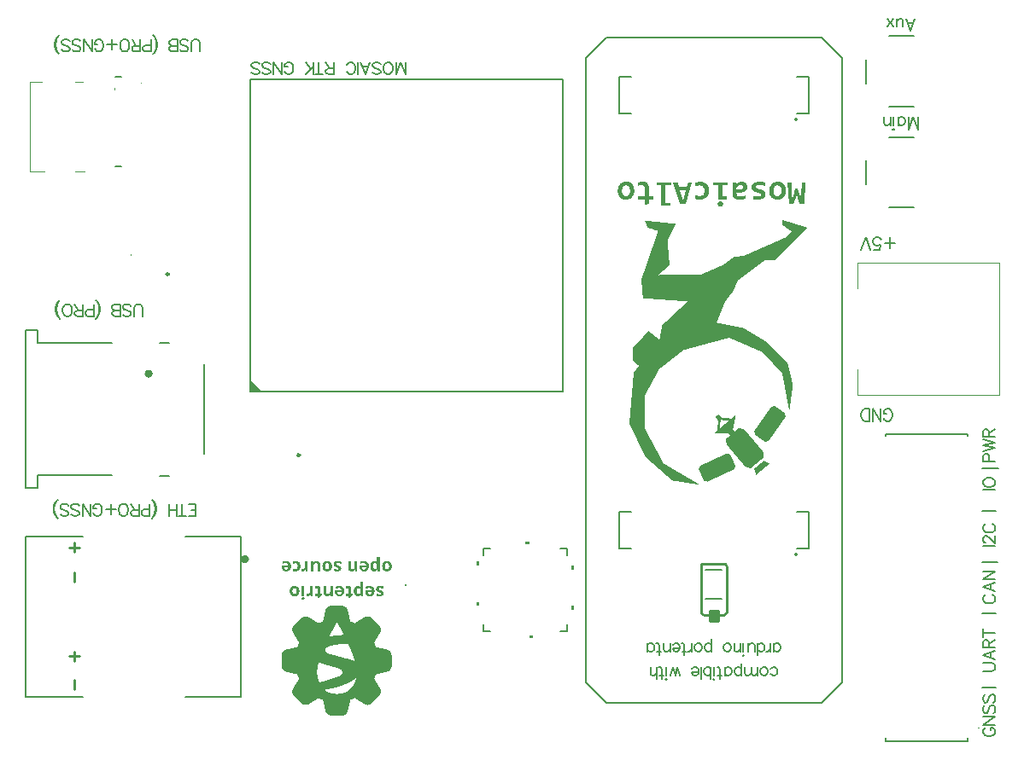
<source format=gbr>
%TF.GenerationSoftware,Altium Limited,Altium Designer,23.8.1 (32)*%
G04 Layer_Color=65535*
%FSLAX45Y45*%
%MOMM*%
%TF.SameCoordinates,47205040-CD91-4698-B5C6-F5A5CD4DDF21*%
%TF.FilePolarity,Positive*%
%TF.FileFunction,Legend,Top*%
%TF.Part,Single*%
G01*
G75*
%TA.AperFunction,NonConductor*%
%ADD89C,0.25400*%
%ADD90C,0.20000*%
%ADD91C,0.10000*%
%ADD92C,0.40000*%
%ADD93C,0.25000*%
%ADD94C,0.15240*%
%ADD95C,0.12700*%
%ADD96R,0.80000X1.00000*%
G36*
X9860820Y7875079D02*
X9862177D01*
Y7874627D01*
X9863534D01*
Y7874175D01*
X9864892D01*
Y7873722D01*
X9866701D01*
Y7873270D01*
X9868059D01*
Y7872817D01*
X9869416D01*
Y7872365D01*
X9871226D01*
Y7871913D01*
X9872583D01*
Y7871460D01*
X9873940D01*
Y7871008D01*
X9875298D01*
Y7870555D01*
X9877107D01*
Y7870103D01*
X9878465D01*
Y7869650D01*
X9879822D01*
Y7869198D01*
X9881179D01*
Y7868746D01*
X9882989D01*
Y7868293D01*
X9884346D01*
Y7867840D01*
X9885704D01*
Y7867388D01*
X9887513D01*
Y7866936D01*
X9888871D01*
Y7866483D01*
X9890228D01*
Y7866031D01*
X9891585D01*
Y7865578D01*
X9893395D01*
Y7865126D01*
X9894752D01*
Y7864674D01*
X9896110D01*
Y7864221D01*
X9897467D01*
Y7863769D01*
X9899277D01*
Y7863316D01*
X9900634D01*
Y7862864D01*
X9901991D01*
Y7862411D01*
X9903801D01*
Y7861959D01*
X9905158D01*
Y7861507D01*
X9906516D01*
Y7861054D01*
X9907873D01*
Y7860601D01*
X9909683D01*
Y7860149D01*
X9911040D01*
Y7859697D01*
X9912397D01*
Y7859244D01*
X9913755D01*
Y7858792D01*
X9915565D01*
Y7858339D01*
X9916922D01*
Y7857887D01*
X9918279D01*
Y7857435D01*
X9919636D01*
Y7856982D01*
X9921446D01*
Y7856530D01*
X9922804D01*
Y7856077D01*
X9924161D01*
Y7855625D01*
X9925971D01*
Y7855172D01*
X9927328D01*
Y7854720D01*
X9928685D01*
Y7854268D01*
X9930043D01*
Y7853815D01*
X9931852D01*
Y7853363D01*
X9933210D01*
Y7852910D01*
X9934567D01*
Y7852458D01*
X9935924D01*
Y7852005D01*
X9937734D01*
Y7851553D01*
X9939091D01*
Y7851100D01*
X9940449D01*
Y7850648D01*
X9942258D01*
Y7850196D01*
X9943616D01*
Y7849743D01*
X9944973D01*
Y7849291D01*
X9946330D01*
Y7848838D01*
X9948140D01*
Y7848386D01*
X9949497D01*
Y7847933D01*
X9950855D01*
Y7847481D01*
X9952212D01*
Y7847029D01*
X9954022D01*
Y7846576D01*
X9955379D01*
Y7846124D01*
X9956736D01*
Y7845671D01*
X9958546D01*
Y7845219D01*
X9959903D01*
Y7844766D01*
X9961261D01*
Y7844314D01*
X9962618D01*
Y7843861D01*
X9964428D01*
Y7843409D01*
X9965785D01*
Y7842957D01*
X9967142D01*
Y7842504D01*
X9968500D01*
Y7842052D01*
X9970309D01*
Y7841599D01*
X9971667D01*
Y7841147D01*
X9973024D01*
Y7840694D01*
X9974834D01*
Y7840242D01*
X9976191D01*
Y7839790D01*
X9977548D01*
Y7839337D01*
X9978906D01*
Y7838884D01*
X9980716D01*
Y7838432D01*
X9982073D01*
Y7837980D01*
X9983430D01*
Y7837527D01*
X9984787D01*
Y7837075D01*
X9986597D01*
Y7836622D01*
X9987955D01*
Y7836170D01*
X9989312D01*
Y7835718D01*
X9990669D01*
Y7835265D01*
X9992479D01*
Y7834813D01*
X9993836D01*
Y7834360D01*
X9995194D01*
Y7833908D01*
X9996551D01*
Y7833455D01*
X9998361D01*
Y7833003D01*
X9999718D01*
Y7832551D01*
X10001075D01*
Y7832098D01*
X10002433D01*
Y7831645D01*
X10004242D01*
Y7831193D01*
X10005600D01*
Y7830741D01*
X10006957D01*
Y7830288D01*
X10008767D01*
Y7829836D01*
X10010124D01*
Y7829383D01*
X10011481D01*
Y7828931D01*
X10012839D01*
Y7828479D01*
X10014648D01*
Y7828026D01*
X10016006D01*
Y7827574D01*
X10017363D01*
Y7827121D01*
X10018720D01*
Y7826669D01*
X10020530D01*
Y7826216D01*
X10021887D01*
Y7825764D01*
X10023245D01*
Y7825312D01*
X10025054D01*
Y7824859D01*
X10026412D01*
Y7824407D01*
X10027769D01*
Y7823954D01*
X10029126D01*
Y7823502D01*
X10030936D01*
Y7823049D01*
X10032293D01*
Y7822597D01*
X10033651D01*
Y7822144D01*
X10035008D01*
Y7821692D01*
X10036818D01*
Y7821240D01*
X10038175D01*
Y7820787D01*
X10039532D01*
Y7820335D01*
X10041342D01*
Y7819882D01*
X10042699D01*
Y7819430D01*
X10044057D01*
Y7818977D01*
X10045414D01*
Y7818525D01*
X10047224D01*
Y7818073D01*
X10048581D01*
Y7817620D01*
X10049938D01*
Y7817167D01*
X10051296D01*
Y7816715D01*
X10053106D01*
Y7816263D01*
X10054463D01*
Y7815810D01*
X10055820D01*
Y7815358D01*
X10057630D01*
Y7814905D01*
X10058987D01*
Y7814453D01*
X10060345D01*
Y7814001D01*
X10061702D01*
Y7813548D01*
X10063512D01*
Y7813096D01*
X10064869D01*
Y7812643D01*
X10066226D01*
Y7812191D01*
X10067584D01*
Y7811738D01*
X10069393D01*
Y7811286D01*
X10070751D01*
Y7810834D01*
X10072108D01*
Y7810381D01*
X10073918D01*
Y7809928D01*
X10075275D01*
Y7809476D01*
X10076632D01*
Y7809024D01*
X10077990D01*
Y7808571D01*
X10079800D01*
Y7808119D01*
X10081157D01*
Y7807666D01*
X10082514D01*
Y7807214D01*
X10083871D01*
Y7806762D01*
X10085681D01*
Y7806309D01*
X10087038D01*
Y7805857D01*
X10088396D01*
Y7805404D01*
X10090205D01*
Y7804952D01*
X10091563D01*
Y7804499D01*
X10092920D01*
Y7804047D01*
X10094277D01*
Y7803595D01*
X10096087D01*
Y7803142D01*
X10097444D01*
Y7802689D01*
X10098802D01*
Y7802237D01*
X10100159D01*
Y7801785D01*
X10101969D01*
Y7801332D01*
X10103326D01*
Y7800880D01*
X10104683D01*
Y7800427D01*
X10106041D01*
Y7799975D01*
X10107850D01*
Y7799523D01*
X10109208D01*
Y7799070D01*
X10111018D01*
Y7798618D01*
X10112375D01*
Y7798165D01*
X10111922D01*
Y7797713D01*
X10111470D01*
Y7797260D01*
X10110565D01*
Y7796808D01*
X10110113D01*
Y7796356D01*
X10109660D01*
Y7795903D01*
X10109208D01*
Y7795450D01*
X10108303D01*
Y7794998D01*
X10107850D01*
Y7794546D01*
X10107398D01*
Y7794093D01*
X10106946D01*
Y7793641D01*
X10106493D01*
Y7793188D01*
X10106041D01*
Y7792736D01*
X10105588D01*
Y7792284D01*
X10105136D01*
Y7791831D01*
X10104683D01*
Y7791379D01*
X10104231D01*
Y7790926D01*
X10103779D01*
Y7790474D01*
X10103326D01*
Y7790021D01*
X10102874D01*
Y7789569D01*
X10102421D01*
Y7789117D01*
X10101969D01*
Y7788664D01*
X10101516D01*
Y7788211D01*
X10101064D01*
Y7787759D01*
X10100611D01*
Y7787307D01*
X10100159D01*
Y7786854D01*
X10099707D01*
Y7786402D01*
X10099254D01*
Y7785949D01*
X10098802D01*
Y7785497D01*
X10098349D01*
Y7785045D01*
X10097897D01*
Y7784592D01*
X10097444D01*
Y7784140D01*
X10096992D01*
Y7783687D01*
X10096540D01*
Y7783235D01*
X10096087D01*
Y7782782D01*
X10095635D01*
Y7782330D01*
X10095182D01*
Y7781878D01*
X10094730D01*
Y7781425D01*
X10094277D01*
Y7780973D01*
X10093825D01*
Y7780520D01*
X10093372D01*
Y7780068D01*
X10092920D01*
Y7779615D01*
X10092468D01*
Y7779163D01*
X10092015D01*
Y7778710D01*
X10091110D01*
Y7778258D01*
X10090658D01*
Y7777806D01*
X10090205D01*
Y7777353D01*
X10089753D01*
Y7776901D01*
X10089301D01*
Y7776448D01*
X10088848D01*
Y7775996D01*
X10088396D01*
Y7775543D01*
X10087943D01*
Y7775091D01*
X10087491D01*
Y7774639D01*
X10087038D01*
Y7774186D01*
X10086586D01*
Y7773734D01*
X10086133D01*
Y7773281D01*
X10085681D01*
Y7772829D01*
X10085229D01*
Y7772376D01*
X10084776D01*
Y7771924D01*
X10084324D01*
Y7771471D01*
X10083871D01*
Y7771019D01*
X10083419D01*
Y7770567D01*
X10082966D01*
Y7770114D01*
X10082514D01*
Y7769662D01*
X10082062D01*
Y7769209D01*
X10081609D01*
Y7768757D01*
X10081157D01*
Y7768304D01*
X10080704D01*
Y7767852D01*
X10080252D01*
Y7767400D01*
X10079800D01*
Y7766947D01*
X10079347D01*
Y7766494D01*
X10078894D01*
Y7766042D01*
X10078442D01*
Y7765590D01*
X10077990D01*
Y7765137D01*
X10077537D01*
Y7764685D01*
X10077085D01*
Y7764232D01*
X10076632D01*
Y7763780D01*
X10076180D01*
Y7763328D01*
X10075727D01*
Y7762875D01*
X10075275D01*
Y7762423D01*
X10074823D01*
Y7761970D01*
X10074370D01*
Y7761518D01*
X10073918D01*
Y7761065D01*
X10073465D01*
Y7760613D01*
X10073013D01*
Y7760161D01*
X10072560D01*
Y7759708D01*
X10072108D01*
Y7759255D01*
X10071655D01*
Y7758803D01*
X10071203D01*
Y7758351D01*
X10070298D01*
Y7757898D01*
X10069846D01*
Y7757446D01*
X10069393D01*
Y7756993D01*
X10068941D01*
Y7756541D01*
X10068488D01*
Y7756089D01*
X10068036D01*
Y7755636D01*
X10067584D01*
Y7755184D01*
X10067131D01*
Y7754731D01*
X10066679D01*
Y7754279D01*
X10066226D01*
Y7753826D01*
X10065774D01*
Y7753374D01*
X10065321D01*
Y7752922D01*
X10064869D01*
Y7752469D01*
X10064416D01*
Y7752017D01*
X10063964D01*
Y7751564D01*
X10063512D01*
Y7751112D01*
X10063059D01*
Y7750659D01*
X10062607D01*
Y7750207D01*
X10062154D01*
Y7749754D01*
X10061702D01*
Y7749302D01*
X10061249D01*
Y7748850D01*
X10060797D01*
Y7748397D01*
X10060345D01*
Y7747945D01*
X10059892D01*
Y7747492D01*
X10059440D01*
Y7747040D01*
X10058987D01*
Y7746587D01*
X10058535D01*
Y7746135D01*
X10058083D01*
Y7745683D01*
X10057630D01*
Y7745230D01*
X10057177D01*
Y7744777D01*
X10056725D01*
Y7744325D01*
X10056273D01*
Y7743873D01*
X10055820D01*
Y7743420D01*
X10055368D01*
Y7742968D01*
X10054915D01*
Y7742515D01*
X10054463D01*
Y7742063D01*
X10054010D01*
Y7741611D01*
X10053558D01*
Y7741158D01*
X10053106D01*
Y7740706D01*
X10052653D01*
Y7740253D01*
X10052201D01*
Y7739801D01*
X10051748D01*
Y7739348D01*
X10051296D01*
Y7738896D01*
X10050843D01*
Y7738444D01*
X10049938D01*
Y7737991D01*
X10049486D01*
Y7737538D01*
X10049034D01*
Y7737086D01*
X10048581D01*
Y7736634D01*
X10048129D01*
Y7736181D01*
X10047676D01*
Y7735729D01*
X10047224D01*
Y7735276D01*
X10046771D01*
Y7734824D01*
X10046319D01*
Y7734372D01*
X10045867D01*
Y7733919D01*
X10045414D01*
Y7733467D01*
X10044962D01*
Y7733014D01*
X10044509D01*
Y7732562D01*
X10044057D01*
Y7732109D01*
X10043604D01*
Y7731657D01*
X10043152D01*
Y7731205D01*
X10042699D01*
Y7730752D01*
X10042247D01*
Y7730299D01*
X10041795D01*
Y7729847D01*
X10041342D01*
Y7729395D01*
X10040890D01*
Y7728942D01*
X10040437D01*
Y7728490D01*
X10039985D01*
Y7728037D01*
X10039532D01*
Y7727585D01*
X10039080D01*
Y7727133D01*
X10038628D01*
Y7726680D01*
X10038175D01*
Y7726228D01*
X10037723D01*
Y7725775D01*
X10037270D01*
Y7725323D01*
X10036818D01*
Y7724870D01*
X10036365D01*
Y7724418D01*
X10035913D01*
Y7723966D01*
X10035460D01*
Y7723513D01*
X10035008D01*
Y7723060D01*
X10034556D01*
Y7722608D01*
X10034103D01*
Y7722156D01*
X10033651D01*
Y7721703D01*
X10033198D01*
Y7721251D01*
X10032746D01*
Y7720798D01*
X10032293D01*
Y7720346D01*
X10031841D01*
Y7719894D01*
X10031389D01*
Y7719441D01*
X10030936D01*
Y7718989D01*
X10030484D01*
Y7718536D01*
X10029579D01*
Y7718084D01*
X10029126D01*
Y7717631D01*
X10028674D01*
Y7717179D01*
X10028221D01*
Y7716727D01*
X10027769D01*
Y7716274D01*
X10027317D01*
Y7715821D01*
X10026864D01*
Y7715369D01*
X10026412D01*
Y7714917D01*
X10025959D01*
Y7714464D01*
X10025507D01*
Y7714012D01*
X10025054D01*
Y7713559D01*
X10024602D01*
Y7713107D01*
X10024150D01*
Y7712655D01*
X10023697D01*
Y7712202D01*
X10023245D01*
Y7711750D01*
X10022792D01*
Y7711297D01*
X10022340D01*
Y7710845D01*
X10021887D01*
Y7710392D01*
X10021435D01*
Y7709940D01*
X10020982D01*
Y7709488D01*
X10020530D01*
Y7709035D01*
X10020078D01*
Y7708582D01*
X10019625D01*
Y7708130D01*
X10019173D01*
Y7707678D01*
X10018720D01*
Y7707225D01*
X10018268D01*
Y7706773D01*
X10017815D01*
Y7706320D01*
X10017363D01*
Y7705868D01*
X10016911D01*
Y7705416D01*
X10016458D01*
Y7704963D01*
X10016006D01*
Y7704511D01*
X10015553D01*
Y7704058D01*
X10015101D01*
Y7703606D01*
X10014648D01*
Y7703153D01*
X10014196D01*
Y7702701D01*
X10013743D01*
Y7702249D01*
X10013291D01*
Y7701796D01*
X10012839D01*
Y7701344D01*
X10012386D01*
Y7700891D01*
X10011934D01*
Y7700439D01*
X10011481D01*
Y7699986D01*
X10011029D01*
Y7699534D01*
X10010576D01*
Y7699081D01*
X10010124D01*
Y7698629D01*
X10009672D01*
Y7698177D01*
X10008767D01*
Y7697724D01*
X10008314D01*
Y7697272D01*
X10007862D01*
Y7696819D01*
X10007409D01*
Y7696367D01*
X10006957D01*
Y7695914D01*
X10006504D01*
Y7695462D01*
X10006052D01*
Y7695010D01*
X10005600D01*
Y7694557D01*
X10005147D01*
Y7694104D01*
X10004695D01*
Y7693652D01*
X10004242D01*
Y7693200D01*
X10003790D01*
Y7692747D01*
X10003337D01*
Y7692295D01*
X10002885D01*
Y7691842D01*
X10002433D01*
Y7691390D01*
X10001980D01*
Y7690938D01*
X10001528D01*
Y7690485D01*
X10001075D01*
Y7690033D01*
X10000623D01*
Y7689580D01*
X10000170D01*
Y7689128D01*
X9999718D01*
Y7688675D01*
X9999265D01*
Y7688223D01*
X9998813D01*
Y7687771D01*
X9998361D01*
Y7687318D01*
X9997908D01*
Y7686865D01*
X9997456D01*
Y7686413D01*
X9997003D01*
Y7685961D01*
X9996551D01*
Y7685508D01*
X9996098D01*
Y7685056D01*
X9995646D01*
Y7684603D01*
X9995194D01*
Y7684151D01*
X9994741D01*
Y7683699D01*
X9994289D01*
Y7683246D01*
X9993836D01*
Y7682794D01*
X9993384D01*
Y7682341D01*
X9992931D01*
Y7681889D01*
X9992479D01*
Y7681436D01*
X9992026D01*
Y7680984D01*
X9991574D01*
Y7680532D01*
X9991122D01*
Y7680079D01*
X9990669D01*
Y7679627D01*
X9990217D01*
Y7679174D01*
X9989764D01*
Y7678722D01*
X9989312D01*
Y7678269D01*
X9988407D01*
Y7677817D01*
X9987955D01*
Y7677364D01*
X9987502D01*
Y7676912D01*
X9987050D01*
Y7676460D01*
X9986597D01*
Y7676007D01*
X9986145D01*
Y7675555D01*
X9985693D01*
Y7675102D01*
X9985240D01*
Y7674650D01*
X9984787D01*
Y7674197D01*
X9984335D01*
Y7673745D01*
X9983883D01*
Y7673293D01*
X9983430D01*
Y7672840D01*
X9982978D01*
Y7672388D01*
X9982525D01*
Y7671935D01*
X9982073D01*
Y7671483D01*
X9981620D01*
Y7671030D01*
X9981168D01*
Y7670578D01*
X9980716D01*
Y7670125D01*
X9980263D01*
Y7669673D01*
X9979811D01*
Y7669221D01*
X9979358D01*
Y7668768D01*
X9978906D01*
Y7668316D01*
X9978453D01*
Y7667863D01*
X9978001D01*
Y7667411D01*
X9977548D01*
Y7666958D01*
X9977096D01*
Y7666506D01*
X9976644D01*
Y7666054D01*
X9976191D01*
Y7665601D01*
X9975739D01*
Y7665148D01*
X9975286D01*
Y7664696D01*
X9974834D01*
Y7664244D01*
X9974381D01*
Y7663791D01*
X9973929D01*
Y7663339D01*
X9973477D01*
Y7662886D01*
X9973024D01*
Y7662434D01*
X9972572D01*
Y7661982D01*
X9972119D01*
Y7661529D01*
X9971667D01*
Y7661077D01*
X9971214D01*
Y7660624D01*
X9970762D01*
Y7660172D01*
X9970309D01*
Y7659719D01*
X9969857D01*
Y7659267D01*
X9969405D01*
Y7658815D01*
X9968952D01*
Y7658362D01*
X9968500D01*
Y7657909D01*
X9967595D01*
Y7657457D01*
X9967142D01*
Y7657005D01*
X9966690D01*
Y7656552D01*
X9966238D01*
Y7656100D01*
X9965785D01*
Y7655647D01*
X9965333D01*
Y7655195D01*
X9964880D01*
Y7654743D01*
X9964428D01*
Y7654290D01*
X9963975D01*
Y7653838D01*
X9963523D01*
Y7653385D01*
X9963070D01*
Y7652933D01*
X9962618D01*
Y7652480D01*
X9962166D01*
Y7652028D01*
X9961713D01*
Y7651576D01*
X9961261D01*
Y7651123D01*
X9960808D01*
Y7650670D01*
X9960356D01*
Y7650218D01*
X9959903D01*
Y7649766D01*
X9959451D01*
Y7649313D01*
X9958999D01*
Y7648861D01*
X9958546D01*
Y7648408D01*
X9958094D01*
Y7647956D01*
X9957641D01*
Y7647504D01*
X9957189D01*
Y7647051D01*
X9956736D01*
Y7646599D01*
X9956284D01*
Y7646146D01*
X9955831D01*
Y7645694D01*
X9955379D01*
Y7645241D01*
X9954927D01*
Y7644789D01*
X9954474D01*
Y7644337D01*
X9954022D01*
Y7643884D01*
X9953569D01*
Y7643431D01*
X9953117D01*
Y7642979D01*
X9952664D01*
Y7642527D01*
X9952212D01*
Y7642074D01*
X9951760D01*
Y7641622D01*
X9951307D01*
Y7641169D01*
X9950855D01*
Y7640717D01*
X9950402D01*
Y7640265D01*
X9949950D01*
Y7639812D01*
X9949497D01*
Y7639360D01*
X9949045D01*
Y7638907D01*
X9948592D01*
Y7638455D01*
X9948140D01*
Y7638002D01*
X9947688D01*
Y7637550D01*
X9946783D01*
Y7637098D01*
X9946330D01*
Y7636645D01*
X9945878D01*
Y7636192D01*
X9945425D01*
Y7635740D01*
X9944973D01*
Y7635288D01*
X9944521D01*
Y7634835D01*
X9944068D01*
Y7634383D01*
X9943616D01*
Y7633930D01*
X9943163D01*
Y7633478D01*
X9942711D01*
Y7633026D01*
X9942258D01*
Y7632573D01*
X9941806D01*
Y7632121D01*
X9941353D01*
Y7631668D01*
X9940901D01*
Y7631216D01*
X9940449D01*
Y7630763D01*
X9939996D01*
Y7630311D01*
X9939544D01*
Y7629859D01*
X9939091D01*
Y7629406D01*
X9938639D01*
Y7628954D01*
X9938186D01*
Y7628501D01*
X9937734D01*
Y7628049D01*
X9937282D01*
Y7627596D01*
X9936829D01*
Y7627144D01*
X9936377D01*
Y7626691D01*
X9935924D01*
Y7626239D01*
X9935472D01*
Y7625787D01*
X9935019D01*
Y7625334D01*
X9934567D01*
Y7624882D01*
X9934114D01*
Y7624429D01*
X9933662D01*
Y7623977D01*
X9933210D01*
Y7623524D01*
X9932757D01*
Y7623072D01*
X9932305D01*
Y7622620D01*
X9931852D01*
Y7622167D01*
X9931400D01*
Y7621715D01*
X9930947D01*
Y7621262D01*
X9930495D01*
Y7620810D01*
X9930043D01*
Y7620357D01*
X9929590D01*
Y7619905D01*
X9929138D01*
Y7619452D01*
X9928685D01*
Y7619000D01*
X9928233D01*
Y7618548D01*
X9927780D01*
Y7618095D01*
X9927328D01*
Y7617643D01*
X9926423D01*
Y7617190D01*
X9925971D01*
Y7616738D01*
X9925518D01*
Y7616285D01*
X9925066D01*
Y7615833D01*
X9924613D01*
Y7615381D01*
X9924161D01*
Y7614928D01*
X9923708D01*
Y7614475D01*
X9923256D01*
Y7614023D01*
X9922804D01*
Y7613571D01*
X9922351D01*
Y7613118D01*
X9921899D01*
Y7612666D01*
X9921446D01*
Y7612213D01*
X9920994D01*
Y7611761D01*
X9920541D01*
Y7611309D01*
X9920089D01*
Y7610856D01*
X9919636D01*
Y7610404D01*
X9919184D01*
Y7609951D01*
X9918732D01*
Y7609499D01*
X9918279D01*
Y7609046D01*
X9917827D01*
Y7608594D01*
X9917374D01*
Y7608142D01*
X9916922D01*
Y7607689D01*
X9916469D01*
Y7607237D01*
X9916017D01*
Y7606784D01*
X9915565D01*
Y7606332D01*
X9915112D01*
Y7605879D01*
X9914660D01*
Y7605427D01*
X9914207D01*
Y7604974D01*
X9913755D01*
Y7604522D01*
X9913303D01*
Y7604070D01*
X9912850D01*
Y7603617D01*
X9912397D01*
Y7603165D01*
X9911945D01*
Y7602712D01*
X9911493D01*
Y7602260D01*
X9911040D01*
Y7601807D01*
X9910588D01*
Y7601355D01*
X9910135D01*
Y7600903D01*
X9909683D01*
Y7600450D01*
X9909230D01*
Y7599998D01*
X9908778D01*
Y7599545D01*
X9908326D01*
Y7599093D01*
X9907873D01*
Y7598640D01*
X9907421D01*
Y7598188D01*
X9906968D01*
Y7597735D01*
X9906063D01*
Y7597283D01*
X9905611D01*
Y7596831D01*
X9905158D01*
Y7596378D01*
X9904706D01*
Y7595926D01*
X9904254D01*
Y7595473D01*
X9903801D01*
Y7595021D01*
X9903349D01*
Y7594568D01*
X9902896D01*
Y7594116D01*
X9902444D01*
Y7593664D01*
X9901991D01*
Y7593211D01*
X9901539D01*
Y7592758D01*
X9901087D01*
Y7592306D01*
X9900634D01*
Y7591854D01*
X9900182D01*
Y7591401D01*
X9899729D01*
Y7590949D01*
X9899277D01*
Y7590496D01*
X9898824D01*
Y7590044D01*
X9898372D01*
Y7589592D01*
X9897919D01*
Y7589139D01*
X9897467D01*
Y7588687D01*
X9897015D01*
Y7588234D01*
X9896562D01*
Y7587782D01*
X9896110D01*
Y7587329D01*
X9895657D01*
Y7586877D01*
X9895205D01*
Y7586425D01*
X9894752D01*
Y7585972D01*
X9894300D01*
Y7585519D01*
X9893848D01*
Y7585067D01*
X9893395D01*
Y7584615D01*
X9892943D01*
Y7584162D01*
X9892490D01*
Y7583710D01*
X9892038D01*
Y7583257D01*
X9891585D01*
Y7582805D01*
X9891133D01*
Y7582353D01*
X9890680D01*
Y7581900D01*
X9890228D01*
Y7581448D01*
X9889776D01*
Y7580995D01*
X9889323D01*
Y7580543D01*
X9888871D01*
Y7580090D01*
X9888418D01*
Y7579638D01*
X9887966D01*
Y7579186D01*
X9887513D01*
Y7578733D01*
X9887061D01*
Y7578280D01*
X9886609D01*
Y7577828D01*
X9885704D01*
Y7577376D01*
X9885251D01*
Y7576923D01*
X9884799D01*
Y7576471D01*
X9884346D01*
Y7576018D01*
X9883894D01*
Y7575566D01*
X9883441D01*
Y7575114D01*
X9882989D01*
Y7574661D01*
X9882537D01*
Y7574209D01*
X9882084D01*
Y7573756D01*
X9881632D01*
Y7573304D01*
X9881179D01*
Y7572851D01*
X9880727D01*
Y7572399D01*
X9880274D01*
Y7571947D01*
X9879822D01*
Y7571494D01*
X9879370D01*
Y7571041D01*
X9878917D01*
Y7570589D01*
X9878465D01*
Y7570137D01*
X9878012D01*
Y7569684D01*
X9877560D01*
Y7569232D01*
X9877107D01*
Y7568779D01*
X9876655D01*
Y7568327D01*
X9876202D01*
Y7567875D01*
X9875750D01*
Y7567422D01*
X9875298D01*
Y7566970D01*
X9874845D01*
Y7566517D01*
X9874393D01*
Y7566065D01*
X9873940D01*
Y7565612D01*
X9873488D01*
Y7565160D01*
X9873035D01*
Y7564708D01*
X9872583D01*
Y7564255D01*
X9872131D01*
Y7563802D01*
X9871678D01*
Y7563350D01*
X9871226D01*
Y7562898D01*
X9870773D01*
Y7562445D01*
X9870321D01*
Y7561993D01*
X9869868D01*
Y7561540D01*
X9869416D01*
Y7561088D01*
X9868963D01*
Y7560636D01*
X9868511D01*
Y7560183D01*
X9868059D01*
Y7559731D01*
X9867606D01*
Y7559278D01*
X9867154D01*
Y7558826D01*
X9866701D01*
Y7558373D01*
X9866249D01*
Y7557921D01*
X9865796D01*
Y7557469D01*
X9864892D01*
Y7557016D01*
X9864439D01*
Y7556564D01*
X9863987D01*
Y7556111D01*
X9863534D01*
Y7555659D01*
X9863082D01*
Y7555206D01*
X9862629D01*
Y7554754D01*
X9862177D01*
Y7554301D01*
X9861724D01*
Y7553849D01*
X9861272D01*
Y7553397D01*
X9860820D01*
Y7552944D01*
X9860367D01*
Y7552492D01*
X9859915D01*
Y7552039D01*
X9859462D01*
Y7551587D01*
X9859010D01*
Y7551134D01*
X9858557D01*
Y7550682D01*
X9858105D01*
Y7550230D01*
X9857653D01*
Y7549777D01*
X9857200D01*
Y7549325D01*
X9856748D01*
Y7548872D01*
X9856295D01*
Y7548420D01*
X9855843D01*
Y7547967D01*
X9855390D01*
Y7547515D01*
X9854938D01*
Y7547062D01*
X9854485D01*
Y7546610D01*
X9854033D01*
Y7546158D01*
X9853581D01*
Y7545705D01*
X9853128D01*
Y7545253D01*
X9852676D01*
Y7544800D01*
X9852223D01*
Y7544348D01*
X9851771D01*
Y7543895D01*
X9851318D01*
Y7543443D01*
X9850866D01*
Y7542991D01*
X9850414D01*
Y7542538D01*
X9849961D01*
Y7542085D01*
X9849509D01*
Y7541633D01*
X9849056D01*
Y7541181D01*
X9848604D01*
Y7540728D01*
X9848151D01*
Y7540276D01*
X9847699D01*
Y7539823D01*
X9847246D01*
Y7539371D01*
X9846794D01*
Y7538919D01*
X9846342D01*
Y7538466D01*
X9845889D01*
Y7538014D01*
X9845437D01*
Y7537561D01*
X9844532D01*
Y7537109D01*
X9844079D01*
Y7536656D01*
X9843627D01*
Y7536204D01*
X9843175D01*
Y7535752D01*
X9842722D01*
Y7535299D01*
X9842270D01*
Y7534847D01*
X9841817D01*
Y7534394D01*
X9841365D01*
Y7533942D01*
X9840913D01*
Y7533489D01*
X9840460D01*
Y7533037D01*
X9840007D01*
Y7532584D01*
X9839555D01*
Y7532132D01*
X9839103D01*
Y7531680D01*
X9838650D01*
Y7531227D01*
X9838198D01*
Y7530775D01*
X9837745D01*
Y7530322D01*
X9837293D01*
Y7529870D01*
X9836840D01*
Y7529417D01*
X9836388D01*
Y7528965D01*
X9835936D01*
Y7528513D01*
X9835483D01*
Y7528060D01*
X9835031D01*
Y7527608D01*
X9834578D01*
Y7527155D01*
X9834126D01*
Y7526703D01*
X9833674D01*
Y7526250D01*
X9833221D01*
Y7525798D01*
X9832768D01*
Y7525345D01*
X9832316D01*
Y7524893D01*
X9831864D01*
Y7524441D01*
X9831411D01*
Y7523988D01*
X9830959D01*
Y7523536D01*
X9830506D01*
Y7523083D01*
X9830054D01*
Y7522631D01*
X9829601D01*
Y7522178D01*
X9829149D01*
Y7521726D01*
X9828697D01*
Y7521274D01*
X9828244D01*
Y7520821D01*
X9827792D01*
Y7520368D01*
X9827339D01*
Y7519916D01*
X9826887D01*
Y7519464D01*
X9826434D01*
Y7519011D01*
X9825982D01*
Y7518559D01*
X9825529D01*
Y7518106D01*
X9825077D01*
Y7517654D01*
X9824625D01*
Y7517202D01*
X9823720D01*
Y7516749D01*
X9823267D01*
Y7516297D01*
X9822815D01*
Y7515844D01*
X9822362D01*
Y7515392D01*
X9821910D01*
Y7514939D01*
X9821458D01*
Y7514487D01*
X9821005D01*
Y7514035D01*
X9820553D01*
Y7513582D01*
X9820100D01*
Y7513129D01*
X9819648D01*
Y7512677D01*
X9819195D01*
Y7512225D01*
X9818743D01*
Y7511772D01*
X9818290D01*
Y7511320D01*
X9817838D01*
Y7510867D01*
X9817386D01*
Y7510415D01*
X9816933D01*
Y7509963D01*
X9816481D01*
Y7509510D01*
X9816028D01*
Y7509058D01*
X9815576D01*
Y7508605D01*
X9815123D01*
Y7508153D01*
X9814671D01*
Y7507700D01*
X9814219D01*
Y7507248D01*
X9813766D01*
Y7506796D01*
X9813314D01*
Y7506343D01*
X9812861D01*
Y7505890D01*
X9812409D01*
Y7505438D01*
X9811956D01*
Y7504986D01*
X9811504D01*
Y7504533D01*
X9811051D01*
Y7504081D01*
X9810599D01*
Y7503628D01*
X9810147D01*
Y7503176D01*
X9809694D01*
Y7502724D01*
X9809242D01*
Y7502271D01*
X9808789D01*
Y7501819D01*
X9808337D01*
Y7501366D01*
X9807884D01*
Y7500914D01*
X9807432D01*
Y7500461D01*
X9806980D01*
Y7500009D01*
X9806527D01*
Y7499557D01*
X9806075D01*
Y7499104D01*
X9805622D01*
Y7498651D01*
X9805170D01*
Y7498199D01*
X9804717D01*
Y7497747D01*
X9804265D01*
Y7497294D01*
X9803360D01*
Y7496842D01*
X9802908D01*
Y7496389D01*
X9802455D01*
Y7495937D01*
X9802003D01*
Y7495485D01*
X9801550D01*
Y7495032D01*
X9801098D01*
Y7494580D01*
X9800645D01*
Y7494127D01*
X9800193D01*
Y7493675D01*
X9799741D01*
Y7493222D01*
X9799288D01*
Y7492770D01*
X9798836D01*
Y7492318D01*
X9798383D01*
Y7491865D01*
X9797931D01*
Y7491412D01*
X9797478D01*
Y7490960D01*
X9797026D01*
Y7490508D01*
X9796573D01*
Y7490055D01*
X9796121D01*
Y7489603D01*
X9795669D01*
Y7489150D01*
X9795216D01*
Y7488698D01*
X9794764D01*
Y7488246D01*
X9794311D01*
Y7487793D01*
X9793859D01*
Y7487341D01*
X9793406D01*
Y7486888D01*
X9792954D01*
Y7486436D01*
X9792502D01*
Y7485983D01*
X9792049D01*
Y7485531D01*
X9791597D01*
Y7485079D01*
X9791144D01*
Y7484626D01*
X9790692D01*
Y7484173D01*
X9790239D01*
Y7483721D01*
X9789787D01*
Y7483269D01*
X9789334D01*
Y7482816D01*
X9788882D01*
Y7482364D01*
X9788430D01*
Y7481911D01*
X9787977D01*
Y7481459D01*
X9787525D01*
Y7481007D01*
X9787072D01*
Y7480554D01*
X9786620D01*
Y7480102D01*
X9786167D01*
Y7479649D01*
X9785715D01*
Y7479197D01*
X9785263D01*
Y7478292D01*
X9784810D01*
Y7477840D01*
X9784358D01*
Y7477387D01*
X9783905D01*
Y7476482D01*
X9783453D01*
Y7476030D01*
X9783000D01*
Y7475577D01*
X9778476D01*
Y7476030D01*
X9768523D01*
Y7476482D01*
X9759021D01*
Y7476935D01*
X9749068D01*
Y7477387D01*
X9739114D01*
Y7477840D01*
X9730065D01*
Y7478292D01*
X9720112D01*
Y7478744D01*
X9710610D01*
Y7479197D01*
X9700657D01*
Y7479649D01*
X9691156D01*
Y7480102D01*
X9689798D01*
Y7479649D01*
X9688894D01*
Y7479197D01*
X9688441D01*
Y7478744D01*
X9687536D01*
Y7478292D01*
X9687084D01*
Y7477840D01*
X9686631D01*
Y7477387D01*
X9686179D01*
Y7476935D01*
X9685274D01*
Y7476482D01*
X9684821D01*
Y7476030D01*
X9684369D01*
Y7475577D01*
X9683464D01*
Y7475125D01*
X9683012D01*
Y7474672D01*
X9682559D01*
Y7474220D01*
X9681654D01*
Y7473768D01*
X9681202D01*
Y7473315D01*
X9680749D01*
Y7472863D01*
X9679845D01*
Y7472410D01*
X9679392D01*
Y7471958D01*
X9678940D01*
Y7471505D01*
X9678035D01*
Y7471053D01*
X9677582D01*
Y7470601D01*
X9677130D01*
Y7470148D01*
X9676225D01*
Y7469695D01*
X9675773D01*
Y7469243D01*
X9675320D01*
Y7468791D01*
X9674415D01*
Y7468338D01*
X9673963D01*
Y7467886D01*
X9673510D01*
Y7467433D01*
X9672606D01*
Y7466981D01*
X9672153D01*
Y7466529D01*
X9671701D01*
Y7466076D01*
X9670796D01*
Y7465624D01*
X9670343D01*
Y7465171D01*
X9669891D01*
Y7464719D01*
X9668986D01*
Y7464266D01*
X9668534D01*
Y7463814D01*
X9668081D01*
Y7463362D01*
X9667176D01*
Y7462909D01*
X9666724D01*
Y7462457D01*
X9666271D01*
Y7462004D01*
X9665367D01*
Y7461552D01*
X9664914D01*
Y7461099D01*
X9664462D01*
Y7460647D01*
X9663557D01*
Y7460194D01*
X9663104D01*
Y7459742D01*
X9662652D01*
Y7459290D01*
X9661747D01*
Y7458837D01*
X9661295D01*
Y7458385D01*
X9660842D01*
Y7457932D01*
X9659937D01*
Y7457480D01*
X9659485D01*
Y7457027D01*
X9659032D01*
Y7456575D01*
X9658128D01*
Y7456123D01*
X9657675D01*
Y7455670D01*
X9657223D01*
Y7455218D01*
X9656318D01*
Y7454765D01*
X9655865D01*
Y7454313D01*
X9655413D01*
Y7453860D01*
X9654508D01*
Y7453408D01*
X9654056D01*
Y7452955D01*
X9653603D01*
Y7452503D01*
X9652698D01*
Y7452051D01*
X9652246D01*
Y7451598D01*
X9651793D01*
Y7451146D01*
X9650889D01*
Y7450693D01*
X9650436D01*
Y7450241D01*
X9649984D01*
Y7449788D01*
X9649079D01*
Y7449336D01*
X9648626D01*
Y7448884D01*
X9648174D01*
Y7448431D01*
X9647722D01*
Y7447978D01*
X9646817D01*
Y7447526D01*
X9646364D01*
Y7447074D01*
X9645912D01*
Y7446621D01*
X9645007D01*
Y7446169D01*
X9644554D01*
Y7445716D01*
X9644102D01*
Y7445264D01*
X9643197D01*
Y7444812D01*
X9642745D01*
Y7444359D01*
X9642292D01*
Y7443907D01*
X9641387D01*
Y7443454D01*
X9640935D01*
Y7443002D01*
X9640483D01*
Y7442549D01*
X9639578D01*
Y7442097D01*
X9639125D01*
Y7441645D01*
X9638673D01*
Y7441192D01*
X9637768D01*
Y7440739D01*
X9637315D01*
Y7440287D01*
X9636863D01*
Y7439835D01*
X9635958D01*
Y7439382D01*
X9635506D01*
Y7438930D01*
X9635053D01*
Y7438477D01*
X9634148D01*
Y7438025D01*
X9633696D01*
Y7437573D01*
X9633244D01*
Y7437120D01*
X9632339D01*
Y7436668D01*
X9631886D01*
Y7436215D01*
X9631434D01*
Y7435763D01*
X9630529D01*
Y7435310D01*
X9630076D01*
Y7434858D01*
X9629624D01*
Y7434406D01*
X9628719D01*
Y7433953D01*
X9628267D01*
Y7433500D01*
X9627814D01*
Y7433048D01*
X9626909D01*
Y7432596D01*
X9626457D01*
Y7432143D01*
X9626005D01*
Y7431691D01*
X9625100D01*
Y7431238D01*
X9624647D01*
Y7430786D01*
X9624195D01*
Y7430334D01*
X9623290D01*
Y7429881D01*
X9622837D01*
Y7429429D01*
X9622385D01*
Y7428976D01*
X9621480D01*
Y7428524D01*
X9621028D01*
Y7428071D01*
X9620575D01*
Y7427619D01*
X9619670D01*
Y7427167D01*
X9619218D01*
Y7426714D01*
X9618766D01*
Y7426261D01*
X9617861D01*
Y7425809D01*
X9617408D01*
Y7425357D01*
X9616956D01*
Y7424904D01*
X9616051D01*
Y7424452D01*
X9615598D01*
Y7423999D01*
X9615146D01*
Y7423547D01*
X9614241D01*
Y7423095D01*
X9613789D01*
Y7422642D01*
X9613336D01*
Y7422190D01*
X9612431D01*
Y7421737D01*
X9611979D01*
Y7421285D01*
X9611527D01*
Y7420832D01*
X9610622D01*
Y7420380D01*
X9610169D01*
Y7419928D01*
X9609717D01*
Y7419475D01*
X9609264D01*
Y7419022D01*
X9608359D01*
Y7418570D01*
X9607907D01*
Y7418118D01*
X9607455D01*
Y7417665D01*
X9606550D01*
Y7417213D01*
X9606097D01*
Y7416760D01*
X9605645D01*
Y7416308D01*
X9604740D01*
Y7415856D01*
X9604288D01*
Y7415403D01*
X9603835D01*
Y7414951D01*
X9602930D01*
Y7414498D01*
X9602478D01*
Y7414046D01*
X9602025D01*
Y7413593D01*
X9601120D01*
Y7413141D01*
X9600668D01*
Y7412689D01*
X9600216D01*
Y7412236D01*
X9599311D01*
Y7411783D01*
X9598858D01*
Y7411331D01*
X9598406D01*
Y7410879D01*
X9597501D01*
Y7410426D01*
X9597049D01*
Y7409974D01*
X9596596D01*
Y7409521D01*
X9595691D01*
Y7409069D01*
X9595239D01*
Y7408617D01*
X9594786D01*
Y7408164D01*
X9593881D01*
Y7407712D01*
X9593429D01*
Y7407259D01*
X9592977D01*
Y7406807D01*
X9592072D01*
Y7406354D01*
X9591619D01*
Y7405902D01*
X9591167D01*
Y7405450D01*
X9590262D01*
Y7404997D01*
X9589810D01*
Y7404545D01*
X9589357D01*
Y7404092D01*
X9588452D01*
Y7403640D01*
X9588000D01*
Y7403187D01*
X9587547D01*
Y7402735D01*
X9586642D01*
Y7402282D01*
X9586190D01*
Y7401830D01*
X9585738D01*
Y7401378D01*
X9584833D01*
Y7400925D01*
X9584380D01*
Y7400473D01*
X9583928D01*
Y7400020D01*
X9583023D01*
Y7399568D01*
X9582571D01*
Y7399115D01*
X9582118D01*
Y7398663D01*
X9581213D01*
Y7398211D01*
X9580761D01*
Y7397758D01*
X9580308D01*
Y7397305D01*
X9579403D01*
Y7396853D01*
X9578951D01*
Y7396401D01*
X9578499D01*
Y7395948D01*
X9577594D01*
Y7395496D01*
X9577141D01*
Y7395043D01*
X9576689D01*
Y7394591D01*
X9575784D01*
Y7394139D01*
X9575332D01*
Y7393686D01*
X9574879D01*
Y7393234D01*
X9573974D01*
Y7392781D01*
X9573522D01*
Y7392329D01*
X9573069D01*
Y7391876D01*
X9572164D01*
Y7391424D01*
X9571712D01*
Y7390972D01*
X9571260D01*
Y7390519D01*
X9570807D01*
Y7390067D01*
X9569902D01*
Y7389614D01*
X9569450D01*
Y7389162D01*
X9568997D01*
Y7388709D01*
X9568093D01*
Y7388257D01*
X9567640D01*
Y7387804D01*
X9567188D01*
Y7387352D01*
X9566283D01*
Y7386900D01*
X9565830D01*
Y7386447D01*
X9565378D01*
Y7385995D01*
X9564473D01*
Y7385542D01*
X9564021D01*
Y7385090D01*
X9563568D01*
Y7384637D01*
X9562663D01*
Y7384185D01*
X9562211D01*
Y7383733D01*
X9561758D01*
Y7383280D01*
X9560854D01*
Y7382828D01*
X9560401D01*
Y7382375D01*
X9559949D01*
Y7381923D01*
X9559044D01*
Y7381470D01*
X9558591D01*
Y7381018D01*
X9558139D01*
Y7380565D01*
X9557234D01*
Y7380113D01*
X9556782D01*
Y7379661D01*
X9556329D01*
Y7379208D01*
X9555424D01*
Y7378756D01*
X9554972D01*
Y7378303D01*
X9554519D01*
Y7377851D01*
X9553615D01*
Y7377398D01*
X9553162D01*
Y7376946D01*
X9552710D01*
Y7376494D01*
X9551805D01*
Y7376041D01*
X9551353D01*
Y7375588D01*
X9550900D01*
Y7375136D01*
X9549995D01*
Y7374684D01*
X9549543D01*
Y7374231D01*
X9549090D01*
Y7373779D01*
X9548185D01*
Y7373326D01*
X9547733D01*
Y7372874D01*
X9547280D01*
Y7372422D01*
X9546376D01*
Y7371969D01*
X9545923D01*
Y7371517D01*
X9545471D01*
Y7371064D01*
X9544566D01*
Y7370612D01*
X9544114D01*
Y7370159D01*
X9543661D01*
Y7369707D01*
X9542756D01*
Y7369255D01*
X9542304D01*
Y7368802D01*
X9541851D01*
Y7368349D01*
X9540946D01*
Y7367897D01*
X9540494D01*
Y7367445D01*
X9540041D01*
Y7366992D01*
X9539589D01*
Y7366540D01*
X9538684D01*
Y7366087D01*
X9538232D01*
Y7365635D01*
X9537779D01*
Y7365183D01*
X9536874D01*
Y7364730D01*
X9536422D01*
Y7364278D01*
X9535969D01*
Y7363825D01*
X9535065D01*
Y7363373D01*
X9534612D01*
Y7362920D01*
X9534160D01*
Y7362468D01*
X9533255D01*
Y7362016D01*
X9532802D01*
Y7361563D01*
X9532350D01*
Y7361110D01*
X9531445D01*
Y7360658D01*
X9530993D01*
Y7360206D01*
X9530540D01*
Y7359753D01*
X9529635D01*
Y7359301D01*
X9529183D01*
Y7358848D01*
X9528730D01*
Y7358396D01*
X9527826D01*
Y7357944D01*
X9527373D01*
Y7357491D01*
X9526921D01*
Y7357039D01*
X9526016D01*
Y7356586D01*
X9525563D01*
Y7356134D01*
X9525111D01*
Y7355681D01*
X9524206D01*
Y7355229D01*
X9523754D01*
Y7354777D01*
X9523301D01*
Y7354324D01*
X9522396D01*
Y7353871D01*
X9521944D01*
Y7353419D01*
X9521491D01*
Y7352967D01*
X9520587D01*
Y7352514D01*
X9520134D01*
Y7352062D01*
X9519682D01*
Y7351609D01*
X9518777D01*
Y7351157D01*
X9518324D01*
Y7350705D01*
X9517872D01*
Y7350252D01*
X9516967D01*
Y7349800D01*
X9516515D01*
Y7349347D01*
X9516062D01*
Y7348895D01*
X9515157D01*
Y7348442D01*
X9514705D01*
Y7347990D01*
X9514252D01*
Y7347538D01*
X9513348D01*
Y7347085D01*
X9512895D01*
Y7346632D01*
X9512443D01*
Y7346180D01*
X9511538D01*
Y7345728D01*
X9511085D01*
Y7345275D01*
X9510633D01*
Y7344823D01*
X9509728D01*
Y7344370D01*
X9509276D01*
Y7343918D01*
X9508823D01*
Y7343466D01*
X9507918D01*
Y7343013D01*
X9507466D01*
Y7342561D01*
X9507013D01*
Y7342108D01*
X9506561D01*
Y7341656D01*
X9505656D01*
Y7341203D01*
X9505204D01*
Y7340751D01*
X9504751D01*
Y7340299D01*
X9503846D01*
Y7339846D01*
X9503394D01*
Y7339393D01*
X9502942D01*
Y7338941D01*
X9502037D01*
Y7338489D01*
X9501584D01*
Y7338036D01*
X9501132D01*
Y7337584D01*
X9500227D01*
Y7337131D01*
X9499774D01*
Y7336679D01*
X9499322D01*
Y7336227D01*
X9498417D01*
Y7335774D01*
X9497965D01*
Y7335322D01*
X9497512D01*
Y7334869D01*
X9496607D01*
Y7334417D01*
X9496155D01*
Y7333964D01*
X9495703D01*
Y7333512D01*
X9494798D01*
Y7333060D01*
X9494345D01*
Y7332607D01*
X9493893D01*
Y7332155D01*
X9492988D01*
Y7331702D01*
X9492535D01*
Y7331250D01*
X9492083D01*
Y7330797D01*
X9491178D01*
Y7330345D01*
X9490726D01*
Y7329892D01*
X9490273D01*
Y7329440D01*
X9489368D01*
Y7328988D01*
X9488916D01*
Y7328535D01*
X9488464D01*
Y7328083D01*
X9487559D01*
Y7327630D01*
X9487106D01*
Y7327178D01*
X9486654D01*
Y7326725D01*
X9485749D01*
Y7326273D01*
X9485296D01*
Y7325821D01*
X9484844D01*
Y7325368D01*
X9483939D01*
Y7324915D01*
X9483487D01*
Y7324463D01*
X9483034D01*
Y7324011D01*
X9482129D01*
Y7323558D01*
X9481677D01*
Y7323106D01*
X9481225D01*
Y7322653D01*
X9480320D01*
Y7322201D01*
X9479867D01*
Y7321749D01*
X9479415D01*
Y7321296D01*
X9478510D01*
Y7320844D01*
X9478057D01*
Y7320391D01*
X9477605D01*
Y7319939D01*
X9476700D01*
Y7319486D01*
X9476248D01*
Y7319034D01*
X9475795D01*
Y7318582D01*
X9474890D01*
Y7318129D01*
X9474438D01*
Y7317677D01*
X9473986D01*
Y7317224D01*
X9473081D01*
Y7316772D01*
X9472628D01*
Y7316319D01*
X9472176D01*
Y7315867D01*
X9471271D01*
Y7315414D01*
X9470818D01*
Y7314962D01*
X9470366D01*
Y7314510D01*
X9469461D01*
Y7314057D01*
X9469009D01*
Y7313605D01*
X9468556D01*
Y7313152D01*
X9467651D01*
Y7312700D01*
X9467199D01*
Y7312247D01*
X9466747D01*
Y7311795D01*
X9466294D01*
Y7311343D01*
X9465389D01*
Y7310890D01*
X9464937D01*
Y7310438D01*
X9464484D01*
Y7309985D01*
X9463579D01*
Y7309533D01*
X9463127D01*
Y7309080D01*
X9462675D01*
Y7308628D01*
X9461770D01*
Y7308175D01*
X9461317D01*
Y7307723D01*
X9460865D01*
Y7307271D01*
X9459960D01*
Y7306818D01*
X9459508D01*
Y7306366D01*
X9459055D01*
Y7305913D01*
X9458150D01*
Y7305461D01*
X9457698D01*
Y7305008D01*
X9457245D01*
Y7304556D01*
X9456340D01*
Y7304104D01*
X9455888D01*
Y7303651D01*
X9455436D01*
Y7303198D01*
X9454531D01*
Y7302746D01*
X9454078D01*
Y7302294D01*
X9453626D01*
Y7301841D01*
X9452721D01*
Y7301389D01*
X9452269D01*
Y7300936D01*
X9451816D01*
Y7300484D01*
X9450911D01*
Y7300032D01*
X9450459D01*
Y7299579D01*
X9450006D01*
Y7299127D01*
X9449101D01*
Y7298674D01*
X9448649D01*
Y7298222D01*
X9448197D01*
Y7297769D01*
X9447292D01*
Y7297317D01*
X9446839D01*
Y7296865D01*
X9446387D01*
Y7296412D01*
X9445482D01*
Y7295959D01*
X9445030D01*
Y7295507D01*
X9444577D01*
Y7295055D01*
X9443672D01*
Y7294602D01*
X9443220D01*
Y7294150D01*
X9442767D01*
Y7293697D01*
X9441862D01*
Y7293245D01*
X9441410D01*
Y7292793D01*
X9440958D01*
Y7292340D01*
X9440053D01*
Y7291888D01*
X9439600D01*
Y7291435D01*
X9439148D01*
Y7290983D01*
X9438243D01*
Y7290530D01*
X9437791D01*
Y7290078D01*
X9437338D01*
Y7289626D01*
X9436433D01*
Y7289173D01*
X9435981D01*
Y7288720D01*
X9435528D01*
Y7288268D01*
X9434623D01*
Y7287816D01*
X9434171D01*
Y7287363D01*
X9433719D01*
Y7286911D01*
X9432814D01*
Y7286458D01*
X9432361D01*
Y7286006D01*
X9431909D01*
Y7285554D01*
X9431004D01*
Y7285101D01*
X9430552D01*
Y7284649D01*
X9430099D01*
Y7284196D01*
X9429194D01*
Y7283744D01*
X9428742D01*
Y7283291D01*
X9428289D01*
Y7282839D01*
X9427837D01*
Y7282387D01*
X9426932D01*
Y7281934D01*
X9426480D01*
Y7281481D01*
X9426027D01*
Y7281029D01*
X9425122D01*
Y7280577D01*
X9424670D01*
Y7280124D01*
X9424217D01*
Y7279672D01*
X9423313D01*
Y7279219D01*
X9422860D01*
Y7278767D01*
X9422408D01*
Y7278315D01*
X9421503D01*
Y7277862D01*
X9421050D01*
Y7277410D01*
X9420598D01*
Y7276957D01*
X9419693D01*
Y7276505D01*
X9419241D01*
Y7275600D01*
X9418788D01*
Y7274695D01*
X9418336D01*
Y7273338D01*
X9417883D01*
Y7272433D01*
X9417431D01*
Y7271528D01*
X9416978D01*
Y7270623D01*
X9416526D01*
Y7269266D01*
X9416074D01*
Y7268361D01*
X9415621D01*
Y7267456D01*
X9415169D01*
Y7266551D01*
X9414716D01*
Y7265194D01*
X9414264D01*
Y7264289D01*
X9413811D01*
Y7263384D01*
X9413359D01*
Y7262027D01*
X9412906D01*
Y7261122D01*
X9412454D01*
Y7260217D01*
X9412002D01*
Y7259312D01*
X9411549D01*
Y7257955D01*
X9411097D01*
Y7257050D01*
X9410644D01*
Y7256145D01*
X9410192D01*
Y7255240D01*
X9409739D01*
Y7253883D01*
X9409287D01*
Y7252978D01*
X9408835D01*
Y7252073D01*
X9408382D01*
Y7251168D01*
X9407930D01*
Y7249811D01*
X9407477D01*
Y7248906D01*
X9407025D01*
Y7248001D01*
X9406573D01*
Y7247096D01*
X9406120D01*
Y7245739D01*
X9405667D01*
Y7244834D01*
X9405215D01*
Y7243929D01*
X9404763D01*
Y7243024D01*
X9404310D01*
Y7241667D01*
X9403858D01*
Y7240762D01*
X9403405D01*
Y7239857D01*
X9402953D01*
Y7238953D01*
X9402500D01*
Y7237595D01*
X9402048D01*
Y7236690D01*
X9401596D01*
Y7235785D01*
X9401143D01*
Y7234881D01*
X9400691D01*
Y7233523D01*
X9400238D01*
Y7232618D01*
X9399786D01*
Y7231714D01*
X9399334D01*
Y7230808D01*
X9398881D01*
Y7229451D01*
X9398428D01*
Y7228546D01*
X9397976D01*
Y7227642D01*
X9397524D01*
Y7226737D01*
X9397071D01*
Y7225379D01*
X9396619D01*
Y7224475D01*
X9396166D01*
Y7223569D01*
X9395714D01*
Y7222212D01*
X9395261D01*
Y7221307D01*
X9394809D01*
Y7220403D01*
X9394357D01*
Y7219498D01*
X9393904D01*
Y7218140D01*
X9393452D01*
Y7217236D01*
X9392999D01*
Y7216330D01*
X9392547D01*
Y7215426D01*
X9392094D01*
Y7214068D01*
X9391642D01*
Y7213164D01*
X9391189D01*
Y7212259D01*
X9390737D01*
Y7211354D01*
X9390285D01*
Y7209997D01*
X9389832D01*
Y7209091D01*
X9389380D01*
Y7208187D01*
X9388927D01*
Y7207282D01*
X9388475D01*
Y7205925D01*
X9388022D01*
Y7205020D01*
X9387570D01*
Y7204115D01*
X9387118D01*
Y7203210D01*
X9386665D01*
Y7201852D01*
X9386213D01*
Y7200948D01*
X9385760D01*
Y7200043D01*
X9385308D01*
Y7199138D01*
X9384855D01*
Y7197781D01*
X9384403D01*
Y7196876D01*
X9383950D01*
Y7195971D01*
X9383498D01*
Y7195066D01*
X9383046D01*
Y7193709D01*
X9382593D01*
Y7192804D01*
X9382141D01*
Y7191899D01*
X9381688D01*
Y7190994D01*
X9381236D01*
Y7189637D01*
X9380783D01*
Y7188732D01*
X9380331D01*
Y7187827D01*
X9379879D01*
Y7186470D01*
X9379426D01*
Y7185565D01*
X9378974D01*
Y7184660D01*
X9378521D01*
Y7183755D01*
X9378069D01*
Y7182398D01*
X9377616D01*
Y7181493D01*
X9377164D01*
Y7180588D01*
X9376711D01*
Y7179683D01*
X9376259D01*
Y7178326D01*
X9375807D01*
Y7177421D01*
X9375354D01*
Y7176516D01*
X9374902D01*
Y7175611D01*
X9374449D01*
Y7174254D01*
X9373997D01*
Y7173349D01*
X9373544D01*
Y7172444D01*
X9373092D01*
Y7171539D01*
X9372640D01*
Y7170182D01*
X9372187D01*
Y7169277D01*
X9371735D01*
Y7168372D01*
X9371282D01*
Y7167920D01*
X9370830D01*
Y7167467D01*
X9370377D01*
Y7166563D01*
X9369925D01*
Y7166110D01*
X9369472D01*
Y7165658D01*
X9369020D01*
Y7165205D01*
X9368568D01*
Y7164300D01*
X9368115D01*
Y7163848D01*
X9367663D01*
Y7163395D01*
X9367210D01*
Y7162491D01*
X9366758D01*
Y7162038D01*
X9366305D01*
Y7161586D01*
X9365853D01*
Y7161133D01*
X9365401D01*
Y7160228D01*
X9364948D01*
Y7159776D01*
X9364496D01*
Y7159324D01*
X9364043D01*
Y7158418D01*
X9363591D01*
Y7157966D01*
X9363138D01*
Y7157514D01*
X9362686D01*
Y7157061D01*
X9362233D01*
Y7156156D01*
X9361781D01*
Y7155704D01*
X9361329D01*
Y7155252D01*
X9360876D01*
Y7154347D01*
X9360424D01*
Y7153894D01*
X9359971D01*
Y7153442D01*
X9359519D01*
Y7152989D01*
X9359066D01*
Y7152085D01*
X9358614D01*
Y7151632D01*
X9358162D01*
Y7151179D01*
X9357709D01*
Y7150275D01*
X9357257D01*
Y7149822D01*
X9356804D01*
Y7149370D01*
X9356352D01*
Y7148465D01*
X9355899D01*
Y7148013D01*
X9355447D01*
Y7147560D01*
X9354994D01*
Y7147108D01*
X9354542D01*
Y7146203D01*
X9354090D01*
Y7145750D01*
X9353637D01*
Y7145298D01*
X9353185D01*
Y7144393D01*
X9352732D01*
Y7143940D01*
X9352280D01*
Y7143488D01*
X9351827D01*
Y7143036D01*
X9351375D01*
Y7142131D01*
X9350923D01*
Y7141678D01*
X9350470D01*
Y7141226D01*
X9350018D01*
Y7140321D01*
X9349565D01*
Y7139869D01*
X9349113D01*
Y7139416D01*
X9348660D01*
Y7138964D01*
X9348208D01*
Y7138059D01*
X9347755D01*
Y7137607D01*
X9347303D01*
Y7137154D01*
X9346851D01*
Y7136249D01*
X9346398D01*
Y7135797D01*
X9345946D01*
Y7135344D01*
X9345493D01*
Y7134892D01*
X9345041D01*
Y7133987D01*
X9344588D01*
Y7133535D01*
X9344136D01*
Y7133082D01*
X9343684D01*
Y7132177D01*
X9343231D01*
Y7131725D01*
X9342779D01*
Y7131272D01*
X9342326D01*
Y7130368D01*
X9341874D01*
Y7129915D01*
X9341421D01*
Y7129462D01*
X9340969D01*
Y7129010D01*
X9340516D01*
Y7128105D01*
X9340064D01*
Y7127653D01*
X9339612D01*
Y7127200D01*
X9339159D01*
Y7126296D01*
X9338707D01*
Y7125843D01*
X9338254D01*
Y7125391D01*
X9337802D01*
Y7124938D01*
X9337349D01*
Y7124033D01*
X9336897D01*
Y7123581D01*
X9336445D01*
Y7123129D01*
X9335992D01*
Y7122223D01*
X9335540D01*
Y7121771D01*
X9335087D01*
Y7121319D01*
X9334635D01*
Y7120866D01*
X9334183D01*
Y7119961D01*
X9333730D01*
Y7119509D01*
X9333277D01*
Y7119057D01*
X9332825D01*
Y7118152D01*
X9332373D01*
Y7117699D01*
X9331920D01*
Y7117247D01*
X9331468D01*
Y7116794D01*
X9331015D01*
Y7115890D01*
X9330563D01*
Y7115437D01*
X9330110D01*
Y7114984D01*
X9329658D01*
Y7114080D01*
X9329206D01*
Y7113627D01*
X9328753D01*
Y7113175D01*
X9328301D01*
Y7112270D01*
X9327848D01*
Y7111818D01*
X9327396D01*
Y7111365D01*
X9326944D01*
Y7110913D01*
X9326491D01*
Y7110008D01*
X9326038D01*
Y7109555D01*
X9325586D01*
Y7109103D01*
X9325134D01*
Y7108198D01*
X9324681D01*
Y7107745D01*
X9324229D01*
Y7107293D01*
X9323776D01*
Y7106841D01*
X9323324D01*
Y7105936D01*
X9322871D01*
Y7105483D01*
X9322419D01*
Y7105031D01*
X9321967D01*
Y7104126D01*
X9321514D01*
Y7103674D01*
X9321062D01*
Y7103221D01*
X9320609D01*
Y7102769D01*
X9320157D01*
Y7101864D01*
X9319704D01*
Y7101412D01*
X9319252D01*
Y7100959D01*
X9318799D01*
Y7100054D01*
X9318347D01*
Y7099602D01*
X9317895D01*
Y7099149D01*
X9317442D01*
Y7098697D01*
X9316990D01*
Y7097792D01*
X9316537D01*
Y7097340D01*
X9316085D01*
Y7096887D01*
X9315632D01*
Y7095982D01*
X9315180D01*
Y7095530D01*
X9314728D01*
Y7095077D01*
X9314275D01*
Y7094173D01*
X9313823D01*
Y7093720D01*
X9313370D01*
Y7093268D01*
X9312918D01*
Y7092815D01*
X9312465D01*
Y7091910D01*
X9312013D01*
Y7091458D01*
X9311560D01*
Y7091005D01*
X9311108D01*
Y7090101D01*
X9310656D01*
Y7089648D01*
X9310203D01*
Y7089196D01*
X9309751D01*
Y7088743D01*
X9309298D01*
Y7087838D01*
X9308846D01*
Y7087386D01*
X9308393D01*
Y7086934D01*
X9307941D01*
Y7086029D01*
X9307489D01*
Y7085576D01*
X9307036D01*
Y7085124D01*
X9306584D01*
Y7084671D01*
X9306131D01*
Y7083766D01*
X9305679D01*
Y7083314D01*
X9305226D01*
Y7082862D01*
X9304774D01*
Y7081957D01*
X9304321D01*
Y7081504D01*
X9303869D01*
Y7081052D01*
X9303417D01*
Y7080599D01*
X9302964D01*
Y7079695D01*
X9302512D01*
Y7079242D01*
X9302059D01*
Y7078789D01*
X9301607D01*
Y7077885D01*
X9301154D01*
Y7077432D01*
X9300702D01*
Y7076980D01*
X9300250D01*
Y7076527D01*
X9299797D01*
Y7075623D01*
X9299345D01*
Y7075170D01*
X9298892D01*
Y7074718D01*
X9298440D01*
Y7073813D01*
X9297988D01*
Y7073360D01*
X9297535D01*
Y7072908D01*
X9297082D01*
Y7072003D01*
X9296630D01*
Y7071550D01*
X9296178D01*
Y7071098D01*
X9295725D01*
Y7070646D01*
X9295273D01*
Y7069741D01*
X9294820D01*
Y7069288D01*
X9294368D01*
Y7068836D01*
X9293915D01*
Y7067931D01*
X9293463D01*
Y7067479D01*
X9293011D01*
Y7067026D01*
X9292558D01*
Y7066574D01*
X9292106D01*
Y7065669D01*
X9291653D01*
Y7064312D01*
X9291201D01*
Y7063407D01*
X9290748D01*
Y7062049D01*
X9290296D01*
Y7061145D01*
X9289843D01*
Y7059787D01*
X9289391D01*
Y7058882D01*
X9288939D01*
Y7057525D01*
X9288486D01*
Y7056620D01*
X9288034D01*
Y7055715D01*
X9287581D01*
Y7054358D01*
X9287129D01*
Y7053453D01*
X9286676D01*
Y7052096D01*
X9286224D01*
Y7051191D01*
X9285772D01*
Y7049833D01*
X9285319D01*
Y7048929D01*
X9284867D01*
Y7047571D01*
X9284414D01*
Y7046667D01*
X9283962D01*
Y7045309D01*
X9283509D01*
Y7044404D01*
X9283057D01*
Y7043047D01*
X9282604D01*
Y7042142D01*
X9282152D01*
Y7040785D01*
X9281700D01*
Y7039880D01*
X9281247D01*
Y7038975D01*
X9280795D01*
Y7037618D01*
X9280342D01*
Y7036713D01*
X9279890D01*
Y7035356D01*
X9279437D01*
Y7034451D01*
X9278985D01*
Y7033093D01*
X9278533D01*
Y7032189D01*
X9278080D01*
Y7030831D01*
X9277628D01*
Y7029926D01*
X9277175D01*
Y7028569D01*
X9276723D01*
Y7027664D01*
X9276270D01*
Y7026307D01*
X9275818D01*
Y7025402D01*
X9275365D01*
Y7024045D01*
X9274913D01*
Y7023140D01*
X9274461D01*
Y7022235D01*
X9274008D01*
Y7020878D01*
X9273556D01*
Y7019973D01*
X9273103D01*
Y7018615D01*
X9272651D01*
Y7017711D01*
X9272198D01*
Y7016353D01*
X9271746D01*
Y7015448D01*
X9271294D01*
Y7014091D01*
X9270841D01*
Y7013186D01*
X9270389D01*
Y7011829D01*
X9269936D01*
Y7010924D01*
X9269484D01*
Y7009567D01*
X9269031D01*
Y7008662D01*
X9268579D01*
Y7007305D01*
X9268126D01*
Y7006399D01*
X9267674D01*
Y7005495D01*
X9267222D01*
Y7004137D01*
X9266769D01*
Y7003233D01*
X9266317D01*
Y7001875D01*
X9265864D01*
Y7000970D01*
X9265412D01*
Y6999613D01*
X9264959D01*
Y6998708D01*
X9264507D01*
Y6997351D01*
X9264055D01*
Y6996446D01*
X9263602D01*
Y6995089D01*
X9263150D01*
Y6994184D01*
X9262697D01*
Y6992827D01*
X9262245D01*
Y6991922D01*
X9261792D01*
Y6990564D01*
X9261340D01*
Y6989659D01*
X9260887D01*
Y6988755D01*
X9260435D01*
Y6987397D01*
X9259983D01*
Y6986492D01*
X9259530D01*
Y6985135D01*
X9259078D01*
Y6984230D01*
X9258625D01*
Y6982873D01*
X9258173D01*
Y6981968D01*
X9257720D01*
Y6980611D01*
X9257268D01*
Y6979706D01*
X9256816D01*
Y6978349D01*
X9256363D01*
Y6977443D01*
X9255911D01*
Y6976086D01*
X9255458D01*
Y6975181D01*
X9255006D01*
Y6973824D01*
X9254554D01*
Y6972919D01*
X9254101D01*
Y6972014D01*
X9253648D01*
Y6970657D01*
X9253196D01*
Y6969752D01*
X9252744D01*
Y6968395D01*
X9252291D01*
Y6967490D01*
X9251839D01*
Y6966133D01*
X9251386D01*
Y6965228D01*
X9250934D01*
Y6963871D01*
X9250481D01*
Y6962965D01*
X9250029D01*
Y6961608D01*
X9249577D01*
Y6960703D01*
X9249124D01*
Y6959346D01*
X9248672D01*
Y6958441D01*
X9248219D01*
Y6957084D01*
X9247767D01*
Y6956179D01*
X9247315D01*
Y6955274D01*
X9246862D01*
Y6953917D01*
X9246409D01*
Y6953012D01*
X9245957D01*
Y6951655D01*
X9245505D01*
Y6950750D01*
X9245052D01*
Y6949393D01*
X9244600D01*
Y6948488D01*
X9244147D01*
Y6947130D01*
X9243695D01*
Y6946225D01*
X9243242D01*
Y6944868D01*
X9242790D01*
Y6943963D01*
X9242338D01*
Y6942606D01*
X9241885D01*
Y6941701D01*
X9241433D01*
Y6940344D01*
X9240980D01*
Y6939439D01*
X9240528D01*
Y6938534D01*
X9240075D01*
Y6937177D01*
X9239623D01*
Y6936272D01*
X9239170D01*
Y6934915D01*
X9238718D01*
Y6934009D01*
X9238266D01*
Y6932652D01*
X9237813D01*
Y6931747D01*
X9237361D01*
Y6930390D01*
X9236908D01*
Y6929485D01*
X9236456D01*
Y6928128D01*
X9236003D01*
Y6927223D01*
X9235551D01*
Y6925866D01*
X9235099D01*
Y6924961D01*
X9234646D01*
Y6923604D01*
X9234194D01*
Y6922699D01*
X9233741D01*
Y6921341D01*
X9233289D01*
Y6920437D01*
X9232836D01*
Y6919532D01*
X9232384D01*
Y6918174D01*
X9231931D01*
Y6917269D01*
X9231479D01*
Y6915912D01*
X9231027D01*
Y6915007D01*
X9230574D01*
Y6913650D01*
X9230122D01*
Y6912745D01*
X9229669D01*
Y6911388D01*
X9229217D01*
Y6910483D01*
X9228764D01*
Y6909126D01*
X9228312D01*
Y6908221D01*
X9227860D01*
Y6906863D01*
X9227407D01*
Y6905959D01*
X9226955D01*
Y6904601D01*
X9226502D01*
Y6903696D01*
X9226050D01*
Y6902791D01*
X9225598D01*
Y6901434D01*
X9225145D01*
Y6900529D01*
X9224692D01*
Y6899172D01*
X9224240D01*
Y6898267D01*
X9223788D01*
Y6896910D01*
X9223335D01*
Y6896005D01*
X9222883D01*
Y6894648D01*
X9222430D01*
Y6893743D01*
X9221978D01*
Y6892385D01*
X9221525D01*
Y6891481D01*
X9221073D01*
Y6890123D01*
X9220621D01*
Y6889218D01*
X9220168D01*
Y6887861D01*
X9219716D01*
Y6886956D01*
X9219263D01*
Y6886051D01*
X9218811D01*
Y6884694D01*
X9218358D01*
Y6883789D01*
X9217906D01*
Y6882432D01*
X9217453D01*
Y6881527D01*
X9217001D01*
Y6880170D01*
X9216549D01*
Y6879265D01*
X9216096D01*
Y6877907D01*
X9215644D01*
Y6877003D01*
X9215191D01*
Y6875645D01*
X9214739D01*
Y6874740D01*
X9214286D01*
Y6873383D01*
X9213834D01*
Y6872478D01*
X9213382D01*
Y6871121D01*
X9212929D01*
Y6870216D01*
X9212477D01*
Y6869311D01*
X9212024D01*
Y6867954D01*
X9211572D01*
Y6867049D01*
X9211119D01*
Y6865692D01*
X9210667D01*
Y6864787D01*
X9210214D01*
Y6863429D01*
X9209762D01*
Y6862525D01*
X9209310D01*
Y6861167D01*
X9208857D01*
Y6860262D01*
X9208405D01*
Y6858905D01*
X9207952D01*
Y6858000D01*
X9207500D01*
Y6857548D01*
X9207952D01*
Y6857095D01*
X9208405D01*
Y6856643D01*
X9209310D01*
Y6856190D01*
X9211572D01*
Y6855738D01*
X9213834D01*
Y6855286D01*
X9216096D01*
Y6854833D01*
X9218358D01*
Y6854380D01*
X9220621D01*
Y6853928D01*
X9222883D01*
Y6853476D01*
X9225145D01*
Y6853023D01*
X9227407D01*
Y6852571D01*
X9229669D01*
Y6852118D01*
X9231931D01*
Y6851666D01*
X9234194D01*
Y6851214D01*
X9236456D01*
Y6850761D01*
X9238266D01*
Y6850309D01*
X9240528D01*
Y6849856D01*
X9242790D01*
Y6849404D01*
X9245052D01*
Y6848951D01*
X9247315D01*
Y6848499D01*
X9249577D01*
Y6848047D01*
X9251839D01*
Y6847594D01*
X9254101D01*
Y6847142D01*
X9256363D01*
Y6846689D01*
X9258625D01*
Y6846237D01*
X9260887D01*
Y6845784D01*
X9263150D01*
Y6845332D01*
X9265412D01*
Y6844879D01*
X9267674D01*
Y6844427D01*
X9269936D01*
Y6843975D01*
X9272198D01*
Y6843522D01*
X9274008D01*
Y6843070D01*
X9276270D01*
Y6842617D01*
X9278533D01*
Y6842165D01*
X9280795D01*
Y6841712D01*
X9283057D01*
Y6841260D01*
X9285319D01*
Y6840808D01*
X9287581D01*
Y6840355D01*
X9289843D01*
Y6839902D01*
X9292106D01*
Y6839450D01*
X9294368D01*
Y6838998D01*
X9296630D01*
Y6838545D01*
X9298892D01*
Y6838093D01*
X9301154D01*
Y6837640D01*
X9303417D01*
Y6837188D01*
X9305679D01*
Y6836736D01*
X9307489D01*
Y6836283D01*
X9309751D01*
Y6835831D01*
X9312013D01*
Y6835378D01*
X9314275D01*
Y6834926D01*
X9316537D01*
Y6834473D01*
X9318799D01*
Y6834021D01*
X9321062D01*
Y6833569D01*
X9323324D01*
Y6833116D01*
X9325586D01*
Y6832663D01*
X9327848D01*
Y6832211D01*
X9330110D01*
Y6831759D01*
X9332373D01*
Y6831306D01*
X9334635D01*
Y6830854D01*
X9336897D01*
Y6830401D01*
X9339159D01*
Y6829949D01*
X9340969D01*
Y6829497D01*
X9343231D01*
Y6829044D01*
X9345493D01*
Y6828592D01*
X9347755D01*
Y6828139D01*
X9350018D01*
Y6827687D01*
X9352280D01*
Y6827234D01*
X9354542D01*
Y6826782D01*
X9356804D01*
Y6826330D01*
X9359066D01*
Y6825877D01*
X9361329D01*
Y6825424D01*
X9363591D01*
Y6824972D01*
X9365853D01*
Y6824520D01*
X9368115D01*
Y6824067D01*
X9370377D01*
Y6823615D01*
X9372640D01*
Y6823162D01*
X9374449D01*
Y6822710D01*
X9376711D01*
Y6822258D01*
X9378974D01*
Y6821805D01*
X9381236D01*
Y6821353D01*
X9383498D01*
Y6820900D01*
X9385760D01*
Y6820448D01*
X9388022D01*
Y6819995D01*
X9390285D01*
Y6819543D01*
X9392547D01*
Y6819091D01*
X9394809D01*
Y6818638D01*
X9397071D01*
Y6818185D01*
X9399334D01*
Y6817733D01*
X9401596D01*
Y6817281D01*
X9403858D01*
Y6816828D01*
X9406120D01*
Y6816376D01*
X9407930D01*
Y6815923D01*
X9410192D01*
Y6815471D01*
X9412454D01*
Y6815019D01*
X9414716D01*
Y6814566D01*
X9416978D01*
Y6814114D01*
X9419241D01*
Y6813661D01*
X9421503D01*
Y6813209D01*
X9423765D01*
Y6812756D01*
X9426027D01*
Y6812304D01*
X9428289D01*
Y6811852D01*
X9430552D01*
Y6811399D01*
X9432814D01*
Y6810947D01*
X9435076D01*
Y6810494D01*
X9437338D01*
Y6810042D01*
X9439600D01*
Y6809589D01*
X9441410D01*
Y6809137D01*
X9443672D01*
Y6808684D01*
X9445934D01*
Y6808232D01*
X9448197D01*
Y6807780D01*
X9450459D01*
Y6807327D01*
X9452721D01*
Y6806875D01*
X9454983D01*
Y6806422D01*
X9457245D01*
Y6805970D01*
X9459508D01*
Y6805517D01*
X9461770D01*
Y6805065D01*
X9464032D01*
Y6804613D01*
X9466294D01*
Y6804160D01*
X9468556D01*
Y6803708D01*
X9470818D01*
Y6803255D01*
X9473081D01*
Y6802803D01*
X9474438D01*
Y6802350D01*
X9475343D01*
Y6801898D01*
X9475795D01*
Y6801445D01*
X9476700D01*
Y6800993D01*
X9477605D01*
Y6800541D01*
X9478057D01*
Y6800088D01*
X9478963D01*
Y6799636D01*
X9479867D01*
Y6799183D01*
X9480320D01*
Y6798731D01*
X9481225D01*
Y6798278D01*
X9482129D01*
Y6797826D01*
X9482582D01*
Y6797374D01*
X9483487D01*
Y6796921D01*
X9484392D01*
Y6796469D01*
X9484844D01*
Y6796016D01*
X9485749D01*
Y6795564D01*
X9486654D01*
Y6795111D01*
X9487106D01*
Y6794659D01*
X9488011D01*
Y6794206D01*
X9488916D01*
Y6793754D01*
X9489368D01*
Y6793302D01*
X9490273D01*
Y6792849D01*
X9491178D01*
Y6792397D01*
X9491631D01*
Y6791944D01*
X9492535D01*
Y6791492D01*
X9493440D01*
Y6791039D01*
X9493893D01*
Y6790587D01*
X9494798D01*
Y6790135D01*
X9495703D01*
Y6789682D01*
X9496155D01*
Y6789229D01*
X9497060D01*
Y6788777D01*
X9497965D01*
Y6788325D01*
X9498870D01*
Y6787872D01*
X9499322D01*
Y6787420D01*
X9500227D01*
Y6786967D01*
X9501132D01*
Y6786515D01*
X9501584D01*
Y6786063D01*
X9502489D01*
Y6785610D01*
X9503394D01*
Y6785158D01*
X9503846D01*
Y6784705D01*
X9504751D01*
Y6784253D01*
X9505656D01*
Y6783800D01*
X9506109D01*
Y6783348D01*
X9507013D01*
Y6782896D01*
X9507918D01*
Y6782443D01*
X9508371D01*
Y6781990D01*
X9509276D01*
Y6781538D01*
X9510181D01*
Y6781086D01*
X9510633D01*
Y6780633D01*
X9511538D01*
Y6780181D01*
X9512443D01*
Y6779728D01*
X9512895D01*
Y6779276D01*
X9513800D01*
Y6778824D01*
X9514705D01*
Y6778371D01*
X9515157D01*
Y6777919D01*
X9516062D01*
Y6777466D01*
X9516967D01*
Y6777014D01*
X9517420D01*
Y6776561D01*
X9518324D01*
Y6776109D01*
X9519229D01*
Y6775657D01*
X9519682D01*
Y6775204D01*
X9520587D01*
Y6774752D01*
X9521491D01*
Y6774299D01*
X9522396D01*
Y6773847D01*
X9522849D01*
Y6773394D01*
X9523754D01*
Y6772942D01*
X9524659D01*
Y6772489D01*
X9525111D01*
Y6772037D01*
X9526016D01*
Y6771585D01*
X9526921D01*
Y6771132D01*
X9527373D01*
Y6770680D01*
X9528278D01*
Y6770227D01*
X9529183D01*
Y6769775D01*
X9529635D01*
Y6769322D01*
X9530540D01*
Y6768870D01*
X9531445D01*
Y6768418D01*
X9531898D01*
Y6767965D01*
X9532802D01*
Y6767512D01*
X9533707D01*
Y6767060D01*
X9534160D01*
Y6766608D01*
X9535065D01*
Y6766155D01*
X9535969D01*
Y6765703D01*
X9536422D01*
Y6765250D01*
X9537327D01*
Y6764798D01*
X9538232D01*
Y6764346D01*
X9538684D01*
Y6763893D01*
X9539589D01*
Y6763441D01*
X9540494D01*
Y6762988D01*
X9540946D01*
Y6762536D01*
X9541851D01*
Y6762083D01*
X9542756D01*
Y6761631D01*
X9543208D01*
Y6761179D01*
X9544114D01*
Y6760726D01*
X9545018D01*
Y6760273D01*
X9545471D01*
Y6759821D01*
X9546376D01*
Y6759369D01*
X9547280D01*
Y6758916D01*
X9548185D01*
Y6758464D01*
X9548638D01*
Y6758011D01*
X9549543D01*
Y6757559D01*
X9550447D01*
Y6757107D01*
X9550900D01*
Y6756654D01*
X9551805D01*
Y6756202D01*
X9552710D01*
Y6755749D01*
X9553162D01*
Y6755297D01*
X9554067D01*
Y6754844D01*
X9554972D01*
Y6754392D01*
X9555424D01*
Y6753940D01*
X9556329D01*
Y6753487D01*
X9557234D01*
Y6753034D01*
X9557686D01*
Y6752582D01*
X9558591D01*
Y6752130D01*
X9559496D01*
Y6751677D01*
X9559949D01*
Y6751225D01*
X9560854D01*
Y6750772D01*
X9561758D01*
Y6750320D01*
X9562211D01*
Y6749868D01*
X9563116D01*
Y6749415D01*
X9564021D01*
Y6748963D01*
X9564473D01*
Y6748510D01*
X9565378D01*
Y6748058D01*
X9566283D01*
Y6747605D01*
X9566735D01*
Y6747153D01*
X9567640D01*
Y6746701D01*
X9568545D01*
Y6746248D01*
X9568997D01*
Y6745795D01*
X9569902D01*
Y6745343D01*
X9570807D01*
Y6744891D01*
X9571712D01*
Y6744438D01*
X9572164D01*
Y6743986D01*
X9573069D01*
Y6743533D01*
X9573974D01*
Y6743081D01*
X9574427D01*
Y6742629D01*
X9575332D01*
Y6742176D01*
X9576236D01*
Y6741724D01*
X9576689D01*
Y6741271D01*
X9577594D01*
Y6740819D01*
X9578499D01*
Y6740366D01*
X9578951D01*
Y6739914D01*
X9579856D01*
Y6739462D01*
X9580761D01*
Y6739009D01*
X9581213D01*
Y6738556D01*
X9582118D01*
Y6738104D01*
X9583023D01*
Y6737652D01*
X9583475D01*
Y6737199D01*
X9584380D01*
Y6736747D01*
X9585285D01*
Y6736294D01*
X9585738D01*
Y6735842D01*
X9586642D01*
Y6735390D01*
X9587547D01*
Y6734937D01*
X9588000D01*
Y6734485D01*
X9588905D01*
Y6734032D01*
X9589810D01*
Y6733580D01*
X9590262D01*
Y6733127D01*
X9591167D01*
Y6732675D01*
X9592072D01*
Y6732223D01*
X9592524D01*
Y6731770D01*
X9593429D01*
Y6731318D01*
X9594334D01*
Y6730865D01*
X9595239D01*
Y6730413D01*
X9595691D01*
Y6729960D01*
X9596596D01*
Y6729508D01*
X9597501D01*
Y6729055D01*
X9597953D01*
Y6728603D01*
X9598858D01*
Y6728151D01*
X9599763D01*
Y6727698D01*
X9600216D01*
Y6727246D01*
X9601120D01*
Y6726793D01*
X9602025D01*
Y6726341D01*
X9602478D01*
Y6725888D01*
X9603383D01*
Y6725436D01*
X9604288D01*
Y6724984D01*
X9604740D01*
Y6724531D01*
X9605645D01*
Y6724079D01*
X9606550D01*
Y6723626D01*
X9607002D01*
Y6723174D01*
X9607907D01*
Y6722721D01*
X9608812D01*
Y6722269D01*
X9609264D01*
Y6721816D01*
X9610169D01*
Y6721364D01*
X9611074D01*
Y6720912D01*
X9611527D01*
Y6720459D01*
X9612431D01*
Y6720007D01*
X9613336D01*
Y6719554D01*
X9613789D01*
Y6719102D01*
X9614694D01*
Y6718649D01*
X9615598D01*
Y6718197D01*
X9616051D01*
Y6717745D01*
X9616956D01*
Y6717292D01*
X9617861D01*
Y6716839D01*
X9618313D01*
Y6716387D01*
X9619218D01*
Y6715935D01*
X9620123D01*
Y6715482D01*
X9620575D01*
Y6715030D01*
X9621480D01*
Y6714577D01*
X9622385D01*
Y6714125D01*
X9623290D01*
Y6713673D01*
X9623743D01*
Y6713220D01*
X9624647D01*
Y6712768D01*
X9625552D01*
Y6712315D01*
X9626005D01*
Y6711863D01*
X9626909D01*
Y6711410D01*
X9627814D01*
Y6710958D01*
X9628267D01*
Y6710506D01*
X9629172D01*
Y6710053D01*
X9630076D01*
Y6709600D01*
X9630529D01*
Y6709148D01*
X9631434D01*
Y6708696D01*
X9632339D01*
Y6708243D01*
X9632791D01*
Y6707791D01*
X9633696D01*
Y6707338D01*
X9634601D01*
Y6706886D01*
X9635053D01*
Y6706434D01*
X9635958D01*
Y6705981D01*
X9636863D01*
Y6705529D01*
X9637315D01*
Y6705076D01*
X9638220D01*
Y6704624D01*
X9639125D01*
Y6704171D01*
X9639578D01*
Y6703719D01*
X9640483D01*
Y6703267D01*
X9641387D01*
Y6702814D01*
X9641840D01*
Y6702362D01*
X9642745D01*
Y6701909D01*
X9643650D01*
Y6701457D01*
X9644102D01*
Y6701004D01*
X9645007D01*
Y6700552D01*
X9645912D01*
Y6700099D01*
X9646817D01*
Y6699647D01*
X9647269D01*
Y6699195D01*
X9648174D01*
Y6698742D01*
X9649079D01*
Y6698290D01*
X9649531D01*
Y6697837D01*
X9650436D01*
Y6697385D01*
X9651341D01*
Y6696932D01*
X9651793D01*
Y6696480D01*
X9652698D01*
Y6696028D01*
X9653603D01*
Y6695575D01*
X9654056D01*
Y6695122D01*
X9654961D01*
Y6694670D01*
X9655865D01*
Y6694218D01*
X9656318D01*
Y6693765D01*
X9657223D01*
Y6693313D01*
X9658128D01*
Y6692860D01*
X9658580D01*
Y6692408D01*
X9659485D01*
Y6691956D01*
X9660390D01*
Y6691503D01*
X9660842D01*
Y6691051D01*
X9661747D01*
Y6690598D01*
X9662652D01*
Y6690146D01*
X9663104D01*
Y6689693D01*
X9664009D01*
Y6689241D01*
X9664914D01*
Y6688789D01*
X9665367D01*
Y6688336D01*
X9666271D01*
Y6687883D01*
X9667176D01*
Y6687431D01*
X9667629D01*
Y6686979D01*
X9668534D01*
Y6686526D01*
X9669439D01*
Y6686074D01*
X9670343D01*
Y6685621D01*
X9670796D01*
Y6685169D01*
X9671701D01*
Y6684717D01*
X9672606D01*
Y6684264D01*
X9673058D01*
Y6683812D01*
X9673963D01*
Y6683359D01*
X9674868D01*
Y6682907D01*
X9675320D01*
Y6682454D01*
X9676225D01*
Y6682002D01*
X9677130D01*
Y6681550D01*
X9677582D01*
Y6681097D01*
X9678487D01*
Y6680644D01*
X9679392D01*
Y6680192D01*
X9679845D01*
Y6679740D01*
X9680749D01*
Y6679287D01*
X9681654D01*
Y6678835D01*
X9682107D01*
Y6678382D01*
X9683012D01*
Y6677930D01*
X9683917D01*
Y6677478D01*
X9684369D01*
Y6677025D01*
X9685274D01*
Y6676573D01*
X9686179D01*
Y6676120D01*
X9686631D01*
Y6675668D01*
X9687536D01*
Y6675215D01*
X9688441D01*
Y6674763D01*
X9688894D01*
Y6674311D01*
X9689798D01*
Y6673858D01*
X9690703D01*
Y6673405D01*
X9691156D01*
Y6672953D01*
X9692060D01*
Y6672501D01*
X9692965D01*
Y6672048D01*
X9694323D01*
Y6671596D01*
X9694775D01*
Y6671143D01*
X9695227D01*
Y6670691D01*
X9695680D01*
Y6670239D01*
X9696133D01*
Y6669786D01*
X9696585D01*
Y6669334D01*
X9697037D01*
Y6668881D01*
X9697490D01*
Y6668429D01*
X9697942D01*
Y6667976D01*
X9698395D01*
Y6667524D01*
X9698847D01*
Y6667072D01*
X9699299D01*
Y6666619D01*
X9699752D01*
Y6666166D01*
X9700204D01*
Y6665714D01*
X9700657D01*
Y6665262D01*
X9701109D01*
Y6664809D01*
X9701562D01*
Y6664357D01*
X9702014D01*
Y6663904D01*
X9702466D01*
Y6663452D01*
X9702919D01*
Y6663000D01*
X9703371D01*
Y6662547D01*
X9703824D01*
Y6662095D01*
X9704276D01*
Y6661642D01*
X9704729D01*
Y6661190D01*
X9705181D01*
Y6660737D01*
X9705634D01*
Y6660285D01*
X9706086D01*
Y6659833D01*
X9706538D01*
Y6659380D01*
X9706991D01*
Y6658928D01*
X9707443D01*
Y6658475D01*
X9707896D01*
Y6658023D01*
X9708348D01*
Y6657570D01*
X9708801D01*
Y6657118D01*
X9709253D01*
Y6656665D01*
X9709705D01*
Y6656213D01*
X9710158D01*
Y6655761D01*
X9710610D01*
Y6655308D01*
X9711063D01*
Y6654856D01*
X9711515D01*
Y6654403D01*
X9711968D01*
Y6653951D01*
X9712420D01*
Y6653498D01*
X9712873D01*
Y6653046D01*
X9713325D01*
Y6652594D01*
X9713777D01*
Y6652141D01*
X9714230D01*
Y6651689D01*
X9714682D01*
Y6651236D01*
X9715135D01*
Y6650784D01*
X9715587D01*
Y6650331D01*
X9716492D01*
Y6649879D01*
X9716944D01*
Y6649426D01*
X9717397D01*
Y6648974D01*
X9717849D01*
Y6648522D01*
X9718302D01*
Y6648069D01*
X9718754D01*
Y6647617D01*
X9719207D01*
Y6647164D01*
X9719659D01*
Y6646712D01*
X9720112D01*
Y6646259D01*
X9720564D01*
Y6645807D01*
X9721016D01*
Y6645355D01*
X9721469D01*
Y6644902D01*
X9721921D01*
Y6644449D01*
X9722374D01*
Y6643997D01*
X9722826D01*
Y6643545D01*
X9723279D01*
Y6643092D01*
X9723731D01*
Y6642640D01*
X9724183D01*
Y6642187D01*
X9724636D01*
Y6641735D01*
X9725088D01*
Y6641283D01*
X9725541D01*
Y6640830D01*
X9725993D01*
Y6640378D01*
X9726446D01*
Y6639925D01*
X9726898D01*
Y6639473D01*
X9727351D01*
Y6639020D01*
X9727803D01*
Y6638568D01*
X9728255D01*
Y6638116D01*
X9728708D01*
Y6637663D01*
X9729160D01*
Y6637210D01*
X9729613D01*
Y6636758D01*
X9730065D01*
Y6636306D01*
X9730518D01*
Y6635853D01*
X9730970D01*
Y6635401D01*
X9731422D01*
Y6634948D01*
X9731875D01*
Y6634496D01*
X9732327D01*
Y6634044D01*
X9732780D01*
Y6633591D01*
X9733232D01*
Y6633139D01*
X9733685D01*
Y6632686D01*
X9734137D01*
Y6632234D01*
X9734590D01*
Y6631781D01*
X9735042D01*
Y6631329D01*
X9735494D01*
Y6630877D01*
X9735947D01*
Y6630424D01*
X9736399D01*
Y6629972D01*
X9736852D01*
Y6629519D01*
X9737757D01*
Y6629067D01*
X9738209D01*
Y6628614D01*
X9738661D01*
Y6628162D01*
X9739114D01*
Y6627709D01*
X9739566D01*
Y6627257D01*
X9740019D01*
Y6626805D01*
X9740471D01*
Y6626352D01*
X9740924D01*
Y6625900D01*
X9741376D01*
Y6625447D01*
X9741829D01*
Y6624995D01*
X9742281D01*
Y6624542D01*
X9742733D01*
Y6624090D01*
X9743186D01*
Y6623638D01*
X9743638D01*
Y6623185D01*
X9744091D01*
Y6622732D01*
X9744543D01*
Y6622280D01*
X9744996D01*
Y6621828D01*
X9745448D01*
Y6621375D01*
X9745900D01*
Y6620923D01*
X9746353D01*
Y6620470D01*
X9746805D01*
Y6620018D01*
X9747258D01*
Y6619566D01*
X9747710D01*
Y6619113D01*
X9748163D01*
Y6618661D01*
X9748615D01*
Y6618208D01*
X9749068D01*
Y6617756D01*
X9749520D01*
Y6617303D01*
X9749972D01*
Y6616851D01*
X9750425D01*
Y6616399D01*
X9750877D01*
Y6615946D01*
X9751330D01*
Y6615493D01*
X9751782D01*
Y6615041D01*
X9752235D01*
Y6614589D01*
X9752687D01*
Y6614136D01*
X9753139D01*
Y6613684D01*
X9753592D01*
Y6613231D01*
X9754044D01*
Y6612779D01*
X9754497D01*
Y6612327D01*
X9754949D01*
Y6611874D01*
X9755402D01*
Y6611422D01*
X9755854D01*
Y6610969D01*
X9756307D01*
Y6610517D01*
X9756759D01*
Y6610064D01*
X9757211D01*
Y6609612D01*
X9757664D01*
Y6609160D01*
X9758116D01*
Y6608707D01*
X9758569D01*
Y6608254D01*
X9759474D01*
Y6607802D01*
X9759926D01*
Y6607350D01*
X9760378D01*
Y6606897D01*
X9760831D01*
Y6606445D01*
X9761284D01*
Y6605992D01*
X9761736D01*
Y6605540D01*
X9762188D01*
Y6605088D01*
X9762641D01*
Y6604635D01*
X9763093D01*
Y6604183D01*
X9763546D01*
Y6603730D01*
X9763998D01*
Y6603278D01*
X9764450D01*
Y6602825D01*
X9764903D01*
Y6602373D01*
X9765355D01*
Y6601921D01*
X9765808D01*
Y6601468D01*
X9766260D01*
Y6601015D01*
X9766713D01*
Y6600563D01*
X9767165D01*
Y6600111D01*
X9767617D01*
Y6599658D01*
X9768070D01*
Y6599206D01*
X9768523D01*
Y6598753D01*
X9768975D01*
Y6598301D01*
X9769427D01*
Y6597849D01*
X9769880D01*
Y6597396D01*
X9770332D01*
Y6596944D01*
X9770785D01*
Y6596491D01*
X9771237D01*
Y6596039D01*
X9771689D01*
Y6595586D01*
X9772142D01*
Y6595134D01*
X9772594D01*
Y6594682D01*
X9773047D01*
Y6594229D01*
X9773499D01*
Y6593776D01*
X9773952D01*
Y6593324D01*
X9774404D01*
Y6592872D01*
X9774856D01*
Y6592419D01*
X9775309D01*
Y6591967D01*
X9775761D01*
Y6591514D01*
X9776214D01*
Y6591062D01*
X9776666D01*
Y6590610D01*
X9777119D01*
Y6590157D01*
X9777571D01*
Y6589705D01*
X9778024D01*
Y6589252D01*
X9778476D01*
Y6588800D01*
X9778928D01*
Y6588347D01*
X9779381D01*
Y6587895D01*
X9779833D01*
Y6587443D01*
X9780738D01*
Y6586990D01*
X9781191D01*
Y6586538D01*
X9781643D01*
Y6586085D01*
X9782095D01*
Y6585633D01*
X9782548D01*
Y6585180D01*
X9783000D01*
Y6584728D01*
X9783453D01*
Y6584275D01*
X9783905D01*
Y6583823D01*
X9784358D01*
Y6583371D01*
X9784810D01*
Y6582918D01*
X9785263D01*
Y6582466D01*
X9785715D01*
Y6582013D01*
X9786167D01*
Y6581561D01*
X9786620D01*
Y6581108D01*
X9787072D01*
Y6580656D01*
X9787525D01*
Y6580204D01*
X9787977D01*
Y6579751D01*
X9788430D01*
Y6579299D01*
X9788882D01*
Y6578846D01*
X9789334D01*
Y6578394D01*
X9789787D01*
Y6577941D01*
X9790239D01*
Y6577489D01*
X9790692D01*
Y6577036D01*
X9791144D01*
Y6576584D01*
X9791597D01*
Y6576132D01*
X9792049D01*
Y6575679D01*
X9792502D01*
Y6575227D01*
X9792954D01*
Y6574774D01*
X9793406D01*
Y6574322D01*
X9793859D01*
Y6573869D01*
X9794311D01*
Y6573417D01*
X9794764D01*
Y6572965D01*
X9795216D01*
Y6572512D01*
X9795669D01*
Y6572059D01*
X9796121D01*
Y6571607D01*
X9796573D01*
Y6571155D01*
X9797026D01*
Y6570702D01*
X9797478D01*
Y6570250D01*
X9797931D01*
Y6569797D01*
X9798383D01*
Y6569345D01*
X9798836D01*
Y6568893D01*
X9799288D01*
Y6568440D01*
X9799741D01*
Y6567988D01*
X9800193D01*
Y6567535D01*
X9800645D01*
Y6567083D01*
X9801098D01*
Y6566630D01*
X9801550D01*
Y6566178D01*
X9802455D01*
Y6565726D01*
X9802908D01*
Y6565273D01*
X9803360D01*
Y6564820D01*
X9803812D01*
Y6564368D01*
X9804265D01*
Y6563916D01*
X9804717D01*
Y6563463D01*
X9805170D01*
Y6563011D01*
X9805622D01*
Y6562558D01*
X9806075D01*
Y6562106D01*
X9806527D01*
Y6561654D01*
X9806980D01*
Y6561201D01*
X9807432D01*
Y6560749D01*
X9807884D01*
Y6560296D01*
X9808337D01*
Y6559844D01*
X9808789D01*
Y6559391D01*
X9809242D01*
Y6558939D01*
X9809694D01*
Y6558487D01*
X9810147D01*
Y6558034D01*
X9810599D01*
Y6557582D01*
X9811051D01*
Y6557129D01*
X9811504D01*
Y6556677D01*
X9811956D01*
Y6556224D01*
X9812409D01*
Y6555772D01*
X9812861D01*
Y6555319D01*
X9813314D01*
Y6554867D01*
X9813766D01*
Y6554415D01*
X9814219D01*
Y6553962D01*
X9814671D01*
Y6553510D01*
X9815123D01*
Y6553057D01*
X9815576D01*
Y6552605D01*
X9816028D01*
Y6552152D01*
X9816481D01*
Y6551700D01*
X9816933D01*
Y6551248D01*
X9817386D01*
Y6550795D01*
X9817838D01*
Y6550342D01*
X9818290D01*
Y6549890D01*
X9818743D01*
Y6549438D01*
X9819195D01*
Y6548985D01*
X9819648D01*
Y6548533D01*
X9820100D01*
Y6548080D01*
X9820553D01*
Y6547628D01*
X9821005D01*
Y6547176D01*
X9821458D01*
Y6546723D01*
X9821910D01*
Y6546271D01*
X9822362D01*
Y6545818D01*
X9822815D01*
Y6545366D01*
X9823267D01*
Y6544913D01*
X9824172D01*
Y6544461D01*
X9824625D01*
Y6544009D01*
X9825077D01*
Y6543556D01*
X9825529D01*
Y6543103D01*
X9825982D01*
Y6542651D01*
X9826434D01*
Y6542199D01*
X9826887D01*
Y6541746D01*
X9827339D01*
Y6541294D01*
X9827792D01*
Y6540841D01*
X9828244D01*
Y6540389D01*
X9828697D01*
Y6539937D01*
X9829149D01*
Y6539484D01*
X9829601D01*
Y6539032D01*
X9830054D01*
Y6538579D01*
X9830506D01*
Y6538127D01*
X9830959D01*
Y6537674D01*
X9831411D01*
Y6537222D01*
X9831864D01*
Y6536770D01*
X9832316D01*
Y6536317D01*
X9832768D01*
Y6535864D01*
X9833221D01*
Y6535412D01*
X9833674D01*
Y6534960D01*
X9834126D01*
Y6534507D01*
X9834578D01*
Y6534055D01*
X9835031D01*
Y6533602D01*
X9835483D01*
Y6533150D01*
X9835936D01*
Y6532698D01*
X9836388D01*
Y6532245D01*
X9836840D01*
Y6531793D01*
X9837293D01*
Y6531340D01*
X9837745D01*
Y6530888D01*
X9838198D01*
Y6530435D01*
X9838650D01*
Y6529983D01*
X9839103D01*
Y6529531D01*
X9839555D01*
Y6529078D01*
X9840007D01*
Y6528625D01*
X9840460D01*
Y6528173D01*
X9840913D01*
Y6527721D01*
X9841365D01*
Y6527268D01*
X9841817D01*
Y6526816D01*
X9842270D01*
Y6526363D01*
X9842722D01*
Y6525911D01*
X9843175D01*
Y6525459D01*
X9843627D01*
Y6525006D01*
X9844079D01*
Y6524554D01*
X9844532D01*
Y6524101D01*
X9845437D01*
Y6523649D01*
X9845889D01*
Y6523196D01*
X9846342D01*
Y6522744D01*
X9846794D01*
Y6522292D01*
X9847246D01*
Y6521839D01*
X9847699D01*
Y6521386D01*
X9848151D01*
Y6520934D01*
X9848604D01*
Y6520482D01*
X9849056D01*
Y6520029D01*
X9849509D01*
Y6519577D01*
X9849961D01*
Y6519124D01*
X9850414D01*
Y6518672D01*
X9850866D01*
Y6518220D01*
X9851318D01*
Y6517767D01*
X9851771D01*
Y6517315D01*
X9852223D01*
Y6516862D01*
X9852676D01*
Y6516410D01*
X9853128D01*
Y6515957D01*
X9853581D01*
Y6515505D01*
X9854033D01*
Y6515053D01*
X9854485D01*
Y6514600D01*
X9854938D01*
Y6514147D01*
X9855390D01*
Y6513695D01*
X9855843D01*
Y6513243D01*
X9856295D01*
Y6512790D01*
X9856748D01*
Y6512338D01*
X9857200D01*
Y6511885D01*
X9857653D01*
Y6511433D01*
X9858105D01*
Y6510981D01*
X9858557D01*
Y6510528D01*
X9859010D01*
Y6510076D01*
X9859462D01*
Y6509623D01*
X9859915D01*
Y6509171D01*
X9860367D01*
Y6508718D01*
X9860820D01*
Y6508266D01*
X9861272D01*
Y6507814D01*
X9861724D01*
Y6507361D01*
X9862177D01*
Y6506909D01*
X9862629D01*
Y6506456D01*
X9863082D01*
Y6506004D01*
X9863534D01*
Y6505551D01*
X9863987D01*
Y6505099D01*
X9864439D01*
Y6504646D01*
X9864892D01*
Y6504194D01*
X9865344D01*
Y6503742D01*
X9865796D01*
Y6503289D01*
X9866249D01*
Y6502837D01*
X9867154D01*
Y6502384D01*
X9867606D01*
Y6501932D01*
X9868059D01*
Y6501479D01*
X9868511D01*
Y6501027D01*
X9868963D01*
Y6500575D01*
X9869416D01*
Y6500122D01*
X9869868D01*
Y6499669D01*
X9870321D01*
Y6499217D01*
X9870773D01*
Y6498765D01*
X9871226D01*
Y6498312D01*
X9871678D01*
Y6497860D01*
X9872131D01*
Y6497407D01*
X9872583D01*
Y6496955D01*
X9873035D01*
Y6496503D01*
X9873488D01*
Y6496050D01*
X9873940D01*
Y6495598D01*
X9874393D01*
Y6495145D01*
X9874845D01*
Y6494693D01*
X9875298D01*
Y6494240D01*
X9875750D01*
Y6493788D01*
X9876202D01*
Y6493336D01*
X9876655D01*
Y6492883D01*
X9877107D01*
Y6492430D01*
X9877560D01*
Y6491978D01*
X9878012D01*
Y6491526D01*
X9878465D01*
Y6491073D01*
X9878917D01*
Y6490621D01*
X9879370D01*
Y6490168D01*
X9879822D01*
Y6489716D01*
X9880274D01*
Y6489264D01*
X9880727D01*
Y6488811D01*
X9881179D01*
Y6488359D01*
X9881632D01*
Y6487906D01*
X9882084D01*
Y6487454D01*
X9882537D01*
Y6487001D01*
X9882989D01*
Y6486549D01*
X9883441D01*
Y6486097D01*
X9883894D01*
Y6485644D01*
X9884346D01*
Y6485192D01*
X9884799D01*
Y6484739D01*
X9885251D01*
Y6484287D01*
X9885704D01*
Y6483834D01*
X9886156D01*
Y6483382D01*
X9886609D01*
Y6482929D01*
X9887061D01*
Y6482477D01*
X9887513D01*
Y6482025D01*
X9888418D01*
Y6481572D01*
X9888871D01*
Y6481120D01*
X9889323D01*
Y6480667D01*
X9889776D01*
Y6480215D01*
X9890228D01*
Y6479762D01*
X9890680D01*
Y6479310D01*
X9891133D01*
Y6478858D01*
X9891585D01*
Y6478405D01*
X9892038D01*
Y6477953D01*
X9892490D01*
Y6477500D01*
X9892943D01*
Y6477048D01*
X9893395D01*
Y6476595D01*
X9893848D01*
Y6476143D01*
X9894300D01*
Y6475690D01*
X9894752D01*
Y6475238D01*
X9895205D01*
Y6474786D01*
X9895657D01*
Y6474333D01*
X9896110D01*
Y6473881D01*
X9896562D01*
Y6473428D01*
X9897015D01*
Y6472976D01*
X9897467D01*
Y6472523D01*
X9897919D01*
Y6472071D01*
X9898372D01*
Y6471619D01*
X9898824D01*
Y6471166D01*
X9899277D01*
Y6470713D01*
X9899729D01*
Y6470261D01*
X9900182D01*
Y6469809D01*
X9900634D01*
Y6469356D01*
X9901087D01*
Y6468904D01*
X9901539D01*
Y6468451D01*
X9901991D01*
Y6467999D01*
X9902444D01*
Y6467547D01*
X9902896D01*
Y6467094D01*
X9903349D01*
Y6466642D01*
X9903801D01*
Y6466189D01*
X9904254D01*
Y6465737D01*
X9904706D01*
Y6465284D01*
X9905158D01*
Y6464832D01*
X9905611D01*
Y6464380D01*
X9906063D01*
Y6463927D01*
X9906516D01*
Y6463474D01*
X9906968D01*
Y6463022D01*
X9907421D01*
Y6462570D01*
X9907873D01*
Y6462117D01*
X9908778D01*
Y6461665D01*
X9909230D01*
Y6461212D01*
X9909683D01*
Y6460308D01*
X9910135D01*
Y6458498D01*
X9910588D01*
Y6456688D01*
X9911040D01*
Y6454878D01*
X9911493D01*
Y6453069D01*
X9911945D01*
Y6450806D01*
X9912397D01*
Y6448996D01*
X9912850D01*
Y6447187D01*
X9913303D01*
Y6445377D01*
X9913755D01*
Y6443567D01*
X9914207D01*
Y6441757D01*
X9914660D01*
Y6439948D01*
X9915112D01*
Y6438138D01*
X9915565D01*
Y6436328D01*
X9916017D01*
Y6434519D01*
X9916469D01*
Y6432709D01*
X9916922D01*
Y6430447D01*
X9917374D01*
Y6428637D01*
X9917827D01*
Y6426827D01*
X9918279D01*
Y6425017D01*
X9918732D01*
Y6423208D01*
X9919184D01*
Y6421398D01*
X9919636D01*
Y6419588D01*
X9920089D01*
Y6417778D01*
X9920541D01*
Y6415969D01*
X9920994D01*
Y6414159D01*
X9921446D01*
Y6412349D01*
X9921899D01*
Y6410087D01*
X9922351D01*
Y6408277D01*
X9922804D01*
Y6406468D01*
X9923256D01*
Y6404658D01*
X9923708D01*
Y6402848D01*
X9924161D01*
Y6401038D01*
X9924613D01*
Y6399229D01*
X9925066D01*
Y6397419D01*
X9925518D01*
Y6395609D01*
X9925971D01*
Y6393799D01*
X9926423D01*
Y6391990D01*
X9926875D01*
Y6389727D01*
X9927328D01*
Y6387918D01*
X9927780D01*
Y6386108D01*
X9928233D01*
Y6384298D01*
X9928685D01*
Y6382488D01*
X9929138D01*
Y6380679D01*
X9929590D01*
Y6378869D01*
X9930043D01*
Y6377059D01*
X9930495D01*
Y6375249D01*
X9930947D01*
Y6373440D01*
X9931400D01*
Y6371630D01*
X9931852D01*
Y6369367D01*
X9932305D01*
Y6367558D01*
X9932757D01*
Y6365748D01*
X9933210D01*
Y6363938D01*
X9933662D01*
Y6362129D01*
X9934114D01*
Y6360319D01*
X9934567D01*
Y6358509D01*
X9935019D01*
Y6356699D01*
X9935472D01*
Y6354889D01*
X9935924D01*
Y6353080D01*
X9936377D01*
Y6351270D01*
X9936829D01*
Y6349008D01*
X9937282D01*
Y6347198D01*
X9937734D01*
Y6345388D01*
X9938186D01*
Y6343579D01*
X9938639D01*
Y6341769D01*
X9939091D01*
Y6339959D01*
X9939544D01*
Y6338149D01*
X9939996D01*
Y6336340D01*
X9940449D01*
Y6334530D01*
X9940901D01*
Y6332720D01*
X9941353D01*
Y6330910D01*
X9941806D01*
Y6328648D01*
X9942258D01*
Y6326839D01*
X9942711D01*
Y6325029D01*
X9943163D01*
Y6323219D01*
X9943616D01*
Y6321409D01*
X9944068D01*
Y6319600D01*
X9944521D01*
Y6317790D01*
X9944973D01*
Y6315980D01*
X9945425D01*
Y6314170D01*
X9945878D01*
Y6312361D01*
X9946330D01*
Y6310551D01*
X9946783D01*
Y6308289D01*
X9947235D01*
Y6306479D01*
X9947688D01*
Y6304669D01*
X9948140D01*
Y6302859D01*
X9948592D01*
Y6301050D01*
X9949045D01*
Y6299240D01*
X9949497D01*
Y6297430D01*
X9949950D01*
Y6295620D01*
X9950402D01*
Y6293811D01*
X9950855D01*
Y6292001D01*
X9951307D01*
Y6290191D01*
X9951760D01*
Y6287929D01*
X9952212D01*
Y6286119D01*
X9952664D01*
Y6284309D01*
X9953117D01*
Y6282499D01*
X9953569D01*
Y6280690D01*
X9954022D01*
Y6278880D01*
X9954474D01*
Y6277070D01*
X9954927D01*
Y6275260D01*
X9955379D01*
Y6273451D01*
X9955831D01*
Y6271641D01*
X9956284D01*
Y6269831D01*
X9956736D01*
Y6267569D01*
X9957189D01*
Y6265759D01*
X9957641D01*
Y6263950D01*
X9958094D01*
Y6262140D01*
X9958546D01*
Y6260330D01*
X9958999D01*
Y6258520D01*
X9959451D01*
Y6256711D01*
X9959903D01*
Y6254901D01*
X9960356D01*
Y6253091D01*
X9960808D01*
Y6251281D01*
X9961261D01*
Y6249472D01*
X9961713D01*
Y6247210D01*
X9962166D01*
Y6245400D01*
X9962618D01*
Y6243590D01*
X9963070D01*
Y6241780D01*
X9963523D01*
Y6239971D01*
X9963975D01*
Y6238161D01*
X9964428D01*
Y6235899D01*
X9963975D01*
Y6232732D01*
X9963523D01*
Y6229564D01*
X9963070D01*
Y6226397D01*
X9962618D01*
Y6223230D01*
X9962166D01*
Y6219611D01*
X9961713D01*
Y6216444D01*
X9961261D01*
Y6213277D01*
X9960808D01*
Y6210109D01*
X9960356D01*
Y6206943D01*
X9959903D01*
Y6203776D01*
X9959451D01*
Y6200156D01*
X9958999D01*
Y6196989D01*
X9958546D01*
Y6193822D01*
X9958094D01*
Y6190655D01*
X9957641D01*
Y6187488D01*
X9957189D01*
Y6183868D01*
X9956736D01*
Y6180701D01*
X9956284D01*
Y6177534D01*
X9955831D01*
Y6174367D01*
X9955379D01*
Y6171200D01*
X9954927D01*
Y6168033D01*
X9954474D01*
Y6164866D01*
X9954022D01*
Y6161246D01*
X9953569D01*
Y6158079D01*
X9953117D01*
Y6154912D01*
X9952664D01*
Y6151745D01*
X9952212D01*
Y6148578D01*
X9951760D01*
Y6144958D01*
X9951307D01*
Y6141792D01*
X9950855D01*
Y6138625D01*
X9950402D01*
Y6135457D01*
X9949950D01*
Y6132290D01*
X9949497D01*
Y6128671D01*
X9949045D01*
Y6125504D01*
X9948592D01*
Y6122337D01*
X9948140D01*
Y6119170D01*
X9947688D01*
Y6116002D01*
X9947235D01*
Y6112836D01*
X9946783D01*
Y6109216D01*
X9946330D01*
Y6106049D01*
X9945878D01*
Y6102882D01*
X9945425D01*
Y6099715D01*
X9944973D01*
Y6096548D01*
X9944521D01*
Y6092928D01*
X9944068D01*
Y6089761D01*
X9943616D01*
Y6086594D01*
X9943163D01*
Y6083427D01*
X9942711D01*
Y6080260D01*
X9942258D01*
Y6077093D01*
X9941806D01*
Y6073926D01*
X9941353D01*
Y6070306D01*
X9940901D01*
Y6067139D01*
X9940449D01*
Y6063972D01*
X9939996D01*
Y6060805D01*
X9939544D01*
Y6057638D01*
X9939091D01*
Y6054471D01*
X9938639D01*
Y6050852D01*
X9938186D01*
Y6047685D01*
X9937734D01*
Y6044518D01*
X9937282D01*
Y6041350D01*
X9936829D01*
Y6038183D01*
X9936377D01*
Y6034564D01*
X9935924D01*
Y6031397D01*
X9935472D01*
Y6028230D01*
X9935019D01*
Y6025063D01*
X9934567D01*
Y6021895D01*
X9934114D01*
Y6018276D01*
X9933662D01*
Y6015109D01*
X9933210D01*
Y6011942D01*
X9932757D01*
Y6008775D01*
X9932305D01*
Y6005608D01*
X9931852D01*
Y6002441D01*
X9931400D01*
Y5998821D01*
X9930947D01*
Y5995654D01*
X9930495D01*
Y5992487D01*
X9930043D01*
Y5989320D01*
X9929590D01*
Y5986153D01*
X9929138D01*
Y5982534D01*
X9928685D01*
Y5979367D01*
X9928233D01*
Y5978914D01*
X9927780D01*
Y5981629D01*
X9927328D01*
Y5983891D01*
X9926875D01*
Y5986606D01*
X9926423D01*
Y5988868D01*
X9925971D01*
Y5991130D01*
X9925518D01*
Y5993845D01*
X9925066D01*
Y5996107D01*
X9924613D01*
Y5998821D01*
X9924161D01*
Y6001084D01*
X9923708D01*
Y6003346D01*
X9923256D01*
Y6006060D01*
X9922804D01*
Y6008323D01*
X9922351D01*
Y6010585D01*
X9921899D01*
Y6013299D01*
X9921446D01*
Y6015562D01*
X9920994D01*
Y6018276D01*
X9920541D01*
Y6020538D01*
X9920089D01*
Y6022801D01*
X9919636D01*
Y6025515D01*
X9919184D01*
Y6027777D01*
X9918732D01*
Y6030040D01*
X9918279D01*
Y6032754D01*
X9917827D01*
Y6035016D01*
X9917374D01*
Y6037731D01*
X9916922D01*
Y6039993D01*
X9916469D01*
Y6042255D01*
X9916017D01*
Y6044970D01*
X9915565D01*
Y6047232D01*
X9915112D01*
Y6049947D01*
X9914660D01*
Y6052209D01*
X9914207D01*
Y6054471D01*
X9913755D01*
Y6057186D01*
X9913303D01*
Y6059448D01*
X9912850D01*
Y6061710D01*
X9912397D01*
Y6064425D01*
X9911945D01*
Y6066687D01*
X9911493D01*
Y6069402D01*
X9911040D01*
Y6071664D01*
X9910588D01*
Y6073926D01*
X9910135D01*
Y6076641D01*
X9909683D01*
Y6078903D01*
X9909230D01*
Y6081165D01*
X9908778D01*
Y6083880D01*
X9908326D01*
Y6086142D01*
X9907873D01*
Y6088404D01*
X9907421D01*
Y6091119D01*
X9906968D01*
Y6093381D01*
X9906516D01*
Y6096095D01*
X9906063D01*
Y6098358D01*
X9905611D01*
Y6100620D01*
X9905158D01*
Y6103334D01*
X9904706D01*
Y6105597D01*
X9904254D01*
Y6107859D01*
X9903801D01*
Y6110573D01*
X9903349D01*
Y6112836D01*
X9902896D01*
Y6115550D01*
X9902444D01*
Y6117812D01*
X9901991D01*
Y6120075D01*
X9901539D01*
Y6122789D01*
X9901087D01*
Y6125051D01*
X9900634D01*
Y6127766D01*
X9900182D01*
Y6130028D01*
X9899729D01*
Y6132290D01*
X9899277D01*
Y6135005D01*
X9898824D01*
Y6137267D01*
X9898372D01*
Y6139529D01*
X9897919D01*
Y6142244D01*
X9897467D01*
Y6144506D01*
X9897015D01*
Y6147221D01*
X9896562D01*
Y6149483D01*
X9896110D01*
Y6151745D01*
X9895657D01*
Y6154460D01*
X9895205D01*
Y6156722D01*
X9894752D01*
Y6159437D01*
X9894300D01*
Y6161699D01*
X9893848D01*
Y6163961D01*
X9893395D01*
Y6166675D01*
X9892943D01*
Y6168938D01*
X9892490D01*
Y6171200D01*
X9892038D01*
Y6173914D01*
X9891585D01*
Y6176177D01*
X9891133D01*
Y6178439D01*
X9890680D01*
Y6181153D01*
X9890228D01*
Y6183416D01*
X9889776D01*
Y6185678D01*
X9889323D01*
Y6188392D01*
X9888871D01*
Y6190655D01*
X9888418D01*
Y6193369D01*
X9887966D01*
Y6195632D01*
X9887513D01*
Y6197894D01*
X9887061D01*
Y6200608D01*
X9886609D01*
Y6202870D01*
X9886156D01*
Y6205585D01*
X9885704D01*
Y6207847D01*
X9885251D01*
Y6210109D01*
X9884799D01*
Y6212824D01*
X9884346D01*
Y6215086D01*
X9883894D01*
Y6217348D01*
X9883441D01*
Y6220063D01*
X9882989D01*
Y6222325D01*
X9882537D01*
Y6225040D01*
X9882084D01*
Y6227302D01*
X9881632D01*
Y6229564D01*
X9881179D01*
Y6232279D01*
X9880727D01*
Y6234541D01*
X9880274D01*
Y6237256D01*
X9879822D01*
Y6239518D01*
X9879370D01*
Y6241780D01*
X9878917D01*
Y6244495D01*
X9878465D01*
Y6246757D01*
X9878012D01*
Y6249019D01*
X9877560D01*
Y6251734D01*
X9877107D01*
Y6253996D01*
X9876655D01*
Y6256711D01*
X9876202D01*
Y6258973D01*
X9875750D01*
Y6261235D01*
X9875298D01*
Y6263950D01*
X9874845D01*
Y6266212D01*
X9874393D01*
Y6268474D01*
X9873940D01*
Y6271189D01*
X9873488D01*
Y6273451D01*
X9873035D01*
Y6275713D01*
X9872583D01*
Y6278428D01*
X9872131D01*
Y6280690D01*
X9871678D01*
Y6283405D01*
X9871226D01*
Y6285667D01*
X9870773D01*
Y6287929D01*
X9870321D01*
Y6290644D01*
X9869868D01*
Y6292906D01*
X9869416D01*
Y6295168D01*
X9868963D01*
Y6297883D01*
X9868511D01*
Y6300145D01*
X9868059D01*
Y6302859D01*
X9867606D01*
Y6305122D01*
X9867154D01*
Y6307384D01*
X9866701D01*
Y6310098D01*
X9866249D01*
Y6312361D01*
X9865796D01*
Y6315075D01*
X9865344D01*
Y6317337D01*
X9864892D01*
Y6319600D01*
X9864439D01*
Y6322314D01*
X9863987D01*
Y6324576D01*
X9863534D01*
Y6326839D01*
X9863082D01*
Y6329553D01*
X9862629D01*
Y6331815D01*
X9862177D01*
Y6334530D01*
X9861724D01*
Y6336792D01*
X9861272D01*
Y6339054D01*
X9860820D01*
Y6341769D01*
X9860367D01*
Y6344031D01*
X9859915D01*
Y6346293D01*
X9859462D01*
Y6349008D01*
X9859010D01*
Y6351270D01*
X9858557D01*
Y6352175D01*
X9858105D01*
Y6352627D01*
X9857653D01*
Y6353080D01*
X9857200D01*
Y6353532D01*
X9856748D01*
Y6353985D01*
X9856295D01*
Y6354437D01*
X9855843D01*
Y6354889D01*
X9855390D01*
Y6355342D01*
X9854938D01*
Y6356247D01*
X9854485D01*
Y6356699D01*
X9854033D01*
Y6357152D01*
X9853581D01*
Y6357604D01*
X9853128D01*
Y6358057D01*
X9852676D01*
Y6358509D01*
X9852223D01*
Y6358962D01*
X9851771D01*
Y6359414D01*
X9851318D01*
Y6359866D01*
X9850866D01*
Y6360319D01*
X9850414D01*
Y6360771D01*
X9849961D01*
Y6361224D01*
X9849509D01*
Y6362129D01*
X9849056D01*
Y6362581D01*
X9848604D01*
Y6363034D01*
X9848151D01*
Y6363486D01*
X9847699D01*
Y6363938D01*
X9847246D01*
Y6364391D01*
X9846794D01*
Y6364843D01*
X9846342D01*
Y6365296D01*
X9845889D01*
Y6365748D01*
X9845437D01*
Y6366201D01*
X9844984D01*
Y6366653D01*
X9844532D01*
Y6367105D01*
X9844079D01*
Y6368010D01*
X9843627D01*
Y6368463D01*
X9843175D01*
Y6368915D01*
X9842722D01*
Y6369367D01*
X9842270D01*
Y6369820D01*
X9841817D01*
Y6370273D01*
X9841365D01*
Y6370725D01*
X9840913D01*
Y6371177D01*
X9840460D01*
Y6371630D01*
X9840007D01*
Y6372082D01*
X9839555D01*
Y6372535D01*
X9839103D01*
Y6372987D01*
X9838650D01*
Y6373892D01*
X9838198D01*
Y6374344D01*
X9837745D01*
Y6374797D01*
X9837293D01*
Y6375249D01*
X9836840D01*
Y6375702D01*
X9836388D01*
Y6376154D01*
X9835936D01*
Y6376607D01*
X9835483D01*
Y6377059D01*
X9835031D01*
Y6377512D01*
X9834578D01*
Y6377964D01*
X9834126D01*
Y6378416D01*
X9833674D01*
Y6378869D01*
X9833221D01*
Y6379774D01*
X9832768D01*
Y6380226D01*
X9832316D01*
Y6380679D01*
X9831864D01*
Y6381131D01*
X9831411D01*
Y6381583D01*
X9830959D01*
Y6382036D01*
X9830506D01*
Y6382488D01*
X9830054D01*
Y6382941D01*
X9829601D01*
Y6383393D01*
X9829149D01*
Y6383845D01*
X9828697D01*
Y6384298D01*
X9828244D01*
Y6384751D01*
X9827792D01*
Y6385655D01*
X9827339D01*
Y6386108D01*
X9826887D01*
Y6386560D01*
X9826434D01*
Y6387013D01*
X9825982D01*
Y6387465D01*
X9825529D01*
Y6387918D01*
X9825077D01*
Y6388370D01*
X9824625D01*
Y6388822D01*
X9824172D01*
Y6389275D01*
X9823720D01*
Y6389727D01*
X9823267D01*
Y6390180D01*
X9822815D01*
Y6390632D01*
X9822362D01*
Y6391537D01*
X9821910D01*
Y6391990D01*
X9821458D01*
Y6392442D01*
X9821005D01*
Y6392894D01*
X9820553D01*
Y6393347D01*
X9820100D01*
Y6393799D01*
X9819648D01*
Y6394252D01*
X9819195D01*
Y6394704D01*
X9818743D01*
Y6395157D01*
X9818290D01*
Y6395609D01*
X9817838D01*
Y6396061D01*
X9817386D01*
Y6396514D01*
X9816933D01*
Y6397419D01*
X9816481D01*
Y6397871D01*
X9816028D01*
Y6398324D01*
X9815576D01*
Y6398776D01*
X9815123D01*
Y6399229D01*
X9814671D01*
Y6399681D01*
X9814219D01*
Y6400133D01*
X9813766D01*
Y6400586D01*
X9813314D01*
Y6401038D01*
X9812861D01*
Y6401491D01*
X9812409D01*
Y6401943D01*
X9811956D01*
Y6402396D01*
X9811504D01*
Y6403300D01*
X9811051D01*
Y6403753D01*
X9810599D01*
Y6404205D01*
X9810147D01*
Y6404658D01*
X9809694D01*
Y6405110D01*
X9809242D01*
Y6405563D01*
X9808789D01*
Y6406015D01*
X9808337D01*
Y6406468D01*
X9807884D01*
Y6406920D01*
X9807432D01*
Y6407372D01*
X9806980D01*
Y6407825D01*
X9806527D01*
Y6408277D01*
X9806075D01*
Y6409182D01*
X9805622D01*
Y6409635D01*
X9805170D01*
Y6410087D01*
X9804717D01*
Y6410539D01*
X9804265D01*
Y6410992D01*
X9803812D01*
Y6411444D01*
X9803360D01*
Y6411897D01*
X9802908D01*
Y6412349D01*
X9802455D01*
Y6412802D01*
X9802003D01*
Y6413254D01*
X9801550D01*
Y6413707D01*
X9801098D01*
Y6414159D01*
X9800645D01*
Y6415064D01*
X9800193D01*
Y6415516D01*
X9799741D01*
Y6415969D01*
X9799288D01*
Y6416421D01*
X9798836D01*
Y6416874D01*
X9798383D01*
Y6417326D01*
X9797931D01*
Y6417778D01*
X9797478D01*
Y6418231D01*
X9797026D01*
Y6418683D01*
X9796573D01*
Y6419136D01*
X9796121D01*
Y6419588D01*
X9795669D01*
Y6420040D01*
X9795216D01*
Y6420493D01*
X9794764D01*
Y6421398D01*
X9794311D01*
Y6421850D01*
X9793859D01*
Y6422303D01*
X9793406D01*
Y6422755D01*
X9792954D01*
Y6423208D01*
X9792502D01*
Y6423660D01*
X9792049D01*
Y6424113D01*
X9791597D01*
Y6424565D01*
X9791144D01*
Y6425017D01*
X9790692D01*
Y6425470D01*
X9790239D01*
Y6425922D01*
X9789787D01*
Y6426375D01*
X9789334D01*
Y6427280D01*
X9788882D01*
Y6427732D01*
X9788430D01*
Y6428185D01*
X9787977D01*
Y6428637D01*
X9787525D01*
Y6429089D01*
X9787072D01*
Y6429542D01*
X9786620D01*
Y6429994D01*
X9786167D01*
Y6430447D01*
X9785715D01*
Y6430899D01*
X9785263D01*
Y6431352D01*
X9784810D01*
Y6431804D01*
X9784358D01*
Y6432256D01*
X9783905D01*
Y6433161D01*
X9783453D01*
Y6433614D01*
X9783000D01*
Y6434066D01*
X9782548D01*
Y6434519D01*
X9782095D01*
Y6434971D01*
X9781643D01*
Y6435424D01*
X9781191D01*
Y6435876D01*
X9780738D01*
Y6436328D01*
X9780286D01*
Y6436781D01*
X9779833D01*
Y6437233D01*
X9779381D01*
Y6437686D01*
X9778928D01*
Y6438138D01*
X9778476D01*
Y6439043D01*
X9778024D01*
Y6439495D01*
X9777571D01*
Y6439948D01*
X9777119D01*
Y6440400D01*
X9776666D01*
Y6440853D01*
X9776214D01*
Y6441305D01*
X9775761D01*
Y6441757D01*
X9775309D01*
Y6442210D01*
X9774856D01*
Y6442663D01*
X9774404D01*
Y6443115D01*
X9773952D01*
Y6443567D01*
X9773499D01*
Y6444020D01*
X9773047D01*
Y6444925D01*
X9772594D01*
Y6445377D01*
X9772142D01*
Y6445830D01*
X9771689D01*
Y6446282D01*
X9771237D01*
Y6446734D01*
X9770785D01*
Y6447187D01*
X9770332D01*
Y6447639D01*
X9769880D01*
Y6448092D01*
X9769427D01*
Y6448544D01*
X9768975D01*
Y6448996D01*
X9768523D01*
Y6449449D01*
X9768070D01*
Y6449902D01*
X9767617D01*
Y6450806D01*
X9767165D01*
Y6451259D01*
X9766713D01*
Y6451711D01*
X9766260D01*
Y6452164D01*
X9765808D01*
Y6452616D01*
X9765355D01*
Y6453069D01*
X9764903D01*
Y6453521D01*
X9764450D01*
Y6453973D01*
X9763998D01*
Y6454426D01*
X9763546D01*
Y6454878D01*
X9763093D01*
Y6455331D01*
X9762641D01*
Y6455783D01*
X9762188D01*
Y6456688D01*
X9761736D01*
Y6457141D01*
X9761284D01*
Y6457593D01*
X9760831D01*
Y6458045D01*
X9760378D01*
Y6458498D01*
X9759926D01*
Y6458950D01*
X9759474D01*
Y6459403D01*
X9759021D01*
Y6459855D01*
X9758569D01*
Y6460308D01*
X9758116D01*
Y6460760D01*
X9757664D01*
Y6461212D01*
X9757211D01*
Y6461665D01*
X9756759D01*
Y6462570D01*
X9756307D01*
Y6463022D01*
X9755854D01*
Y6463474D01*
X9755402D01*
Y6463927D01*
X9754949D01*
Y6464380D01*
X9754497D01*
Y6464832D01*
X9754044D01*
Y6465284D01*
X9753592D01*
Y6465737D01*
X9753139D01*
Y6466189D01*
X9752687D01*
Y6466642D01*
X9752235D01*
Y6467094D01*
X9751782D01*
Y6467547D01*
X9751330D01*
Y6468451D01*
X9750877D01*
Y6468904D01*
X9750425D01*
Y6469356D01*
X9749972D01*
Y6469809D01*
X9749520D01*
Y6470261D01*
X9749068D01*
Y6470713D01*
X9748615D01*
Y6471166D01*
X9748163D01*
Y6471619D01*
X9747710D01*
Y6472071D01*
X9747258D01*
Y6472523D01*
X9746805D01*
Y6472976D01*
X9746353D01*
Y6473428D01*
X9745900D01*
Y6474333D01*
X9745448D01*
Y6474786D01*
X9744996D01*
Y6475238D01*
X9744543D01*
Y6475690D01*
X9744091D01*
Y6476143D01*
X9743638D01*
Y6476595D01*
X9743186D01*
Y6477048D01*
X9742733D01*
Y6477500D01*
X9742281D01*
Y6477953D01*
X9741829D01*
Y6478405D01*
X9741376D01*
Y6478858D01*
X9740924D01*
Y6479310D01*
X9740471D01*
Y6480215D01*
X9740019D01*
Y6480667D01*
X9739566D01*
Y6481120D01*
X9739114D01*
Y6481572D01*
X9738661D01*
Y6482025D01*
X9738209D01*
Y6482477D01*
X9737757D01*
Y6482929D01*
X9737304D01*
Y6483382D01*
X9736852D01*
Y6483834D01*
X9736399D01*
Y6484287D01*
X9735947D01*
Y6484739D01*
X9735494D01*
Y6485192D01*
X9735042D01*
Y6486097D01*
X9734590D01*
Y6486549D01*
X9734137D01*
Y6487001D01*
X9733685D01*
Y6487454D01*
X9733232D01*
Y6487906D01*
X9732780D01*
Y6488359D01*
X9732327D01*
Y6488811D01*
X9731875D01*
Y6489264D01*
X9731422D01*
Y6489716D01*
X9730970D01*
Y6490168D01*
X9730518D01*
Y6490621D01*
X9730065D01*
Y6491073D01*
X9729613D01*
Y6491978D01*
X9729160D01*
Y6492430D01*
X9728708D01*
Y6492883D01*
X9728255D01*
Y6493336D01*
X9727803D01*
Y6493788D01*
X9727351D01*
Y6494240D01*
X9726898D01*
Y6494693D01*
X9726446D01*
Y6495145D01*
X9725993D01*
Y6495598D01*
X9725541D01*
Y6496050D01*
X9725088D01*
Y6496503D01*
X9724636D01*
Y6496955D01*
X9724183D01*
Y6497860D01*
X9723731D01*
Y6498312D01*
X9723279D01*
Y6498765D01*
X9722826D01*
Y6499217D01*
X9722374D01*
Y6499669D01*
X9721921D01*
Y6500122D01*
X9721469D01*
Y6500575D01*
X9721016D01*
Y6501027D01*
X9720564D01*
Y6501479D01*
X9720112D01*
Y6501932D01*
X9719659D01*
Y6502384D01*
X9719207D01*
Y6502837D01*
X9718754D01*
Y6503289D01*
X9718302D01*
Y6504194D01*
X9717849D01*
Y6504646D01*
X9717397D01*
Y6505099D01*
X9716944D01*
Y6505551D01*
X9716492D01*
Y6506004D01*
X9716040D01*
Y6506456D01*
X9715587D01*
Y6506909D01*
X9715135D01*
Y6507361D01*
X9714682D01*
Y6507814D01*
X9714230D01*
Y6508266D01*
X9713777D01*
Y6508718D01*
X9713325D01*
Y6509171D01*
X9712873D01*
Y6510076D01*
X9712420D01*
Y6510528D01*
X9711968D01*
Y6510981D01*
X9711515D01*
Y6511433D01*
X9711063D01*
Y6511885D01*
X9710610D01*
Y6512338D01*
X9710158D01*
Y6512790D01*
X9709705D01*
Y6513243D01*
X9709253D01*
Y6513695D01*
X9708801D01*
Y6514147D01*
X9708348D01*
Y6514600D01*
X9707896D01*
Y6515053D01*
X9707443D01*
Y6515957D01*
X9706991D01*
Y6516410D01*
X9706538D01*
Y6516862D01*
X9706086D01*
Y6517315D01*
X9705634D01*
Y6517767D01*
X9705181D01*
Y6518220D01*
X9704729D01*
Y6518672D01*
X9704276D01*
Y6519124D01*
X9703824D01*
Y6519577D01*
X9703371D01*
Y6520029D01*
X9702919D01*
Y6520482D01*
X9702466D01*
Y6520934D01*
X9702014D01*
Y6521839D01*
X9701562D01*
Y6522292D01*
X9701109D01*
Y6522744D01*
X9700657D01*
Y6523196D01*
X9700204D01*
Y6523649D01*
X9699752D01*
Y6524101D01*
X9699299D01*
Y6524554D01*
X9698847D01*
Y6525006D01*
X9698395D01*
Y6525459D01*
X9697942D01*
Y6525911D01*
X9697490D01*
Y6526363D01*
X9697037D01*
Y6526816D01*
X9696585D01*
Y6527721D01*
X9696133D01*
Y6528173D01*
X9695680D01*
Y6528625D01*
X9695227D01*
Y6529078D01*
X9694775D01*
Y6529531D01*
X9694323D01*
Y6529983D01*
X9693870D01*
Y6530435D01*
X9693418D01*
Y6530888D01*
X9692965D01*
Y6531340D01*
X9692513D01*
Y6531793D01*
X9692060D01*
Y6532245D01*
X9691608D01*
Y6532698D01*
X9691156D01*
Y6533602D01*
X9690703D01*
Y6534055D01*
X9690251D01*
Y6534507D01*
X9689798D01*
Y6534960D01*
X9689346D01*
Y6535412D01*
X9688894D01*
Y6535864D01*
X9688441D01*
Y6536317D01*
X9687988D01*
Y6536770D01*
X9687536D01*
Y6537222D01*
X9687084D01*
Y6537674D01*
X9686631D01*
Y6538127D01*
X9686179D01*
Y6538579D01*
X9685726D01*
Y6539484D01*
X9685274D01*
Y6539937D01*
X9684821D01*
Y6540389D01*
X9684369D01*
Y6540841D01*
X9683917D01*
Y6541294D01*
X9683464D01*
Y6541746D01*
X9683012D01*
Y6542199D01*
X9682559D01*
Y6542651D01*
X9682107D01*
Y6543103D01*
X9681654D01*
Y6543556D01*
X9681202D01*
Y6544009D01*
X9680749D01*
Y6544461D01*
X9680297D01*
Y6545366D01*
X9679845D01*
Y6545818D01*
X9679392D01*
Y6546271D01*
X9678940D01*
Y6546723D01*
X9678487D01*
Y6547176D01*
X9678035D01*
Y6547628D01*
X9677582D01*
Y6548080D01*
X9677130D01*
Y6548533D01*
X9676678D01*
Y6548985D01*
X9676225D01*
Y6549438D01*
X9675773D01*
Y6549890D01*
X9675320D01*
Y6550342D01*
X9674868D01*
Y6551248D01*
X9674415D01*
Y6551700D01*
X9673963D01*
Y6552152D01*
X9673510D01*
Y6552605D01*
X9673058D01*
Y6553057D01*
X9672606D01*
Y6553510D01*
X9672153D01*
Y6553962D01*
X9671701D01*
Y6554415D01*
X9671248D01*
Y6554867D01*
X9670796D01*
Y6555319D01*
X9670343D01*
Y6555772D01*
X9669891D01*
Y6556224D01*
X9669439D01*
Y6557129D01*
X9668986D01*
Y6557582D01*
X9668534D01*
Y6558034D01*
X9668081D01*
Y6558487D01*
X9667629D01*
Y6558939D01*
X9667176D01*
Y6559391D01*
X9666724D01*
Y6559844D01*
X9666271D01*
Y6560296D01*
X9665819D01*
Y6560749D01*
X9665367D01*
Y6561201D01*
X9664914D01*
Y6561654D01*
X9664462D01*
Y6562106D01*
X9664009D01*
Y6563011D01*
X9663557D01*
Y6563463D01*
X9663104D01*
Y6563916D01*
X9662652D01*
Y6564368D01*
X9662200D01*
Y6564820D01*
X9661295D01*
Y6565273D01*
X9660390D01*
Y6565726D01*
X9659032D01*
Y6566178D01*
X9658128D01*
Y6566630D01*
X9657223D01*
Y6567083D01*
X9655865D01*
Y6567535D01*
X9654961D01*
Y6567988D01*
X9653603D01*
Y6568440D01*
X9652698D01*
Y6568893D01*
X9651793D01*
Y6569345D01*
X9650436D01*
Y6569797D01*
X9649531D01*
Y6570250D01*
X9648626D01*
Y6570702D01*
X9647269D01*
Y6571155D01*
X9646364D01*
Y6571607D01*
X9645007D01*
Y6572059D01*
X9644102D01*
Y6572512D01*
X9643197D01*
Y6572965D01*
X9641840D01*
Y6573417D01*
X9640935D01*
Y6573869D01*
X9639578D01*
Y6574322D01*
X9638673D01*
Y6574774D01*
X9637768D01*
Y6575227D01*
X9636411D01*
Y6575679D01*
X9635506D01*
Y6576132D01*
X9634601D01*
Y6576584D01*
X9633244D01*
Y6577036D01*
X9632339D01*
Y6577489D01*
X9630981D01*
Y6577941D01*
X9630076D01*
Y6578394D01*
X9629172D01*
Y6578846D01*
X9627814D01*
Y6579299D01*
X9626909D01*
Y6579751D01*
X9625552D01*
Y6580204D01*
X9624647D01*
Y6580656D01*
X9623743D01*
Y6581108D01*
X9622385D01*
Y6581561D01*
X9621480D01*
Y6582013D01*
X9620575D01*
Y6582466D01*
X9619218D01*
Y6582918D01*
X9618313D01*
Y6583371D01*
X9616956D01*
Y6583823D01*
X9616051D01*
Y6584275D01*
X9615146D01*
Y6584728D01*
X9613789D01*
Y6585180D01*
X9612884D01*
Y6585633D01*
X9611527D01*
Y6586085D01*
X9610622D01*
Y6586538D01*
X9609717D01*
Y6586990D01*
X9608359D01*
Y6587443D01*
X9607455D01*
Y6587895D01*
X9606550D01*
Y6588347D01*
X9604740D01*
Y6588800D01*
X9603835D01*
Y6589252D01*
X9602930D01*
Y6589705D01*
X9602025D01*
Y6590157D01*
X9601120D01*
Y6590610D01*
X9599763D01*
Y6591062D01*
X9598858D01*
Y6591514D01*
X9597953D01*
Y6591967D01*
X9596596D01*
Y6592419D01*
X9595691D01*
Y6592872D01*
X9594786D01*
Y6593324D01*
X9593429D01*
Y6593776D01*
X9592524D01*
Y6594229D01*
X9591619D01*
Y6594682D01*
X9590262D01*
Y6595134D01*
X9589357D01*
Y6595586D01*
X9588452D01*
Y6596039D01*
X9587547D01*
Y6596491D01*
X9586190D01*
Y6596944D01*
X9585285D01*
Y6597396D01*
X9584380D01*
Y6597849D01*
X9583023D01*
Y6598301D01*
X9582118D01*
Y6598753D01*
X9581213D01*
Y6599206D01*
X9579856D01*
Y6599658D01*
X9578951D01*
Y6600111D01*
X9578046D01*
Y6600563D01*
X9576689D01*
Y6601015D01*
X9575784D01*
Y6601468D01*
X9574879D01*
Y6601921D01*
X9573522D01*
Y6602373D01*
X9572617D01*
Y6602825D01*
X9571712D01*
Y6603278D01*
X9570355D01*
Y6603730D01*
X9569450D01*
Y6604183D01*
X9568545D01*
Y6604635D01*
X9567188D01*
Y6605088D01*
X9566283D01*
Y6605540D01*
X9565378D01*
Y6605992D01*
X9564021D01*
Y6606445D01*
X9563116D01*
Y6606897D01*
X9562211D01*
Y6607350D01*
X9560854D01*
Y6607802D01*
X9559949D01*
Y6608254D01*
X9559044D01*
Y6608707D01*
X9558139D01*
Y6609160D01*
X9556782D01*
Y6609612D01*
X9555877D01*
Y6610064D01*
X9554972D01*
Y6610517D01*
X9553615D01*
Y6610969D01*
X9552710D01*
Y6611422D01*
X9551805D01*
Y6611874D01*
X9550447D01*
Y6612327D01*
X9549543D01*
Y6612779D01*
X9548638D01*
Y6613231D01*
X9547280D01*
Y6613684D01*
X9546376D01*
Y6614136D01*
X9545471D01*
Y6614589D01*
X9544114D01*
Y6615041D01*
X9543208D01*
Y6615493D01*
X9542304D01*
Y6615946D01*
X9540946D01*
Y6616399D01*
X9540041D01*
Y6616851D01*
X9539137D01*
Y6617303D01*
X9537779D01*
Y6617756D01*
X9536874D01*
Y6618208D01*
X9535969D01*
Y6618661D01*
X9534612D01*
Y6619113D01*
X9533707D01*
Y6619566D01*
X9532802D01*
Y6620018D01*
X9531898D01*
Y6620470D01*
X9530540D01*
Y6620923D01*
X9529635D01*
Y6621375D01*
X9528730D01*
Y6621828D01*
X9527373D01*
Y6622280D01*
X9526468D01*
Y6622732D01*
X9525563D01*
Y6623185D01*
X9524206D01*
Y6623638D01*
X9523301D01*
Y6624090D01*
X9522396D01*
Y6624542D01*
X9521039D01*
Y6624995D01*
X9520134D01*
Y6625447D01*
X9519229D01*
Y6625900D01*
X9517872D01*
Y6626352D01*
X9516967D01*
Y6626805D01*
X9516062D01*
Y6627257D01*
X9514705D01*
Y6627709D01*
X9513800D01*
Y6628162D01*
X9512895D01*
Y6628614D01*
X9511538D01*
Y6629067D01*
X9510633D01*
Y6629519D01*
X9509728D01*
Y6629972D01*
X9508371D01*
Y6630424D01*
X9507466D01*
Y6630877D01*
X9506561D01*
Y6631329D01*
X9505204D01*
Y6631781D01*
X9504299D01*
Y6632234D01*
X9503394D01*
Y6632686D01*
X9502489D01*
Y6633139D01*
X9501132D01*
Y6633591D01*
X9500227D01*
Y6634044D01*
X9499322D01*
Y6634496D01*
X9497965D01*
Y6634948D01*
X9497060D01*
Y6635401D01*
X9496155D01*
Y6635853D01*
X9494798D01*
Y6636306D01*
X9493893D01*
Y6636758D01*
X9492988D01*
Y6637210D01*
X9491631D01*
Y6637663D01*
X9490726D01*
Y6638116D01*
X9489821D01*
Y6638568D01*
X9488464D01*
Y6639020D01*
X9487559D01*
Y6639473D01*
X9486654D01*
Y6639925D01*
X9485749D01*
Y6640378D01*
X9484392D01*
Y6640830D01*
X9483487D01*
Y6641283D01*
X9482582D01*
Y6641735D01*
X9481225D01*
Y6642187D01*
X9480320D01*
Y6642640D01*
X9479415D01*
Y6643092D01*
X9478057D01*
Y6643545D01*
X9477153D01*
Y6643997D01*
X9476248D01*
Y6644449D01*
X9474890D01*
Y6644902D01*
X9473986D01*
Y6645355D01*
X9473081D01*
Y6645807D01*
X9471724D01*
Y6646259D01*
X9470818D01*
Y6646712D01*
X9469914D01*
Y6647164D01*
X9468556D01*
Y6647617D01*
X9467651D01*
Y6648069D01*
X9466747D01*
Y6648522D01*
X9465389D01*
Y6648974D01*
X9464484D01*
Y6649426D01*
X9463579D01*
Y6649879D01*
X9462222D01*
Y6650331D01*
X9461317D01*
Y6650784D01*
X9460412D01*
Y6651236D01*
X9459508D01*
Y6651689D01*
X9458150D01*
Y6652141D01*
X9457245D01*
Y6652594D01*
X9456340D01*
Y6653046D01*
X9454983D01*
Y6653498D01*
X9454078D01*
Y6653951D01*
X9453173D01*
Y6654403D01*
X9451816D01*
Y6654856D01*
X9450911D01*
Y6655308D01*
X9450006D01*
Y6655761D01*
X9448649D01*
Y6656213D01*
X9447744D01*
Y6656665D01*
X9446839D01*
Y6657118D01*
X9445482D01*
Y6657570D01*
X9444577D01*
Y6658023D01*
X9443672D01*
Y6658475D01*
X9442315D01*
Y6658928D01*
X9441410D01*
Y6659380D01*
X9440505D01*
Y6659833D01*
X9439148D01*
Y6660285D01*
X9438243D01*
Y6660737D01*
X9437338D01*
Y6661190D01*
X9435981D01*
Y6661642D01*
X9435076D01*
Y6662095D01*
X9434171D01*
Y6662547D01*
X9432814D01*
Y6663000D01*
X9431909D01*
Y6663452D01*
X9431004D01*
Y6663904D01*
X9430099D01*
Y6664357D01*
X9428742D01*
Y6664809D01*
X9427837D01*
Y6665262D01*
X9426932D01*
Y6665714D01*
X9425575D01*
Y6666166D01*
X9424670D01*
Y6666619D01*
X9423765D01*
Y6667072D01*
X9422408D01*
Y6667524D01*
X9421503D01*
Y6667976D01*
X9420598D01*
Y6668429D01*
X9419241D01*
Y6668881D01*
X9418336D01*
Y6669334D01*
X9417431D01*
Y6669786D01*
X9416074D01*
Y6670239D01*
X9415169D01*
Y6670691D01*
X9414264D01*
Y6671143D01*
X9412906D01*
Y6671596D01*
X9412002D01*
Y6672048D01*
X9411097D01*
Y6672501D01*
X9409739D01*
Y6672953D01*
X9408835D01*
Y6673405D01*
X9407930D01*
Y6673858D01*
X9406573D01*
Y6674311D01*
X9405667D01*
Y6674763D01*
X9404763D01*
Y6675215D01*
X9403858D01*
Y6675668D01*
X9402500D01*
Y6676120D01*
X9401596D01*
Y6676573D01*
X9400691D01*
Y6677025D01*
X9399334D01*
Y6677478D01*
X9398428D01*
Y6677930D01*
X9397524D01*
Y6678382D01*
X9396166D01*
Y6678835D01*
X9395261D01*
Y6679287D01*
X9394357D01*
Y6679740D01*
X9392999D01*
Y6680192D01*
X9392094D01*
Y6680644D01*
X9391189D01*
Y6681097D01*
X9389832D01*
Y6681550D01*
X9388927D01*
Y6682002D01*
X9388022D01*
Y6682454D01*
X9386665D01*
Y6682907D01*
X9385760D01*
Y6683359D01*
X9384855D01*
Y6683812D01*
X9383950D01*
Y6684264D01*
X9382593D01*
Y6684717D01*
X9381688D01*
Y6685169D01*
X9380783D01*
Y6685621D01*
X9379426D01*
Y6686074D01*
X9378521D01*
Y6686526D01*
X9377616D01*
Y6686979D01*
X9376259D01*
Y6687431D01*
X9375354D01*
Y6687883D01*
X9374449D01*
Y6688336D01*
X9373092D01*
Y6688789D01*
X9372187D01*
Y6689241D01*
X9371282D01*
Y6689693D01*
X9369925D01*
Y6690146D01*
X9369020D01*
Y6690598D01*
X9368115D01*
Y6691051D01*
X9366758D01*
Y6691503D01*
X9365853D01*
Y6691956D01*
X9364948D01*
Y6692408D01*
X9363591D01*
Y6692860D01*
X9362686D01*
Y6693313D01*
X9361781D01*
Y6693765D01*
X9360424D01*
Y6694218D01*
X9359519D01*
Y6694670D01*
X9358614D01*
Y6695122D01*
X9357257D01*
Y6695575D01*
X9356352D01*
Y6696028D01*
X9355447D01*
Y6696480D01*
X9354542D01*
Y6696932D01*
X9353185D01*
Y6697385D01*
X9352280D01*
Y6697837D01*
X9351375D01*
Y6698290D01*
X9350018D01*
Y6698742D01*
X9349113D01*
Y6699195D01*
X9348208D01*
Y6699647D01*
X9346851D01*
Y6700099D01*
X9345946D01*
Y6700552D01*
X9345041D01*
Y6701004D01*
X9343684D01*
Y6701457D01*
X9342779D01*
Y6701909D01*
X9341874D01*
Y6702362D01*
X9340516D01*
Y6702814D01*
X9339612D01*
Y6703267D01*
X9338707D01*
Y6703719D01*
X9337349D01*
Y6704171D01*
X9336445D01*
Y6704624D01*
X9335540D01*
Y6705076D01*
X9334183D01*
Y6705529D01*
X9333277D01*
Y6705981D01*
X9332373D01*
Y6706434D01*
X9329206D01*
Y6705981D01*
X9327848D01*
Y6705529D01*
X9326038D01*
Y6705076D01*
X9324229D01*
Y6704624D01*
X9322871D01*
Y6704171D01*
X9321062D01*
Y6703719D01*
X9319252D01*
Y6703267D01*
X9317895D01*
Y6702814D01*
X9316085D01*
Y6702362D01*
X9314275D01*
Y6701909D01*
X9312465D01*
Y6701457D01*
X9311108D01*
Y6701004D01*
X9309298D01*
Y6700552D01*
X9307489D01*
Y6700099D01*
X9306131D01*
Y6699647D01*
X9304321D01*
Y6699195D01*
X9302512D01*
Y6698742D01*
X9300702D01*
Y6698290D01*
X9299345D01*
Y6697837D01*
X9297535D01*
Y6697385D01*
X9295725D01*
Y6696932D01*
X9294368D01*
Y6696480D01*
X9292558D01*
Y6696028D01*
X9290748D01*
Y6695575D01*
X9289391D01*
Y6695122D01*
X9287581D01*
Y6694670D01*
X9285772D01*
Y6694218D01*
X9283962D01*
Y6693765D01*
X9282604D01*
Y6693313D01*
X9280795D01*
Y6692860D01*
X9278985D01*
Y6692408D01*
X9277628D01*
Y6691956D01*
X9275818D01*
Y6691503D01*
X9274008D01*
Y6691051D01*
X9272651D01*
Y6690598D01*
X9270841D01*
Y6690146D01*
X9269031D01*
Y6689693D01*
X9267222D01*
Y6689241D01*
X9265864D01*
Y6688789D01*
X9264055D01*
Y6688336D01*
X9262245D01*
Y6687883D01*
X9260887D01*
Y6687431D01*
X9259078D01*
Y6686979D01*
X9257268D01*
Y6686526D01*
X9255458D01*
Y6686074D01*
X9254101D01*
Y6685621D01*
X9252291D01*
Y6685169D01*
X9250481D01*
Y6684717D01*
X9249124D01*
Y6684264D01*
X9247315D01*
Y6683812D01*
X9245505D01*
Y6683359D01*
X9244147D01*
Y6682907D01*
X9242338D01*
Y6682454D01*
X9240528D01*
Y6682002D01*
X9238718D01*
Y6681550D01*
X9237361D01*
Y6681097D01*
X9235551D01*
Y6680644D01*
X9233741D01*
Y6680192D01*
X9232384D01*
Y6679740D01*
X9230574D01*
Y6679287D01*
X9228764D01*
Y6678835D01*
X9227407D01*
Y6678382D01*
X9225598D01*
Y6677930D01*
X9223788D01*
Y6677478D01*
X9221978D01*
Y6677025D01*
X9220621D01*
Y6676573D01*
X9218811D01*
Y6676120D01*
X9217001D01*
Y6675668D01*
X9215644D01*
Y6675215D01*
X9213834D01*
Y6674763D01*
X9212024D01*
Y6674311D01*
X9210667D01*
Y6673858D01*
X9208857D01*
Y6673405D01*
X9207047D01*
Y6672953D01*
X9205238D01*
Y6672501D01*
X9203880D01*
Y6672048D01*
X9202071D01*
Y6671596D01*
X9200261D01*
Y6671143D01*
X9198904D01*
Y6670691D01*
X9197094D01*
Y6670239D01*
X9195284D01*
Y6669786D01*
X9193927D01*
Y6669334D01*
X9192117D01*
Y6668881D01*
X9190307D01*
Y6668429D01*
X9188497D01*
Y6667976D01*
X9187140D01*
Y6667524D01*
X9185330D01*
Y6667072D01*
X9183521D01*
Y6666619D01*
X9182164D01*
Y6666166D01*
X9180354D01*
Y6665714D01*
X9178544D01*
Y6665262D01*
X9177187D01*
Y6664809D01*
X9175377D01*
Y6664357D01*
X9173567D01*
Y6663904D01*
X9171757D01*
Y6663452D01*
X9170400D01*
Y6663000D01*
X9168590D01*
Y6662547D01*
X9166780D01*
Y6662095D01*
X9165423D01*
Y6661642D01*
X9163613D01*
Y6661190D01*
X9161804D01*
Y6660737D01*
X9159994D01*
Y6660285D01*
X9158637D01*
Y6659833D01*
X9156827D01*
Y6659380D01*
X9155017D01*
Y6658928D01*
X9153660D01*
Y6658475D01*
X9151850D01*
Y6658023D01*
X9150040D01*
Y6657570D01*
X9148683D01*
Y6657118D01*
X9146873D01*
Y6656665D01*
X9145063D01*
Y6656213D01*
X9143254D01*
Y6655761D01*
X9141896D01*
Y6655308D01*
X9140087D01*
Y6654856D01*
X9138277D01*
Y6654403D01*
X9136920D01*
Y6653951D01*
X9135110D01*
Y6653498D01*
X9133300D01*
Y6653046D01*
X9131943D01*
Y6652594D01*
X9130133D01*
Y6652141D01*
X9128323D01*
Y6651689D01*
X9126514D01*
Y6651236D01*
X9125156D01*
Y6650784D01*
X9123346D01*
Y6650331D01*
X9121537D01*
Y6649879D01*
X9120179D01*
Y6649426D01*
X9118370D01*
Y6648974D01*
X9116560D01*
Y6648522D01*
X9114750D01*
Y6648069D01*
X9113393D01*
Y6647617D01*
X9111583D01*
Y6647164D01*
X9109774D01*
Y6646712D01*
X9108416D01*
Y6646259D01*
X9106606D01*
Y6645807D01*
X9104797D01*
Y6645355D01*
X9103439D01*
Y6644902D01*
X9101629D01*
Y6644449D01*
X9099820D01*
Y6643997D01*
X9098462D01*
Y6643545D01*
X9096653D01*
Y6643092D01*
X9094843D01*
Y6642640D01*
X9093033D01*
Y6642187D01*
X9091676D01*
Y6641735D01*
X9089866D01*
Y6641283D01*
X9088056D01*
Y6640830D01*
X9086699D01*
Y6640378D01*
X9084889D01*
Y6639925D01*
X9083080D01*
Y6639473D01*
X9081722D01*
Y6639020D01*
X9079912D01*
Y6638568D01*
X9078103D01*
Y6638116D01*
X9076293D01*
Y6637663D01*
X9074936D01*
Y6637210D01*
X9073126D01*
Y6636758D01*
X9071316D01*
Y6636306D01*
X9069959D01*
Y6635853D01*
X9068149D01*
Y6635401D01*
X9066339D01*
Y6634948D01*
X9064530D01*
Y6634496D01*
X9063172D01*
Y6634044D01*
X9061363D01*
Y6633591D01*
X9059553D01*
Y6633139D01*
X9058195D01*
Y6632686D01*
X9056386D01*
Y6632234D01*
X9054576D01*
Y6631781D01*
X9053219D01*
Y6631329D01*
X9051409D01*
Y6630877D01*
X9049599D01*
Y6630424D01*
X9047789D01*
Y6629972D01*
X9046432D01*
Y6629519D01*
X9044622D01*
Y6629067D01*
X9042813D01*
Y6628614D01*
X9041455D01*
Y6628162D01*
X9039646D01*
Y6627709D01*
X9037836D01*
Y6627257D01*
X9036478D01*
Y6626805D01*
X9034669D01*
Y6626352D01*
X9032859D01*
Y6625900D01*
X9031049D01*
Y6625447D01*
X9029692D01*
Y6624995D01*
X9027882D01*
Y6624542D01*
X9026072D01*
Y6624090D01*
X9024715D01*
Y6623638D01*
X9022905D01*
Y6623185D01*
X9021096D01*
Y6622732D01*
X9019286D01*
Y6622280D01*
X9017929D01*
Y6621828D01*
X9016119D01*
Y6621375D01*
X9014309D01*
Y6620923D01*
X9012952D01*
Y6620470D01*
X9011142D01*
Y6620018D01*
X9009332D01*
Y6619566D01*
X9007975D01*
Y6619113D01*
X9006165D01*
Y6618661D01*
X9004355D01*
Y6618208D01*
X9002546D01*
Y6617756D01*
X9001188D01*
Y6617303D01*
X8999379D01*
Y6616851D01*
X8997569D01*
Y6616399D01*
X8996212D01*
Y6615946D01*
X8994402D01*
Y6615493D01*
X8992592D01*
Y6615041D01*
X8991235D01*
Y6614589D01*
X8989425D01*
Y6614136D01*
X8987615D01*
Y6613684D01*
X8985805D01*
Y6613231D01*
X8984448D01*
Y6612779D01*
X8982638D01*
Y6612327D01*
X8980829D01*
Y6611874D01*
X8979471D01*
Y6611422D01*
X8977662D01*
Y6610969D01*
X8975852D01*
Y6610517D01*
X8974495D01*
Y6610064D01*
X8972685D01*
Y6609612D01*
X8970875D01*
Y6609160D01*
X8969065D01*
Y6608707D01*
X8967708D01*
Y6608254D01*
X8965898D01*
Y6607802D01*
X8964088D01*
Y6607350D01*
X8962731D01*
Y6606897D01*
X8960921D01*
Y6606445D01*
X8959112D01*
Y6605992D01*
X8957755D01*
Y6605540D01*
X8955945D01*
Y6605088D01*
X8954135D01*
Y6604635D01*
X8952325D01*
Y6604183D01*
X8950968D01*
Y6603730D01*
X8949158D01*
Y6603278D01*
X8947348D01*
Y6602825D01*
X8945991D01*
Y6602373D01*
X8944181D01*
Y6601921D01*
X8942371D01*
Y6601468D01*
X8940562D01*
Y6601015D01*
X8939204D01*
Y6600563D01*
X8937395D01*
Y6600111D01*
X8935585D01*
Y6599658D01*
X8934228D01*
Y6599206D01*
X8932418D01*
Y6598753D01*
X8930608D01*
Y6598301D01*
X8929251D01*
Y6597849D01*
X8927441D01*
Y6597396D01*
X8925631D01*
Y6596944D01*
X8923822D01*
Y6596491D01*
X8922464D01*
Y6596039D01*
X8920654D01*
Y6595586D01*
X8918845D01*
Y6595134D01*
X8917487D01*
Y6594682D01*
X8915678D01*
Y6594229D01*
X8913868D01*
Y6593776D01*
X8912511D01*
Y6593324D01*
X8910701D01*
Y6592872D01*
X8908891D01*
Y6592419D01*
X8907081D01*
Y6591967D01*
X8905724D01*
Y6591514D01*
X8903914D01*
Y6591062D01*
X8902105D01*
Y6590610D01*
X8900747D01*
Y6590157D01*
X8898937D01*
Y6589705D01*
X8897128D01*
Y6589252D01*
X8895770D01*
Y6588800D01*
X8893961D01*
Y6588347D01*
X8892151D01*
Y6587895D01*
X8890341D01*
Y6587443D01*
X8888984D01*
Y6586990D01*
X8887174D01*
Y6586538D01*
X8885365D01*
Y6586085D01*
X8884007D01*
Y6585633D01*
X8882197D01*
Y6585180D01*
X8880388D01*
Y6584728D01*
X8879483D01*
Y6584275D01*
X8879030D01*
Y6583823D01*
X8878578D01*
Y6583371D01*
X8877673D01*
Y6582918D01*
X8877220D01*
Y6582466D01*
X8876768D01*
Y6582013D01*
X8876316D01*
Y6581561D01*
X8875411D01*
Y6581108D01*
X8874958D01*
Y6580656D01*
X8874506D01*
Y6580204D01*
X8873601D01*
Y6579751D01*
X8873149D01*
Y6579299D01*
X8872696D01*
Y6578846D01*
X8872244D01*
Y6578394D01*
X8871339D01*
Y6577941D01*
X8870886D01*
Y6577489D01*
X8870434D01*
Y6577036D01*
X8869981D01*
Y6576584D01*
X8869077D01*
Y6576132D01*
X8868624D01*
Y6575679D01*
X8868172D01*
Y6575227D01*
X8867267D01*
Y6574774D01*
X8866814D01*
Y6574322D01*
X8866362D01*
Y6573869D01*
X8865910D01*
Y6573417D01*
X8865005D01*
Y6572965D01*
X8864552D01*
Y6572512D01*
X8864100D01*
Y6572059D01*
X8863648D01*
Y6571607D01*
X8862742D01*
Y6571155D01*
X8862290D01*
Y6570702D01*
X8861838D01*
Y6570250D01*
X8860933D01*
Y6569797D01*
X8860480D01*
Y6569345D01*
X8860028D01*
Y6568893D01*
X8859575D01*
Y6568440D01*
X8858671D01*
Y6567988D01*
X8858218D01*
Y6567535D01*
X8857766D01*
Y6567083D01*
X8857313D01*
Y6566630D01*
X8856408D01*
Y6566178D01*
X8855956D01*
Y6565726D01*
X8855503D01*
Y6565273D01*
X8854599D01*
Y6564820D01*
X8854146D01*
Y6564368D01*
X8853694D01*
Y6563916D01*
X8853241D01*
Y6563463D01*
X8852336D01*
Y6563011D01*
X8851884D01*
Y6562558D01*
X8851432D01*
Y6562106D01*
X8850979D01*
Y6561654D01*
X8850074D01*
Y6561201D01*
X8849622D01*
Y6560749D01*
X8849169D01*
Y6560296D01*
X8848264D01*
Y6559844D01*
X8847812D01*
Y6559391D01*
X8847360D01*
Y6558939D01*
X8846907D01*
Y6558487D01*
X8846002D01*
Y6558034D01*
X8845550D01*
Y6557582D01*
X8845097D01*
Y6557129D01*
X8844645D01*
Y6556677D01*
X8843740D01*
Y6556224D01*
X8843288D01*
Y6555772D01*
X8842835D01*
Y6555319D01*
X8841930D01*
Y6554867D01*
X8841478D01*
Y6554415D01*
X8841025D01*
Y6553962D01*
X8840573D01*
Y6553510D01*
X8839668D01*
Y6553057D01*
X8839216D01*
Y6552605D01*
X8838763D01*
Y6552152D01*
X8838311D01*
Y6551700D01*
X8837406D01*
Y6551248D01*
X8836954D01*
Y6550795D01*
X8836501D01*
Y6550342D01*
X8835596D01*
Y6549890D01*
X8835144D01*
Y6549438D01*
X8834691D01*
Y6548985D01*
X8834239D01*
Y6548533D01*
X8833334D01*
Y6548080D01*
X8832882D01*
Y6547628D01*
X8832429D01*
Y6547176D01*
X8831977D01*
Y6546723D01*
X8831072D01*
Y6546271D01*
X8830619D01*
Y6545818D01*
X8830167D01*
Y6545366D01*
X8829262D01*
Y6544913D01*
X8828810D01*
Y6544461D01*
X8828357D01*
Y6544009D01*
X8827905D01*
Y6543556D01*
X8827000D01*
Y6543103D01*
X8826547D01*
Y6542651D01*
X8826095D01*
Y6542199D01*
X8825190D01*
Y6541746D01*
X8824738D01*
Y6541294D01*
X8824285D01*
Y6540841D01*
X8823833D01*
Y6540389D01*
X8822928D01*
Y6539937D01*
X8822476D01*
Y6539484D01*
X8822023D01*
Y6539032D01*
X8821571D01*
Y6538579D01*
X8820666D01*
Y6538127D01*
X8820213D01*
Y6537674D01*
X8819761D01*
Y6537222D01*
X8818856D01*
Y6536770D01*
X8818404D01*
Y6536317D01*
X8817951D01*
Y6535864D01*
X8817499D01*
Y6535412D01*
X8816594D01*
Y6534960D01*
X8816141D01*
Y6534507D01*
X8815689D01*
Y6534055D01*
X8815237D01*
Y6533602D01*
X8814332D01*
Y6533150D01*
X8813879D01*
Y6532698D01*
X8813427D01*
Y6532245D01*
X8812522D01*
Y6531793D01*
X8812069D01*
Y6531340D01*
X8811617D01*
Y6530888D01*
X8811165D01*
Y6530435D01*
X8810260D01*
Y6529983D01*
X8809807D01*
Y6529531D01*
X8809355D01*
Y6529078D01*
X8808902D01*
Y6528625D01*
X8807998D01*
Y6528173D01*
X8807545D01*
Y6527721D01*
X8807093D01*
Y6527268D01*
X8806188D01*
Y6526816D01*
X8805735D01*
Y6526363D01*
X8805283D01*
Y6525911D01*
X8804830D01*
Y6525459D01*
X8803926D01*
Y6525006D01*
X8803473D01*
Y6524554D01*
X8803021D01*
Y6524101D01*
X8802568D01*
Y6523649D01*
X8801663D01*
Y6523196D01*
X8801211D01*
Y6522744D01*
X8800759D01*
Y6522292D01*
X8799854D01*
Y6521839D01*
X8799401D01*
Y6521386D01*
X8798949D01*
Y6520934D01*
X8798496D01*
Y6520482D01*
X8797591D01*
Y6520029D01*
X8797139D01*
Y6519577D01*
X8796687D01*
Y6519124D01*
X8796234D01*
Y6518672D01*
X8795329D01*
Y6518220D01*
X8794877D01*
Y6517767D01*
X8794424D01*
Y6517315D01*
X8793520D01*
Y6516862D01*
X8793067D01*
Y6516410D01*
X8792615D01*
Y6515957D01*
X8792162D01*
Y6515505D01*
X8791258D01*
Y6515053D01*
X8790805D01*
Y6514600D01*
X8790352D01*
Y6514147D01*
X8789900D01*
Y6513695D01*
X8788995D01*
Y6513243D01*
X8788543D01*
Y6512790D01*
X8788090D01*
Y6512338D01*
X8787185D01*
Y6511885D01*
X8786733D01*
Y6511433D01*
X8786281D01*
Y6510981D01*
X8785828D01*
Y6510528D01*
X8784923D01*
Y6510076D01*
X8784471D01*
Y6509623D01*
X8784018D01*
Y6509171D01*
X8783566D01*
Y6508718D01*
X8782661D01*
Y6508266D01*
X8782209D01*
Y6507814D01*
X8781756D01*
Y6507361D01*
X8780851D01*
Y6506909D01*
X8780399D01*
Y6506456D01*
X8779946D01*
Y6506004D01*
X8779494D01*
Y6505551D01*
X8778589D01*
Y6505099D01*
X8778137D01*
Y6504646D01*
X8777684D01*
Y6504194D01*
X8777232D01*
Y6503742D01*
X8776327D01*
Y6503289D01*
X8775874D01*
Y6502837D01*
X8775422D01*
Y6502384D01*
X8774517D01*
Y6501932D01*
X8774065D01*
Y6501479D01*
X8773612D01*
Y6501027D01*
X8773160D01*
Y6500575D01*
X8772255D01*
Y6500122D01*
X8771803D01*
Y6499669D01*
X8771350D01*
Y6499217D01*
X8770445D01*
Y6498765D01*
X8769993D01*
Y6498312D01*
X8769540D01*
Y6497860D01*
X8769088D01*
Y6497407D01*
X8768183D01*
Y6496955D01*
X8767731D01*
Y6496503D01*
X8767278D01*
Y6496050D01*
X8766826D01*
Y6495598D01*
X8765921D01*
Y6495145D01*
X8765468D01*
Y6494693D01*
X8765016D01*
Y6494240D01*
X8764111D01*
Y6493788D01*
X8763659D01*
Y6493336D01*
X8763206D01*
Y6492883D01*
X8762754D01*
Y6492430D01*
X8761849D01*
Y6491978D01*
X8761396D01*
Y6491526D01*
X8760944D01*
Y6491073D01*
X8760492D01*
Y6490621D01*
X8759587D01*
Y6490168D01*
X8759134D01*
Y6489716D01*
X8758682D01*
Y6489264D01*
X8757777D01*
Y6488811D01*
X8757325D01*
Y6488359D01*
X8756872D01*
Y6487906D01*
X8756420D01*
Y6487454D01*
X8755515D01*
Y6487001D01*
X8755062D01*
Y6486549D01*
X8754610D01*
Y6486097D01*
X8754157D01*
Y6485644D01*
X8753253D01*
Y6485192D01*
X8752800D01*
Y6484739D01*
X8752348D01*
Y6484287D01*
X8751443D01*
Y6483834D01*
X8750990D01*
Y6483382D01*
X8750538D01*
Y6482929D01*
X8750086D01*
Y6482477D01*
X8749181D01*
Y6482025D01*
X8748728D01*
Y6481572D01*
X8748276D01*
Y6481120D01*
X8747823D01*
Y6480667D01*
X8746918D01*
Y6480215D01*
X8746466D01*
Y6479762D01*
X8746014D01*
Y6479310D01*
X8745109D01*
Y6478858D01*
X8744656D01*
Y6478405D01*
X8744204D01*
Y6477953D01*
X8743751D01*
Y6477500D01*
X8742847D01*
Y6477048D01*
X8742394D01*
Y6476595D01*
X8741942D01*
Y6476143D01*
X8741489D01*
Y6475690D01*
X8740584D01*
Y6475238D01*
X8740132D01*
Y6474786D01*
X8739679D01*
Y6474333D01*
X8738775D01*
Y6473881D01*
X8738322D01*
Y6473428D01*
X8737870D01*
Y6472976D01*
X8737417D01*
Y6472523D01*
X8736512D01*
Y6472071D01*
X8736060D01*
Y6471619D01*
X8735608D01*
Y6471166D01*
X8735155D01*
Y6470713D01*
X8734250D01*
Y6470261D01*
X8733798D01*
Y6469809D01*
X8733345D01*
Y6469356D01*
X8732893D01*
Y6468904D01*
X8731988D01*
Y6468451D01*
X8731536D01*
Y6467999D01*
X8731083D01*
Y6467547D01*
X8730178D01*
Y6467094D01*
X8729726D01*
Y6466642D01*
X8729273D01*
Y6466189D01*
X8728821D01*
Y6465737D01*
X8727916D01*
Y6465284D01*
X8727464D01*
Y6464832D01*
X8727011D01*
Y6464380D01*
X8726559D01*
Y6463927D01*
X8725654D01*
Y6463474D01*
X8725201D01*
Y6463022D01*
X8724749D01*
Y6462570D01*
X8723844D01*
Y6462117D01*
X8723392D01*
Y6461665D01*
X8722939D01*
Y6461212D01*
X8722487D01*
Y6460760D01*
X8721582D01*
Y6460308D01*
X8721130D01*
Y6459855D01*
X8720677D01*
Y6459403D01*
X8720225D01*
Y6458950D01*
X8719320D01*
Y6458498D01*
X8718868D01*
Y6458045D01*
X8718415D01*
Y6457593D01*
X8717510D01*
Y6457141D01*
X8717058D01*
Y6456688D01*
X8716605D01*
Y6456235D01*
X8716153D01*
Y6455783D01*
X8715248D01*
Y6455331D01*
X8714795D01*
Y6454878D01*
X8714343D01*
Y6454426D01*
X8713438D01*
Y6453973D01*
X8712986D01*
Y6453521D01*
X8712533D01*
Y6453069D01*
X8712081D01*
Y6452616D01*
X8711176D01*
Y6452164D01*
X8710723D01*
Y6451711D01*
X8710271D01*
Y6451259D01*
X8709819D01*
Y6450806D01*
X8708914D01*
Y6450354D01*
X8708461D01*
Y6449902D01*
X8708009D01*
Y6449449D01*
X8707104D01*
Y6448996D01*
X8706652D01*
Y6448544D01*
X8706199D01*
Y6448092D01*
X8705747D01*
Y6447639D01*
X8704842D01*
Y6447187D01*
X8704389D01*
Y6446734D01*
X8703937D01*
Y6446282D01*
X8703484D01*
Y6445830D01*
X8702580D01*
Y6445377D01*
X8702127D01*
Y6444925D01*
X8701675D01*
Y6444472D01*
X8700770D01*
Y6444020D01*
X8700317D01*
Y6443567D01*
X8699865D01*
Y6443115D01*
X8699413D01*
Y6442663D01*
X8698508D01*
Y6442210D01*
X8698055D01*
Y6441757D01*
X8697603D01*
Y6441305D01*
X8697150D01*
Y6440853D01*
X8696245D01*
Y6440400D01*
X8695793D01*
Y6439948D01*
X8695341D01*
Y6439495D01*
X8694436D01*
Y6439043D01*
X8693983D01*
Y6438591D01*
X8693531D01*
Y6438138D01*
X8693078D01*
Y6437686D01*
X8692174D01*
Y6437233D01*
X8691721D01*
Y6436781D01*
X8691269D01*
Y6436328D01*
X8690816D01*
Y6435876D01*
X8689911D01*
Y6435424D01*
X8689459D01*
Y6434971D01*
X8689006D01*
Y6434519D01*
X8688102D01*
Y6434066D01*
X8687649D01*
Y6433614D01*
X8687197D01*
Y6433161D01*
X8686744D01*
Y6432709D01*
X8685839D01*
Y6432256D01*
X8685387D01*
Y6431804D01*
X8684935D01*
Y6431352D01*
X8684482D01*
Y6430899D01*
X8683577D01*
Y6430447D01*
X8683125D01*
Y6429994D01*
X8682672D01*
Y6429542D01*
X8681767D01*
Y6429089D01*
X8681315D01*
Y6428637D01*
X8680863D01*
Y6428185D01*
X8680410D01*
Y6427732D01*
X8679505D01*
Y6427280D01*
X8679053D01*
Y6426827D01*
X8678600D01*
Y6426375D01*
X8678148D01*
Y6425922D01*
X8677243D01*
Y6425470D01*
X8676791D01*
Y6425017D01*
X8676338D01*
Y6424565D01*
X8675433D01*
Y6424113D01*
X8674981D01*
Y6423660D01*
X8674528D01*
Y6423208D01*
X8674076D01*
Y6422755D01*
X8673171D01*
Y6422303D01*
X8672719D01*
Y6421850D01*
X8672266D01*
Y6421398D01*
X8671814D01*
Y6420946D01*
X8670909D01*
Y6420493D01*
X8670457D01*
Y6420040D01*
X8670004D01*
Y6419588D01*
X8669099D01*
Y6419136D01*
X8668647D01*
Y6418683D01*
X8668194D01*
Y6418231D01*
X8667742D01*
Y6417778D01*
X8666837D01*
Y6417326D01*
X8666385D01*
Y6416874D01*
X8665932D01*
Y6416421D01*
X8665480D01*
Y6415969D01*
X8664575D01*
Y6415516D01*
X8664122D01*
Y6415064D01*
X8663670D01*
Y6414611D01*
X8662765D01*
Y6414159D01*
X8662313D01*
Y6413707D01*
X8661860D01*
Y6413254D01*
X8661408D01*
Y6412802D01*
X8660503D01*
Y6412349D01*
X8660050D01*
Y6411897D01*
X8659598D01*
Y6411444D01*
X8658693D01*
Y6410992D01*
X8658241D01*
Y6410539D01*
X8657788D01*
Y6410087D01*
X8657336D01*
Y6409635D01*
X8656431D01*
Y6409182D01*
X8655979D01*
Y6408730D01*
X8655526D01*
Y6408277D01*
X8655074D01*
Y6407825D01*
X8654169D01*
Y6407372D01*
X8653716D01*
Y6406920D01*
X8653264D01*
Y6406468D01*
X8652359D01*
Y6406015D01*
X8651907D01*
Y6405563D01*
X8651454D01*
Y6405110D01*
X8651002D01*
Y6404658D01*
X8650097D01*
Y6404205D01*
X8649644D01*
Y6403753D01*
X8649192D01*
Y6403300D01*
X8648740D01*
Y6402848D01*
X8647835D01*
Y6402396D01*
X8647382D01*
Y6401943D01*
X8646930D01*
Y6401491D01*
X8646025D01*
Y6401038D01*
X8645572D01*
Y6400586D01*
X8645120D01*
Y6400133D01*
X8644668D01*
Y6399681D01*
X8643763D01*
Y6399229D01*
X8643310D01*
Y6398776D01*
X8642858D01*
Y6398324D01*
X8642405D01*
Y6397871D01*
X8641501D01*
Y6397419D01*
X8641048D01*
Y6396966D01*
X8640596D01*
Y6396514D01*
X8639691D01*
Y6396061D01*
X8639239D01*
Y6395609D01*
X8638786D01*
Y6395157D01*
X8638333D01*
Y6394704D01*
X8637881D01*
Y6393799D01*
X8637429D01*
Y6392894D01*
X8636976D01*
Y6391990D01*
X8636524D01*
Y6391084D01*
X8636071D01*
Y6390632D01*
X8635619D01*
Y6389727D01*
X8635166D01*
Y6388822D01*
X8634714D01*
Y6387918D01*
X8634262D01*
Y6387013D01*
X8633809D01*
Y6386108D01*
X8633357D01*
Y6385655D01*
X8632904D01*
Y6384751D01*
X8632452D01*
Y6383845D01*
X8631999D01*
Y6382941D01*
X8631547D01*
Y6382036D01*
X8631094D01*
Y6381131D01*
X8630642D01*
Y6380679D01*
X8630190D01*
Y6379774D01*
X8629737D01*
Y6378869D01*
X8629285D01*
Y6377964D01*
X8628832D01*
Y6377059D01*
X8628380D01*
Y6376154D01*
X8627927D01*
Y6375702D01*
X8627475D01*
Y6374797D01*
X8627023D01*
Y6373892D01*
X8626570D01*
Y6372987D01*
X8626118D01*
Y6372082D01*
X8625665D01*
Y6371177D01*
X8625213D01*
Y6370273D01*
X8624760D01*
Y6369820D01*
X8624308D01*
Y6368915D01*
X8623855D01*
Y6368010D01*
X8623403D01*
Y6367105D01*
X8622951D01*
Y6366201D01*
X8622498D01*
Y6365296D01*
X8622046D01*
Y6364843D01*
X8621593D01*
Y6363938D01*
X8621141D01*
Y6363034D01*
X8620688D01*
Y6362129D01*
X8620236D01*
Y6361224D01*
X8619784D01*
Y6360319D01*
X8619331D01*
Y6359866D01*
X8618879D01*
Y6358962D01*
X8618426D01*
Y6358057D01*
X8617974D01*
Y6357152D01*
X8617521D01*
Y6356247D01*
X8617069D01*
Y6355342D01*
X8616616D01*
Y6354889D01*
X8616164D01*
Y6353985D01*
X8615712D01*
Y6353080D01*
X8615259D01*
Y6352175D01*
X8614807D01*
Y6351270D01*
X8614354D01*
Y6350365D01*
X8613902D01*
Y6349913D01*
X8613449D01*
Y6349008D01*
X8612997D01*
Y6348103D01*
X8612545D01*
Y6347198D01*
X8612092D01*
Y6346293D01*
X8611640D01*
Y6345388D01*
X8611187D01*
Y6344936D01*
X8610735D01*
Y6344031D01*
X8610282D01*
Y6343126D01*
X8609830D01*
Y6342221D01*
X8609377D01*
Y6341317D01*
X8608925D01*
Y6340412D01*
X8608473D01*
Y6339507D01*
X8608020D01*
Y6339054D01*
X8607568D01*
Y6338149D01*
X8607115D01*
Y6337245D01*
X8606663D01*
Y6336340D01*
X8606210D01*
Y6335435D01*
X8605758D01*
Y6334530D01*
X8605306D01*
Y6334078D01*
X8604853D01*
Y6333172D01*
X8604401D01*
Y6332268D01*
X8603948D01*
Y6331363D01*
X8603496D01*
Y6330458D01*
X8603043D01*
Y6329553D01*
X8602591D01*
Y6329101D01*
X8602138D01*
Y6328196D01*
X8601686D01*
Y6327291D01*
X8601234D01*
Y6326386D01*
X8600781D01*
Y6325481D01*
X8600329D01*
Y6324576D01*
X8599876D01*
Y6324124D01*
X8599424D01*
Y6323219D01*
X8598971D01*
Y6322314D01*
X8598519D01*
Y6321409D01*
X8598067D01*
Y6320504D01*
X8597614D01*
Y6319600D01*
X8597162D01*
Y6319147D01*
X8596709D01*
Y6318242D01*
X8596257D01*
Y6317337D01*
X8595804D01*
Y6316432D01*
X8595352D01*
Y6315528D01*
X8594899D01*
Y6314623D01*
X8594447D01*
Y6314170D01*
X8593995D01*
Y6313265D01*
X8593542D01*
Y6312361D01*
X8593090D01*
Y6311455D01*
X8592637D01*
Y6310551D01*
X8592185D01*
Y6309646D01*
X8591732D01*
Y6308741D01*
X8591280D01*
Y6308289D01*
X8590828D01*
Y6307384D01*
X8590375D01*
Y6306479D01*
X8589923D01*
Y6305574D01*
X8589470D01*
Y6304669D01*
X8589018D01*
Y6303764D01*
X8588565D01*
Y6303312D01*
X8588113D01*
Y6302407D01*
X8587660D01*
Y6301502D01*
X8587208D01*
Y6300597D01*
X8586756D01*
Y6299692D01*
X8586303D01*
Y6298787D01*
X8585851D01*
Y6298335D01*
X8585398D01*
Y6297430D01*
X8584946D01*
Y6296525D01*
X8584493D01*
Y6295620D01*
X8584041D01*
Y6294715D01*
X8583589D01*
Y6293811D01*
X8583136D01*
Y6293358D01*
X8582684D01*
Y6292453D01*
X8582231D01*
Y6291548D01*
X8581779D01*
Y6290644D01*
X8581327D01*
Y6289738D01*
X8580874D01*
Y6288834D01*
X8580421D01*
Y6288381D01*
X8579969D01*
Y6287476D01*
X8579517D01*
Y6286572D01*
X8579064D01*
Y6285667D01*
X8578612D01*
Y6284762D01*
X8578159D01*
Y6283857D01*
X8577707D01*
Y6283405D01*
X8577254D01*
Y6282499D01*
X8576802D01*
Y6281595D01*
X8576350D01*
Y6280690D01*
X8575897D01*
Y6279785D01*
X8575445D01*
Y6278880D01*
X8574992D01*
Y6278428D01*
X8574540D01*
Y6277523D01*
X8574088D01*
Y6276618D01*
X8573635D01*
Y6275713D01*
X8573182D01*
Y6274808D01*
X8572730D01*
Y6273903D01*
X8572278D01*
Y6273451D01*
X8571825D01*
Y6272546D01*
X8571373D01*
Y6271641D01*
X8570920D01*
Y6270736D01*
X8570468D01*
Y6269831D01*
X8570015D01*
Y6268927D01*
X8569563D01*
Y6268474D01*
X8569111D01*
Y6267569D01*
X8568658D01*
Y6266664D01*
X8568206D01*
Y6265759D01*
X8567753D01*
Y6264855D01*
X8567301D01*
Y6263950D01*
X8566849D01*
Y6263045D01*
X8566396D01*
Y6262592D01*
X8565943D01*
Y6261688D01*
X8565491D01*
Y6260782D01*
X8565039D01*
Y6259878D01*
X8564586D01*
Y6258973D01*
X8564134D01*
Y6258068D01*
X8563681D01*
Y6257616D01*
X8563229D01*
Y6256711D01*
X8562776D01*
Y6255806D01*
X8562324D01*
Y6254901D01*
X8561872D01*
Y6253996D01*
X8561419D01*
Y6253091D01*
X8560967D01*
Y6252639D01*
X8560514D01*
Y6251734D01*
X8560062D01*
Y6250829D01*
X8559609D01*
Y6249924D01*
X8559157D01*
Y6249019D01*
X8558704D01*
Y6248114D01*
X8558252D01*
Y6247662D01*
X8557800D01*
Y6246757D01*
X8557347D01*
Y6245852D01*
X8556895D01*
Y6244947D01*
X8556442D01*
Y6244042D01*
X8555990D01*
Y6243138D01*
X8555537D01*
Y6242685D01*
X8555085D01*
Y6241780D01*
X8554633D01*
Y6240875D01*
X8554180D01*
Y6239971D01*
X8553728D01*
Y6239065D01*
X8553275D01*
Y6238161D01*
X8552823D01*
Y6237708D01*
X8552370D01*
Y6236803D01*
X8551918D01*
Y6235899D01*
X8551465D01*
Y6234994D01*
X8551013D01*
Y6234089D01*
X8550561D01*
Y6233184D01*
X8550108D01*
Y6232732D01*
X8549656D01*
Y6231827D01*
X8549203D01*
Y6230922D01*
X8548751D01*
Y6230017D01*
X8548298D01*
Y6229112D01*
X8547846D01*
Y6228207D01*
X8547394D01*
Y6227302D01*
X8546941D01*
Y6226850D01*
X8546489D01*
Y6225945D01*
X8546036D01*
Y6225040D01*
X8545584D01*
Y6224135D01*
X8545132D01*
Y6223230D01*
X8544679D01*
Y6222325D01*
X8544226D01*
Y6221873D01*
X8543774D01*
Y6220968D01*
X8543322D01*
Y6220063D01*
X8542869D01*
Y6219158D01*
X8542417D01*
Y6218254D01*
X8541964D01*
Y6217348D01*
X8541512D01*
Y6216896D01*
X8541059D01*
Y6215991D01*
X8540607D01*
Y6215086D01*
X8540155D01*
Y6214182D01*
X8539702D01*
Y6213277D01*
X8539250D01*
Y6212372D01*
X8538797D01*
Y6211919D01*
X8538345D01*
Y6211015D01*
X8537892D01*
Y6210109D01*
X8537440D01*
Y6209205D01*
X8536987D01*
Y6208300D01*
X8536535D01*
Y6207395D01*
X8536083D01*
Y6206943D01*
X8535630D01*
Y6206038D01*
X8535178D01*
Y6205133D01*
X8534725D01*
Y6204228D01*
X8534273D01*
Y6203323D01*
X8533820D01*
Y6202418D01*
X8533368D01*
Y6201966D01*
X8532916D01*
Y6201061D01*
X8532463D01*
Y6200156D01*
X8532011D01*
Y6199251D01*
X8531558D01*
Y6198346D01*
X8531106D01*
Y6197441D01*
X8530653D01*
Y6196537D01*
X8530201D01*
Y6196084D01*
X8529748D01*
Y6195179D01*
X8529296D01*
Y6194274D01*
X8528844D01*
Y6193369D01*
X8528391D01*
Y6192465D01*
X8527939D01*
Y6191560D01*
X8527486D01*
Y6191107D01*
X8527034D01*
Y6190202D01*
X8526581D01*
Y6189298D01*
X8526129D01*
Y6188392D01*
X8525677D01*
Y6187488D01*
X8525224D01*
Y6186583D01*
X8524772D01*
Y6186130D01*
X8524319D01*
Y6185226D01*
X8523867D01*
Y6184321D01*
X8523414D01*
Y6183416D01*
X8522962D01*
Y6182511D01*
X8522509D01*
Y6181606D01*
X8522057D01*
Y6181153D01*
X8521605D01*
Y6180249D01*
X8521152D01*
Y6179344D01*
X8520700D01*
Y6178439D01*
X8520247D01*
Y6177534D01*
X8519795D01*
Y6176629D01*
X8519342D01*
Y6176177D01*
X8518890D01*
Y6175272D01*
X8518438D01*
Y6174367D01*
X8517985D01*
Y6173462D01*
X8517533D01*
Y6172557D01*
X8517080D01*
Y6171652D01*
X8516628D01*
Y6171200D01*
X8516175D01*
Y6170295D01*
X8515723D01*
Y6169390D01*
X8515270D01*
Y6168485D01*
X8514818D01*
Y6167581D01*
X8514366D01*
Y6166675D01*
X8513913D01*
Y6165771D01*
X8513461D01*
Y6165318D01*
X8513008D01*
Y6164413D01*
X8512556D01*
Y6163509D01*
X8512103D01*
Y6162604D01*
X8511651D01*
Y6161699D01*
X8511199D01*
Y6160794D01*
X8510746D01*
Y6160342D01*
X8510294D01*
Y6159437D01*
X8509841D01*
Y6158532D01*
X8509389D01*
Y6157627D01*
X8508937D01*
Y6156722D01*
X8508484D01*
Y6155817D01*
X8508031D01*
Y6155365D01*
X8507579D01*
Y6154460D01*
X8507127D01*
Y6153555D01*
X8506674D01*
Y6152650D01*
X8506222D01*
Y6151745D01*
X8505769D01*
Y6150840D01*
X8505317D01*
Y6150388D01*
X8504864D01*
Y6149483D01*
X8504412D01*
Y6148578D01*
X8503960D01*
Y6147673D01*
X8503507D01*
Y6146768D01*
X8503055D01*
Y6145864D01*
X8502602D01*
Y6145411D01*
X8502150D01*
Y6144506D01*
X8501698D01*
Y6143601D01*
X8501245D01*
Y6142696D01*
X8500792D01*
Y6141792D01*
X8500340D01*
Y6140887D01*
X8499888D01*
Y6140434D01*
X8499435D01*
Y6139529D01*
X8498983D01*
Y6138625D01*
X8498530D01*
Y6137719D01*
X8498078D01*
Y6136815D01*
X8497625D01*
Y6135910D01*
X8497173D01*
Y6135457D01*
X8496721D01*
Y6134553D01*
X8496268D01*
Y6133648D01*
X8495816D01*
Y6132743D01*
X8495363D01*
Y6116455D01*
X8495816D01*
Y6082070D01*
X8496268D01*
Y6047685D01*
X8496721D01*
Y6014204D01*
X8497173D01*
Y5979819D01*
X8497625D01*
Y5946339D01*
X8498078D01*
Y5912406D01*
X8498530D01*
Y5878021D01*
X8498983D01*
Y5844540D01*
X8499435D01*
Y5810155D01*
X8499888D01*
Y5797487D01*
X8500340D01*
Y5797034D01*
X8500792D01*
Y5796129D01*
X8501245D01*
Y5795224D01*
X8501698D01*
Y5794320D01*
X8502150D01*
Y5793415D01*
X8502602D01*
Y5792510D01*
X8503055D01*
Y5791605D01*
X8503507D01*
Y5790700D01*
X8503960D01*
Y5790248D01*
X8504412D01*
Y5789343D01*
X8504864D01*
Y5788438D01*
X8505317D01*
Y5787533D01*
X8505769D01*
Y5786628D01*
X8506222D01*
Y5785723D01*
X8506674D01*
Y5784818D01*
X8507127D01*
Y5784366D01*
X8507579D01*
Y5783461D01*
X8508031D01*
Y5782556D01*
X8508484D01*
Y5781651D01*
X8508937D01*
Y5780746D01*
X8509389D01*
Y5779842D01*
X8509841D01*
Y5778937D01*
X8510294D01*
Y5778032D01*
X8510746D01*
Y5777579D01*
X8511199D01*
Y5776675D01*
X8511651D01*
Y5775769D01*
X8512103D01*
Y5774865D01*
X8512556D01*
Y5773960D01*
X8513008D01*
Y5773055D01*
X8513461D01*
Y5772150D01*
X8513913D01*
Y5771245D01*
X8514366D01*
Y5770793D01*
X8514818D01*
Y5769888D01*
X8515270D01*
Y5768983D01*
X8515723D01*
Y5768078D01*
X8516175D01*
Y5767173D01*
X8516628D01*
Y5766268D01*
X8517080D01*
Y5765364D01*
X8517533D01*
Y5764911D01*
X8517985D01*
Y5764006D01*
X8518438D01*
Y5763101D01*
X8518890D01*
Y5762197D01*
X8519342D01*
Y5761292D01*
X8519795D01*
Y5760387D01*
X8520247D01*
Y5759482D01*
X8520700D01*
Y5758577D01*
X8521152D01*
Y5758125D01*
X8521605D01*
Y5757220D01*
X8522057D01*
Y5756315D01*
X8522509D01*
Y5755410D01*
X8522962D01*
Y5754505D01*
X8523414D01*
Y5753600D01*
X8523867D01*
Y5752695D01*
X8524319D01*
Y5752243D01*
X8524772D01*
Y5751338D01*
X8525224D01*
Y5750433D01*
X8525677D01*
Y5749528D01*
X8526129D01*
Y5748623D01*
X8526581D01*
Y5747719D01*
X8527034D01*
Y5746813D01*
X8527486D01*
Y5745909D01*
X8527939D01*
Y5745456D01*
X8528391D01*
Y5744551D01*
X8528844D01*
Y5743647D01*
X8529296D01*
Y5742742D01*
X8529748D01*
Y5741837D01*
X8530201D01*
Y5740932D01*
X8530653D01*
Y5740027D01*
X8531106D01*
Y5739574D01*
X8531558D01*
Y5738670D01*
X8532011D01*
Y5737765D01*
X8532463D01*
Y5736860D01*
X8532916D01*
Y5735955D01*
X8533368D01*
Y5735050D01*
X8533820D01*
Y5734145D01*
X8534273D01*
Y5733241D01*
X8534725D01*
Y5732788D01*
X8535178D01*
Y5731883D01*
X8535630D01*
Y5730978D01*
X8536083D01*
Y5730073D01*
X8536535D01*
Y5729169D01*
X8536987D01*
Y5728264D01*
X8537440D01*
Y5727359D01*
X8537892D01*
Y5726454D01*
X8538345D01*
Y5726002D01*
X8538797D01*
Y5725097D01*
X8539250D01*
Y5724192D01*
X8539702D01*
Y5723287D01*
X8540155D01*
Y5722382D01*
X8540607D01*
Y5721477D01*
X8541059D01*
Y5720572D01*
X8541512D01*
Y5720120D01*
X8541964D01*
Y5719215D01*
X8542417D01*
Y5718310D01*
X8542869D01*
Y5717405D01*
X8543322D01*
Y5716500D01*
X8543774D01*
Y5715595D01*
X8544226D01*
Y5714691D01*
X8544679D01*
Y5713786D01*
X8545132D01*
Y5713333D01*
X8545584D01*
Y5712428D01*
X8546036D01*
Y5711524D01*
X8546489D01*
Y5710618D01*
X8546941D01*
Y5709714D01*
X8547394D01*
Y5708809D01*
X8547846D01*
Y5707904D01*
X8548298D01*
Y5707452D01*
X8548751D01*
Y5706547D01*
X8549203D01*
Y5705642D01*
X8549656D01*
Y5704737D01*
X8550108D01*
Y5703832D01*
X8550561D01*
Y5702927D01*
X8551013D01*
Y5702022D01*
X8551465D01*
Y5701117D01*
X8551918D01*
Y5700665D01*
X8552370D01*
Y5699760D01*
X8552823D01*
Y5698855D01*
X8553275D01*
Y5697950D01*
X8553728D01*
Y5697046D01*
X8554180D01*
Y5696140D01*
X8554633D01*
Y5695236D01*
X8555085D01*
Y5694783D01*
X8555537D01*
Y5693878D01*
X8555990D01*
Y5692974D01*
X8556442D01*
Y5692069D01*
X8556895D01*
Y5691164D01*
X8557347D01*
Y5690259D01*
X8557800D01*
Y5689354D01*
X8558252D01*
Y5688449D01*
X8558704D01*
Y5687997D01*
X8559157D01*
Y5687092D01*
X8559609D01*
Y5686187D01*
X8560062D01*
Y5685282D01*
X8560514D01*
Y5684377D01*
X8560967D01*
Y5683472D01*
X8561419D01*
Y5682568D01*
X8561872D01*
Y5682115D01*
X8562324D01*
Y5681210D01*
X8562776D01*
Y5680305D01*
X8563229D01*
Y5679400D01*
X8563681D01*
Y5678496D01*
X8564134D01*
Y5677591D01*
X8564586D01*
Y5676686D01*
X8565039D01*
Y5676233D01*
X8565491D01*
Y5675329D01*
X8565943D01*
Y5674423D01*
X8566396D01*
Y5673519D01*
X8566849D01*
Y5672614D01*
X8567301D01*
Y5671709D01*
X8567753D01*
Y5670804D01*
X8568206D01*
Y5669899D01*
X8568658D01*
Y5669447D01*
X8569111D01*
Y5668542D01*
X8569563D01*
Y5667637D01*
X8570015D01*
Y5666732D01*
X8570468D01*
Y5665827D01*
X8570920D01*
Y5664922D01*
X8571373D01*
Y5664018D01*
X8571825D01*
Y5663113D01*
X8572278D01*
Y5662660D01*
X8572730D01*
Y5661755D01*
X8573182D01*
Y5660851D01*
X8573635D01*
Y5659945D01*
X8574088D01*
Y5659041D01*
X8574540D01*
Y5658136D01*
X8574992D01*
Y5657231D01*
X8575445D01*
Y5656779D01*
X8575897D01*
Y5655874D01*
X8576350D01*
Y5654969D01*
X8576802D01*
Y5654064D01*
X8577254D01*
Y5653159D01*
X8577707D01*
Y5652254D01*
X8578159D01*
Y5651349D01*
X8578612D01*
Y5650444D01*
X8579064D01*
Y5649992D01*
X8579517D01*
Y5649087D01*
X8579969D01*
Y5648182D01*
X8580421D01*
Y5647277D01*
X8580874D01*
Y5646373D01*
X8581327D01*
Y5645468D01*
X8581779D01*
Y5644563D01*
X8582231D01*
Y5644110D01*
X8582684D01*
Y5643205D01*
X8583136D01*
Y5642301D01*
X8583589D01*
Y5641396D01*
X8584041D01*
Y5640491D01*
X8584493D01*
Y5639586D01*
X8584946D01*
Y5638681D01*
X8585398D01*
Y5637776D01*
X8585851D01*
Y5637324D01*
X8586303D01*
Y5636419D01*
X8586756D01*
Y5635514D01*
X8587208D01*
Y5634609D01*
X8587660D01*
Y5633704D01*
X8588113D01*
Y5632799D01*
X8588565D01*
Y5631895D01*
X8589018D01*
Y5631442D01*
X8589470D01*
Y5630537D01*
X8589923D01*
Y5629632D01*
X8590375D01*
Y5628727D01*
X8590828D01*
Y5627823D01*
X8591280D01*
Y5626918D01*
X8591732D01*
Y5626013D01*
X8592185D01*
Y5625108D01*
X8592637D01*
Y5624656D01*
X8593090D01*
Y5623750D01*
X8593542D01*
Y5622846D01*
X8593995D01*
Y5621941D01*
X8594447D01*
Y5621036D01*
X8594899D01*
Y5620131D01*
X8595352D01*
Y5619226D01*
X8595804D01*
Y5618321D01*
X8596257D01*
Y5617869D01*
X8596709D01*
Y5616964D01*
X8597162D01*
Y5616059D01*
X8597614D01*
Y5615154D01*
X8598067D01*
Y5614249D01*
X8598519D01*
Y5613345D01*
X8598971D01*
Y5612440D01*
X8599424D01*
Y5611987D01*
X8599876D01*
Y5611082D01*
X8600329D01*
Y5610178D01*
X8600781D01*
Y5609273D01*
X8601234D01*
Y5608368D01*
X8601686D01*
Y5607463D01*
X8602138D01*
Y5606558D01*
X8602591D01*
Y5606106D01*
X8603043D01*
Y5605201D01*
X8603496D01*
Y5604296D01*
X8603948D01*
Y5603391D01*
X8604401D01*
Y5602486D01*
X8604853D01*
Y5601581D01*
X8605306D01*
Y5600676D01*
X8605758D01*
Y5599771D01*
X8606210D01*
Y5599319D01*
X8606663D01*
Y5598414D01*
X8607115D01*
Y5597509D01*
X8607568D01*
Y5596604D01*
X8608020D01*
Y5595700D01*
X8608473D01*
Y5594794D01*
X8608925D01*
Y5593890D01*
X8609377D01*
Y5593437D01*
X8609830D01*
Y5592532D01*
X8610282D01*
Y5591628D01*
X8610735D01*
Y5590723D01*
X8611187D01*
Y5589818D01*
X8611640D01*
Y5588913D01*
X8612092D01*
Y5588008D01*
X8612545D01*
Y5587103D01*
X8612997D01*
Y5586651D01*
X8613449D01*
Y5585746D01*
X8613902D01*
Y5584841D01*
X8614354D01*
Y5583936D01*
X8614807D01*
Y5583031D01*
X8615259D01*
Y5582126D01*
X8615712D01*
Y5581222D01*
X8616164D01*
Y5580316D01*
X8616616D01*
Y5579864D01*
X8617069D01*
Y5578959D01*
X8617521D01*
Y5578054D01*
X8617974D01*
Y5577150D01*
X8618426D01*
Y5576245D01*
X8618879D01*
Y5575340D01*
X8619331D01*
Y5574435D01*
X8619784D01*
Y5573983D01*
X8620236D01*
Y5573078D01*
X8620688D01*
Y5572173D01*
X8621141D01*
Y5571268D01*
X8621593D01*
Y5570363D01*
X8622046D01*
Y5569458D01*
X8622498D01*
Y5568553D01*
X8622951D01*
Y5567648D01*
X8623403D01*
Y5567196D01*
X8623855D01*
Y5566291D01*
X8624308D01*
Y5565386D01*
X8624760D01*
Y5564481D01*
X8625213D01*
Y5563576D01*
X8625665D01*
Y5562672D01*
X8626118D01*
Y5561767D01*
X8626570D01*
Y5561314D01*
X8627023D01*
Y5560409D01*
X8627475D01*
Y5559505D01*
X8627927D01*
Y5558599D01*
X8628380D01*
Y5557695D01*
X8628832D01*
Y5556790D01*
X8629285D01*
Y5555885D01*
X8629737D01*
Y5554980D01*
X8630190D01*
Y5554528D01*
X8630642D01*
Y5553623D01*
X8631094D01*
Y5552718D01*
X8631547D01*
Y5551813D01*
X8631999D01*
Y5550908D01*
X8632452D01*
Y5550003D01*
X8632904D01*
Y5549098D01*
X8633357D01*
Y5548646D01*
X8633809D01*
Y5547741D01*
X8634262D01*
Y5546836D01*
X8634714D01*
Y5545931D01*
X8635166D01*
Y5545027D01*
X8635619D01*
Y5544121D01*
X8636071D01*
Y5543217D01*
X8636524D01*
Y5542312D01*
X8636976D01*
Y5541859D01*
X8637429D01*
Y5540955D01*
X8637881D01*
Y5540050D01*
X8638333D01*
Y5539145D01*
X8638786D01*
Y5538240D01*
X8639239D01*
Y5537335D01*
X8639691D01*
Y5536430D01*
X8640143D01*
Y5535978D01*
X8640596D01*
Y5535073D01*
X8641048D01*
Y5534168D01*
X8641501D01*
Y5533263D01*
X8641953D01*
Y5532358D01*
X8642405D01*
Y5531453D01*
X8642858D01*
Y5530549D01*
X8643310D01*
Y5529643D01*
X8643763D01*
Y5529191D01*
X8644215D01*
Y5528286D01*
X8644668D01*
Y5527381D01*
X8645120D01*
Y5526477D01*
X8645572D01*
Y5525572D01*
X8646025D01*
Y5524667D01*
X8646478D01*
Y5523762D01*
X8646930D01*
Y5523310D01*
X8647382D01*
Y5522404D01*
X8647835D01*
Y5521500D01*
X8648287D01*
Y5520595D01*
X8648740D01*
Y5519690D01*
X8649192D01*
Y5518785D01*
X8649644D01*
Y5517880D01*
X8650097D01*
Y5516975D01*
X8650549D01*
Y5516523D01*
X8651002D01*
Y5515618D01*
X8651454D01*
Y5514713D01*
X8651907D01*
Y5513808D01*
X8652359D01*
Y5512903D01*
X8652811D01*
Y5511999D01*
X8653264D01*
Y5511094D01*
X8653716D01*
Y5510641D01*
X8654169D01*
Y5509736D01*
X8654621D01*
Y5508832D01*
X8655074D01*
Y5507926D01*
X8655526D01*
Y5507022D01*
X8655979D01*
Y5506117D01*
X8656431D01*
Y5505212D01*
X8656883D01*
Y5504307D01*
X8657336D01*
Y5503855D01*
X8657788D01*
Y5502950D01*
X8658241D01*
Y5502045D01*
X8658693D01*
Y5501140D01*
X8659146D01*
Y5500235D01*
X8659598D01*
Y5499330D01*
X8660050D01*
Y5498425D01*
X8660503D01*
Y5497521D01*
X8660955D01*
Y5497068D01*
X8661408D01*
Y5496163D01*
X8661860D01*
Y5495258D01*
X8662313D01*
Y5494354D01*
X8662765D01*
Y5493448D01*
X8663218D01*
Y5492544D01*
X8663670D01*
Y5491639D01*
X8664122D01*
Y5491186D01*
X8664575D01*
Y5490282D01*
X8665027D01*
Y5489377D01*
X8665480D01*
Y5488472D01*
X8665932D01*
Y5487567D01*
X8666385D01*
Y5486662D01*
X8666837D01*
Y5485757D01*
X8667289D01*
Y5484852D01*
X8667742D01*
Y5484400D01*
X8668194D01*
Y5483495D01*
X8668647D01*
Y5482590D01*
X8669099D01*
Y5481685D01*
X8669552D01*
Y5480780D01*
X8670004D01*
Y5479876D01*
X8670457D01*
Y5478970D01*
X8670909D01*
Y5478518D01*
X8671361D01*
Y5477613D01*
X8671814D01*
Y5476708D01*
X8672266D01*
Y5475804D01*
X8672719D01*
Y5474899D01*
X8673171D01*
Y5473994D01*
X8673624D01*
Y5473089D01*
X8674076D01*
Y5472184D01*
X8674528D01*
Y5471731D01*
X8674981D01*
Y5470827D01*
X8675433D01*
Y5469922D01*
X8675886D01*
Y5469017D01*
X8676338D01*
Y5468112D01*
X8676791D01*
Y5467207D01*
X8677243D01*
Y5466302D01*
X8677696D01*
Y5465850D01*
X8678148D01*
Y5464945D01*
X8678600D01*
Y5464040D01*
X8679053D01*
Y5463135D01*
X8679505D01*
Y5462230D01*
X8679958D01*
Y5461326D01*
X8680410D01*
Y5460421D01*
X8680863D01*
Y5459516D01*
X8681315D01*
Y5459063D01*
X8681767D01*
Y5458611D01*
X8682220D01*
Y5458159D01*
X8683125D01*
Y5457706D01*
X8683577D01*
Y5457253D01*
X8684482D01*
Y5456801D01*
X8685387D01*
Y5456349D01*
X8685839D01*
Y5455896D01*
X8686744D01*
Y5455444D01*
X8687649D01*
Y5454991D01*
X8688554D01*
Y5454539D01*
X8689006D01*
Y5454087D01*
X8689911D01*
Y5453634D01*
X8690816D01*
Y5453182D01*
X8691269D01*
Y5452729D01*
X8692174D01*
Y5452277D01*
X8693078D01*
Y5451824D01*
X8693531D01*
Y5451372D01*
X8694436D01*
Y5450920D01*
X8695341D01*
Y5450467D01*
X8696245D01*
Y5450014D01*
X8696698D01*
Y5449562D01*
X8697603D01*
Y5449110D01*
X8698508D01*
Y5448657D01*
X8698960D01*
Y5448205D01*
X8699865D01*
Y5447752D01*
X8700770D01*
Y5447300D01*
X8701222D01*
Y5446848D01*
X8702127D01*
Y5446395D01*
X8703032D01*
Y5445943D01*
X8703937D01*
Y5445490D01*
X8704389D01*
Y5445038D01*
X8705294D01*
Y5444585D01*
X8706199D01*
Y5444133D01*
X8706652D01*
Y5443681D01*
X8707556D01*
Y5443228D01*
X8708461D01*
Y5442775D01*
X8708914D01*
Y5442323D01*
X8709819D01*
Y5441871D01*
X8710723D01*
Y5441418D01*
X8711628D01*
Y5440966D01*
X8712081D01*
Y5440513D01*
X8712986D01*
Y5440061D01*
X8713891D01*
Y5439609D01*
X8714343D01*
Y5439156D01*
X8715248D01*
Y5438704D01*
X8716153D01*
Y5438251D01*
X8716605D01*
Y5437799D01*
X8717510D01*
Y5437346D01*
X8718415D01*
Y5436894D01*
X8719320D01*
Y5436442D01*
X8719772D01*
Y5435989D01*
X8720677D01*
Y5435536D01*
X8721582D01*
Y5435084D01*
X8722034D01*
Y5434632D01*
X8722939D01*
Y5434179D01*
X8723844D01*
Y5433727D01*
X8724297D01*
Y5433274D01*
X8725201D01*
Y5432822D01*
X8726106D01*
Y5432370D01*
X8727011D01*
Y5431917D01*
X8727464D01*
Y5431465D01*
X8728369D01*
Y5431012D01*
X8729273D01*
Y5430560D01*
X8729726D01*
Y5430107D01*
X8730631D01*
Y5429655D01*
X8731536D01*
Y5429203D01*
X8731988D01*
Y5428750D01*
X8732893D01*
Y5428298D01*
X8733798D01*
Y5427845D01*
X8734703D01*
Y5427393D01*
X8735155D01*
Y5426940D01*
X8736060D01*
Y5426488D01*
X8736965D01*
Y5426035D01*
X8737417D01*
Y5425583D01*
X8738322D01*
Y5425131D01*
X8739227D01*
Y5424678D01*
X8739679D01*
Y5424226D01*
X8740584D01*
Y5423773D01*
X8741489D01*
Y5423321D01*
X8742394D01*
Y5422868D01*
X8742847D01*
Y5422416D01*
X8743751D01*
Y5421964D01*
X8744656D01*
Y5421511D01*
X8745109D01*
Y5421058D01*
X8746014D01*
Y5420606D01*
X8746918D01*
Y5420154D01*
X8747371D01*
Y5419701D01*
X8748276D01*
Y5419249D01*
X8749181D01*
Y5418796D01*
X8750086D01*
Y5418344D01*
X8750538D01*
Y5417892D01*
X8751443D01*
Y5417439D01*
X8752348D01*
Y5416987D01*
X8752800D01*
Y5416534D01*
X8753705D01*
Y5416082D01*
X8754610D01*
Y5415629D01*
X8755062D01*
Y5415177D01*
X8755967D01*
Y5414725D01*
X8756872D01*
Y5414272D01*
X8757777D01*
Y5413819D01*
X8758229D01*
Y5413367D01*
X8759134D01*
Y5412915D01*
X8760039D01*
Y5412462D01*
X8760492D01*
Y5412010D01*
X8761396D01*
Y5411557D01*
X8762301D01*
Y5411105D01*
X8762754D01*
Y5410653D01*
X8763659D01*
Y5410200D01*
X8764564D01*
Y5409748D01*
X8765468D01*
Y5409295D01*
X8765921D01*
Y5408843D01*
X8766826D01*
Y5408390D01*
X8767731D01*
Y5407938D01*
X8768183D01*
Y5407486D01*
X8769088D01*
Y5407033D01*
X8769993D01*
Y5406580D01*
X8770898D01*
Y5406128D01*
X8771350D01*
Y5405676D01*
X8772255D01*
Y5405223D01*
X8773160D01*
Y5404771D01*
X8773612D01*
Y5404318D01*
X8774517D01*
Y5403866D01*
X8775422D01*
Y5403414D01*
X8775874D01*
Y5402961D01*
X8776779D01*
Y5402509D01*
X8777684D01*
Y5402056D01*
X8778589D01*
Y5401604D01*
X8779042D01*
Y5401151D01*
X8779946D01*
Y5400699D01*
X8780851D01*
Y5400247D01*
X8781304D01*
Y5399794D01*
X8782209D01*
Y5399341D01*
X8783113D01*
Y5398889D01*
X8783566D01*
Y5398437D01*
X8784471D01*
Y5397984D01*
X8785376D01*
Y5397532D01*
X8786281D01*
Y5397079D01*
X8786733D01*
Y5396627D01*
X8787638D01*
Y5396175D01*
X8788543D01*
Y5395722D01*
X8788995D01*
Y5395270D01*
X8789900D01*
Y5394817D01*
X8790805D01*
Y5394365D01*
X8791258D01*
Y5393912D01*
X8792162D01*
Y5393460D01*
X8793067D01*
Y5393008D01*
X8793972D01*
Y5392555D01*
X8794424D01*
Y5392103D01*
X8795329D01*
Y5391650D01*
X8796234D01*
Y5391198D01*
X8796687D01*
Y5390745D01*
X8797591D01*
Y5390293D01*
X8798496D01*
Y5389840D01*
X8798949D01*
Y5389388D01*
X8799854D01*
Y5388936D01*
X8800759D01*
Y5388483D01*
X8801663D01*
Y5388031D01*
X8802116D01*
Y5387578D01*
X8803021D01*
Y5387126D01*
X8803926D01*
Y5386673D01*
X8804378D01*
Y5386221D01*
X8805283D01*
Y5385769D01*
X8806188D01*
Y5385316D01*
X8806640D01*
Y5384863D01*
X8807545D01*
Y5384411D01*
X8808450D01*
Y5383959D01*
X8809355D01*
Y5383506D01*
X8809807D01*
Y5383054D01*
X8810712D01*
Y5382601D01*
X8811617D01*
Y5382149D01*
X8812069D01*
Y5381697D01*
X8812974D01*
Y5381244D01*
X8813879D01*
Y5380792D01*
X8814332D01*
Y5380339D01*
X8815237D01*
Y5379887D01*
X8816141D01*
Y5379434D01*
X8817046D01*
Y5378982D01*
X8817499D01*
Y5378530D01*
X8818404D01*
Y5378077D01*
X8819308D01*
Y5377624D01*
X8819761D01*
Y5377172D01*
X8820666D01*
Y5376720D01*
X8821571D01*
Y5376267D01*
X8822023D01*
Y5375815D01*
X8822928D01*
Y5375362D01*
X8823833D01*
Y5374910D01*
X8824738D01*
Y5374458D01*
X8825190D01*
Y5374005D01*
X8826095D01*
Y5373553D01*
X8827000D01*
Y5373100D01*
X8827452D01*
Y5372648D01*
X8828357D01*
Y5372195D01*
X8829262D01*
Y5371743D01*
X8829715D01*
Y5371291D01*
X8830619D01*
Y5370838D01*
X8831524D01*
Y5370385D01*
X8832429D01*
Y5369933D01*
X8832882D01*
Y5369481D01*
X8833786D01*
Y5369028D01*
X8834691D01*
Y5368576D01*
X8835144D01*
Y5368123D01*
X8836049D01*
Y5367671D01*
X8836954D01*
Y5367219D01*
X8837406D01*
Y5366766D01*
X8838311D01*
Y5366314D01*
X8839216D01*
Y5365861D01*
X8840121D01*
Y5365409D01*
X8840573D01*
Y5364956D01*
X8841478D01*
Y5364504D01*
X8842383D01*
Y5364052D01*
X8842835D01*
Y5363599D01*
X8843740D01*
Y5363147D01*
X8844645D01*
Y5362694D01*
X8845097D01*
Y5362242D01*
X8846002D01*
Y5361789D01*
X8846907D01*
Y5361337D01*
X8847812D01*
Y5360884D01*
X8848264D01*
Y5360432D01*
X8849169D01*
Y5359980D01*
X8850074D01*
Y5359527D01*
X8850527D01*
Y5359075D01*
X8851432D01*
Y5358622D01*
X8852336D01*
Y5358170D01*
X8852789D01*
Y5357717D01*
X8853694D01*
Y5357265D01*
X8854599D01*
Y5356813D01*
X8855503D01*
Y5356360D01*
X8855956D01*
Y5355908D01*
X8856861D01*
Y5355455D01*
X8857766D01*
Y5355003D01*
X8858218D01*
Y5354550D01*
X8859123D01*
Y5354098D01*
X8860028D01*
Y5353645D01*
X8860480D01*
Y5353193D01*
X8861385D01*
Y5352741D01*
X8862290D01*
Y5352288D01*
X8863195D01*
Y5351836D01*
X8863648D01*
Y5351383D01*
X8864552D01*
Y5350931D01*
X8865457D01*
Y5350478D01*
X8865910D01*
Y5350026D01*
X8866814D01*
Y5349574D01*
X8867719D01*
Y5349121D01*
X8868172D01*
Y5348668D01*
X8869077D01*
Y5348216D01*
X8869981D01*
Y5347764D01*
X8870886D01*
Y5347311D01*
X8871339D01*
Y5346859D01*
X8872244D01*
Y5346406D01*
X8873149D01*
Y5345954D01*
X8873601D01*
Y5345502D01*
X8874506D01*
Y5345049D01*
X8875411D01*
Y5344597D01*
X8876316D01*
Y5344144D01*
X8876768D01*
Y5343692D01*
X8877673D01*
Y5343239D01*
X8878578D01*
Y5342787D01*
X8879030D01*
Y5342335D01*
X8879935D01*
Y5341882D01*
X8880840D01*
Y5341429D01*
X8881292D01*
Y5340977D01*
X8882197D01*
Y5340525D01*
X8883102D01*
Y5340072D01*
X8884007D01*
Y5339620D01*
X8884459D01*
Y5339167D01*
X8885365D01*
Y5338715D01*
X8886269D01*
Y5338263D01*
X8886722D01*
Y5337810D01*
X8887627D01*
Y5337358D01*
X8888531D01*
Y5336905D01*
X8888984D01*
Y5336453D01*
X8889889D01*
Y5336000D01*
X8890794D01*
Y5335548D01*
X8891698D01*
Y5335096D01*
X8892151D01*
Y5334643D01*
X8893056D01*
Y5334190D01*
X8893961D01*
Y5333738D01*
X8894413D01*
Y5333286D01*
X8895318D01*
Y5332833D01*
X8896223D01*
Y5332381D01*
X8896675D01*
Y5331928D01*
X8897580D01*
Y5331476D01*
X8898485D01*
Y5331024D01*
X8899390D01*
Y5330571D01*
X8899842D01*
Y5330119D01*
X8900747D01*
Y5329666D01*
X8901652D01*
Y5329214D01*
X8902105D01*
Y5328761D01*
X8903009D01*
Y5328309D01*
X8903914D01*
Y5327857D01*
X8904367D01*
Y5327404D01*
X8905272D01*
Y5326952D01*
X8906176D01*
Y5326499D01*
X8907081D01*
Y5326047D01*
X8907534D01*
Y5325594D01*
X8908439D01*
Y5325142D01*
X8909344D01*
Y5324689D01*
X8909796D01*
Y5324237D01*
X8910701D01*
Y5323785D01*
X8911606D01*
Y5323332D01*
X8912058D01*
Y5322880D01*
X8912963D01*
Y5322427D01*
X8913868D01*
Y5321975D01*
X8914773D01*
Y5321522D01*
X8915225D01*
Y5321070D01*
X8916130D01*
Y5320618D01*
X8917035D01*
Y5320165D01*
X8917487D01*
Y5319712D01*
X8918392D01*
Y5319260D01*
X8919297D01*
Y5318808D01*
X8919750D01*
Y5318355D01*
X8920654D01*
Y5317903D01*
X8921559D01*
Y5317450D01*
X8922464D01*
Y5316998D01*
X8922917D01*
Y5316546D01*
X8923822D01*
Y5316093D01*
X8924726D01*
Y5315641D01*
X8925179D01*
Y5315188D01*
X8926084D01*
Y5314736D01*
X8926989D01*
Y5314283D01*
X8927441D01*
Y5313831D01*
X8928346D01*
Y5313379D01*
X8929251D01*
Y5312926D01*
X8930156D01*
Y5312474D01*
X8930608D01*
Y5312021D01*
X8931513D01*
Y5311569D01*
X8932418D01*
Y5311116D01*
X8932870D01*
Y5310664D01*
X8933775D01*
Y5310211D01*
X8934680D01*
Y5309759D01*
X8935132D01*
Y5309307D01*
X8936038D01*
Y5308854D01*
X8936942D01*
Y5308402D01*
X8937847D01*
Y5307949D01*
X8938300D01*
Y5307497D01*
X8939204D01*
Y5307044D01*
X8940109D01*
Y5306592D01*
X8940562D01*
Y5306140D01*
X8941467D01*
Y5305687D01*
X8942371D01*
Y5305234D01*
X8942824D01*
Y5304782D01*
X8943729D01*
Y5304330D01*
X8944634D01*
Y5303877D01*
X8945539D01*
Y5303425D01*
X8945991D01*
Y5302972D01*
X8946896D01*
Y5302520D01*
X8947801D01*
Y5302068D01*
X8948253D01*
Y5301615D01*
X8949158D01*
Y5301163D01*
X8950063D01*
Y5300710D01*
X8950515D01*
Y5300258D01*
X8951420D01*
Y5299805D01*
X8952325D01*
Y5299353D01*
X8953230D01*
Y5298901D01*
X8953682D01*
Y5298448D01*
X8954587D01*
Y5297995D01*
X8955492D01*
Y5297543D01*
X8955945D01*
Y5297091D01*
X8956849D01*
Y5296638D01*
X8957755D01*
Y5296186D01*
X8958207D01*
Y5295733D01*
X8959112D01*
Y5295281D01*
X8960017D01*
Y5294829D01*
X8960921D01*
Y5294376D01*
X8961374D01*
Y5293924D01*
X8962279D01*
Y5293471D01*
X8963184D01*
Y5293019D01*
X8963636D01*
Y5292566D01*
X8964541D01*
Y5292114D01*
X8965446D01*
Y5291662D01*
X8965898D01*
Y5291209D01*
X8966803D01*
Y5290757D01*
X8967708D01*
Y5290304D01*
X8968613D01*
Y5289852D01*
X8969065D01*
Y5289399D01*
X8969970D01*
Y5288947D01*
X8970875D01*
Y5288494D01*
X8971327D01*
Y5288042D01*
X8972232D01*
Y5287590D01*
X8973137D01*
Y5287137D01*
X8973590D01*
Y5286685D01*
X8974495D01*
Y5286232D01*
X8975399D01*
Y5285780D01*
X8976304D01*
Y5285327D01*
X8976757D01*
Y5284875D01*
X8977662D01*
Y5284423D01*
X8978566D01*
Y5283970D01*
X8979019D01*
Y5283517D01*
X8979924D01*
Y5283065D01*
X8980829D01*
Y5282613D01*
X8981734D01*
Y5282160D01*
X8982186D01*
Y5281708D01*
X8983091D01*
Y5281255D01*
X8983996D01*
Y5280803D01*
X8984448D01*
Y5280351D01*
X8985353D01*
Y5279898D01*
X8986258D01*
Y5279446D01*
X8986710D01*
Y5278993D01*
X8987615D01*
Y5278541D01*
X8988520D01*
Y5278088D01*
X8989425D01*
Y5277636D01*
X8989877D01*
Y5277184D01*
X8990782D01*
Y5276731D01*
X8991687D01*
Y5276279D01*
X8992140D01*
Y5275826D01*
X8993044D01*
Y5275374D01*
X8993949D01*
Y5274921D01*
X8994402D01*
Y5274469D01*
X8995307D01*
Y5274016D01*
X8996212D01*
Y5273564D01*
X8997116D01*
Y5273112D01*
X8997569D01*
Y5272659D01*
X8998474D01*
Y5272207D01*
X8999379D01*
Y5271754D01*
X8999831D01*
Y5271302D01*
X9000736D01*
Y5270849D01*
X9001641D01*
Y5270397D01*
X9002093D01*
Y5269945D01*
X9002998D01*
Y5269492D01*
X9003903D01*
Y5269039D01*
X9004808D01*
Y5268587D01*
X9005260D01*
Y5268135D01*
X9006165D01*
Y5267682D01*
X9007070D01*
Y5267230D01*
X9007522D01*
Y5266777D01*
X9008428D01*
Y5266325D01*
X9009332D01*
Y5265873D01*
X9009785D01*
Y5265420D01*
X9010690D01*
Y5264968D01*
X9011594D01*
Y5264515D01*
X9012499D01*
Y5264063D01*
X9012952D01*
Y5263610D01*
X9013857D01*
Y5263158D01*
X9014761D01*
Y5262706D01*
X9015214D01*
Y5262253D01*
X9016119D01*
Y5261800D01*
X9017024D01*
Y5261348D01*
X9017476D01*
Y5260896D01*
X9018381D01*
Y5260443D01*
X9019286D01*
Y5259991D01*
X9020191D01*
Y5259538D01*
X9020643D01*
Y5259086D01*
X9021548D01*
Y5258634D01*
X9022453D01*
Y5258181D01*
X9022905D01*
Y5257729D01*
X9023810D01*
Y5257276D01*
X9024715D01*
Y5256824D01*
X9025168D01*
Y5256371D01*
X9026072D01*
Y5255919D01*
X9026977D01*
Y5255467D01*
X9027882D01*
Y5255014D01*
X9028335D01*
Y5254562D01*
X9029239D01*
Y5254109D01*
X9030145D01*
Y5253657D01*
X9030597D01*
Y5253204D01*
X9031502D01*
Y5252752D01*
X9032407D01*
Y5252299D01*
X9032859D01*
Y5251847D01*
X9033764D01*
Y5251395D01*
X9034669D01*
Y5250942D01*
X9035574D01*
Y5250490D01*
X9036026D01*
Y5250037D01*
X9036931D01*
Y5249585D01*
X9037836D01*
Y5249132D01*
X9038288D01*
Y5248680D01*
X9039193D01*
Y5248228D01*
X9040098D01*
Y5247775D01*
X9040550D01*
Y5247322D01*
X9041455D01*
Y5246870D01*
X9040550D01*
Y5247322D01*
X9037836D01*
Y5247775D01*
X9034669D01*
Y5248228D01*
X9031954D01*
Y5248680D01*
X9029239D01*
Y5249132D01*
X9026072D01*
Y5249585D01*
X9023358D01*
Y5250037D01*
X9020643D01*
Y5250490D01*
X9017476D01*
Y5250942D01*
X9014761D01*
Y5251395D01*
X9012047D01*
Y5251847D01*
X9008880D01*
Y5252299D01*
X9006165D01*
Y5252752D01*
X9003451D01*
Y5253204D01*
X9000283D01*
Y5253657D01*
X8997569D01*
Y5254109D01*
X8994402D01*
Y5254562D01*
X8991687D01*
Y5255014D01*
X8988973D01*
Y5255467D01*
X8985805D01*
Y5255919D01*
X8983091D01*
Y5256371D01*
X8980376D01*
Y5256824D01*
X8977209D01*
Y5257276D01*
X8974495D01*
Y5257729D01*
X8971780D01*
Y5258181D01*
X8968613D01*
Y5258634D01*
X8965898D01*
Y5259086D01*
X8963184D01*
Y5259538D01*
X8960017D01*
Y5259991D01*
X8957302D01*
Y5260443D01*
X8954587D01*
Y5260896D01*
X8951420D01*
Y5261348D01*
X8948706D01*
Y5261800D01*
X8945991D01*
Y5262253D01*
X8942824D01*
Y5262706D01*
X8940109D01*
Y5263158D01*
X8936942D01*
Y5263610D01*
X8934228D01*
Y5264063D01*
X8931513D01*
Y5264515D01*
X8928798D01*
Y5264968D01*
X8925631D01*
Y5265420D01*
X8922917D01*
Y5265873D01*
X8920202D01*
Y5266325D01*
X8917035D01*
Y5266777D01*
X8914320D01*
Y5267230D01*
X8911606D01*
Y5267682D01*
X8908439D01*
Y5268135D01*
X8905724D01*
Y5268587D01*
X8902557D01*
Y5269039D01*
X8899842D01*
Y5269492D01*
X8897128D01*
Y5269945D01*
X8893961D01*
Y5270397D01*
X8891246D01*
Y5270849D01*
X8888531D01*
Y5271302D01*
X8885365D01*
Y5271754D01*
X8882650D01*
Y5272207D01*
X8879935D01*
Y5272659D01*
X8876768D01*
Y5273112D01*
X8874053D01*
Y5273564D01*
X8871339D01*
Y5274016D01*
X8868172D01*
Y5274469D01*
X8865457D01*
Y5274921D01*
X8862742D01*
Y5275374D01*
X8859575D01*
Y5275826D01*
X8856861D01*
Y5276279D01*
X8854146D01*
Y5276731D01*
X8850979D01*
Y5277184D01*
X8848264D01*
Y5277636D01*
X8845097D01*
Y5278088D01*
X8842383D01*
Y5278541D01*
X8839668D01*
Y5278993D01*
X8836501D01*
Y5279446D01*
X8833786D01*
Y5279898D01*
X8831072D01*
Y5280351D01*
X8828357D01*
Y5280803D01*
X8825190D01*
Y5281255D01*
X8822476D01*
Y5281708D01*
X8819308D01*
Y5282160D01*
X8816594D01*
Y5282613D01*
X8813879D01*
Y5283065D01*
X8810712D01*
Y5283517D01*
X8807998D01*
Y5283970D01*
X8805283D01*
Y5284423D01*
X8802116D01*
Y5284875D01*
X8799401D01*
Y5285327D01*
X8796687D01*
Y5285780D01*
X8793520D01*
Y5286232D01*
X8790805D01*
Y5286685D01*
X8788090D01*
Y5287137D01*
X8784923D01*
Y5287590D01*
X8782209D01*
Y5288042D01*
X8779494D01*
Y5288494D01*
X8776327D01*
Y5288947D01*
X8773612D01*
Y5289399D01*
X8770898D01*
Y5289852D01*
X8767731D01*
Y5290304D01*
X8765921D01*
Y5290757D01*
X8765468D01*
Y5291209D01*
X8765016D01*
Y5291662D01*
X8764564D01*
Y5292114D01*
X8764111D01*
Y5292566D01*
X8763659D01*
Y5293019D01*
X8763206D01*
Y5293471D01*
X8762754D01*
Y5293924D01*
X8761849D01*
Y5294376D01*
X8761396D01*
Y5294829D01*
X8760944D01*
Y5295281D01*
X8760492D01*
Y5295733D01*
X8760039D01*
Y5296186D01*
X8759587D01*
Y5296638D01*
X8759134D01*
Y5297091D01*
X8758229D01*
Y5297543D01*
X8757777D01*
Y5297995D01*
X8757325D01*
Y5298448D01*
X8756872D01*
Y5298901D01*
X8756420D01*
Y5299353D01*
X8755967D01*
Y5299805D01*
X8755515D01*
Y5300258D01*
X8755062D01*
Y5300710D01*
X8754157D01*
Y5301163D01*
X8753705D01*
Y5301615D01*
X8753253D01*
Y5302068D01*
X8752800D01*
Y5302520D01*
X8752348D01*
Y5302972D01*
X8751895D01*
Y5303425D01*
X8751443D01*
Y5303877D01*
X8750990D01*
Y5304330D01*
X8750086D01*
Y5304782D01*
X8749633D01*
Y5305234D01*
X8749181D01*
Y5305687D01*
X8748728D01*
Y5306140D01*
X8748276D01*
Y5306592D01*
X8747823D01*
Y5307044D01*
X8747371D01*
Y5307497D01*
X8746918D01*
Y5307949D01*
X8746014D01*
Y5308402D01*
X8745561D01*
Y5308854D01*
X8745109D01*
Y5309307D01*
X8744656D01*
Y5309759D01*
X8744204D01*
Y5310211D01*
X8743751D01*
Y5310664D01*
X8743299D01*
Y5311116D01*
X8742394D01*
Y5311569D01*
X8741942D01*
Y5312021D01*
X8741489D01*
Y5312474D01*
X8741037D01*
Y5312926D01*
X8740584D01*
Y5313379D01*
X8740132D01*
Y5313831D01*
X8739679D01*
Y5314283D01*
X8739227D01*
Y5314736D01*
X8738322D01*
Y5315188D01*
X8737870D01*
Y5315641D01*
X8737417D01*
Y5316093D01*
X8736965D01*
Y5316546D01*
X8736512D01*
Y5316998D01*
X8736060D01*
Y5317450D01*
X8735608D01*
Y5317903D01*
X8735155D01*
Y5318355D01*
X8734250D01*
Y5318808D01*
X8733798D01*
Y5319260D01*
X8733345D01*
Y5319712D01*
X8732893D01*
Y5320165D01*
X8732440D01*
Y5320618D01*
X8731988D01*
Y5321070D01*
X8731536D01*
Y5321522D01*
X8730631D01*
Y5321975D01*
X8730178D01*
Y5322427D01*
X8729726D01*
Y5322880D01*
X8729273D01*
Y5323332D01*
X8728821D01*
Y5323785D01*
X8728369D01*
Y5324237D01*
X8727916D01*
Y5324689D01*
X8727464D01*
Y5325142D01*
X8726559D01*
Y5325594D01*
X8726106D01*
Y5326047D01*
X8725654D01*
Y5326499D01*
X8725201D01*
Y5326952D01*
X8724749D01*
Y5327404D01*
X8724297D01*
Y5327857D01*
X8723844D01*
Y5328309D01*
X8723392D01*
Y5328761D01*
X8722487D01*
Y5329214D01*
X8722034D01*
Y5329666D01*
X8721582D01*
Y5330119D01*
X8721130D01*
Y5330571D01*
X8720677D01*
Y5331024D01*
X8720225D01*
Y5331476D01*
X8719772D01*
Y5331928D01*
X8718868D01*
Y5332381D01*
X8718415D01*
Y5332833D01*
X8717962D01*
Y5333286D01*
X8717510D01*
Y5333738D01*
X8717058D01*
Y5334190D01*
X8716605D01*
Y5334643D01*
X8716153D01*
Y5335096D01*
X8715700D01*
Y5335548D01*
X8714795D01*
Y5336000D01*
X8714343D01*
Y5336453D01*
X8713891D01*
Y5336905D01*
X8713438D01*
Y5337358D01*
X8712986D01*
Y5337810D01*
X8712533D01*
Y5338263D01*
X8712081D01*
Y5338715D01*
X8711628D01*
Y5339167D01*
X8710723D01*
Y5339620D01*
X8710271D01*
Y5340072D01*
X8709819D01*
Y5340525D01*
X8709366D01*
Y5340977D01*
X8708914D01*
Y5341429D01*
X8708461D01*
Y5341882D01*
X8708009D01*
Y5342335D01*
X8707104D01*
Y5342787D01*
X8706652D01*
Y5343239D01*
X8706199D01*
Y5343692D01*
X8705747D01*
Y5344144D01*
X8705294D01*
Y5344597D01*
X8704842D01*
Y5345049D01*
X8704389D01*
Y5345502D01*
X8703937D01*
Y5345954D01*
X8703032D01*
Y5346406D01*
X8702580D01*
Y5346859D01*
X8702127D01*
Y5347311D01*
X8701675D01*
Y5347764D01*
X8701222D01*
Y5348216D01*
X8700770D01*
Y5348668D01*
X8700317D01*
Y5349121D01*
X8699865D01*
Y5349574D01*
X8698960D01*
Y5350026D01*
X8698508D01*
Y5350478D01*
X8698055D01*
Y5350931D01*
X8697603D01*
Y5351383D01*
X8697150D01*
Y5351836D01*
X8696698D01*
Y5352288D01*
X8696245D01*
Y5352741D01*
X8695341D01*
Y5353193D01*
X8694888D01*
Y5353645D01*
X8694436D01*
Y5354098D01*
X8693983D01*
Y5354550D01*
X8693531D01*
Y5355003D01*
X8693078D01*
Y5355455D01*
X8692626D01*
Y5355908D01*
X8692174D01*
Y5356360D01*
X8691269D01*
Y5356813D01*
X8690816D01*
Y5357265D01*
X8690364D01*
Y5357717D01*
X8689911D01*
Y5358170D01*
X8689459D01*
Y5358622D01*
X8689006D01*
Y5359075D01*
X8688554D01*
Y5359527D01*
X8688102D01*
Y5359980D01*
X8687197D01*
Y5360432D01*
X8686744D01*
Y5360884D01*
X8686292D01*
Y5361337D01*
X8685839D01*
Y5361789D01*
X8685387D01*
Y5362242D01*
X8684935D01*
Y5362694D01*
X8684482D01*
Y5363147D01*
X8684030D01*
Y5363599D01*
X8683125D01*
Y5364052D01*
X8682672D01*
Y5364504D01*
X8682220D01*
Y5364956D01*
X8681767D01*
Y5365409D01*
X8681315D01*
Y5365861D01*
X8680863D01*
Y5366314D01*
X8680410D01*
Y5366766D01*
X8679505D01*
Y5367219D01*
X8679053D01*
Y5367671D01*
X8678600D01*
Y5368123D01*
X8678148D01*
Y5368576D01*
X8677696D01*
Y5369028D01*
X8677243D01*
Y5369481D01*
X8676791D01*
Y5369933D01*
X8676338D01*
Y5370385D01*
X8675433D01*
Y5370838D01*
X8674981D01*
Y5371291D01*
X8674528D01*
Y5371743D01*
X8674076D01*
Y5372195D01*
X8673624D01*
Y5372648D01*
X8673171D01*
Y5373100D01*
X8672719D01*
Y5373553D01*
X8672266D01*
Y5374005D01*
X8671361D01*
Y5374458D01*
X8670909D01*
Y5374910D01*
X8670457D01*
Y5375362D01*
X8670004D01*
Y5375815D01*
X8669552D01*
Y5376267D01*
X8669099D01*
Y5376720D01*
X8668647D01*
Y5377172D01*
X8667742D01*
Y5377624D01*
X8667289D01*
Y5378077D01*
X8666837D01*
Y5378530D01*
X8666385D01*
Y5378982D01*
X8665932D01*
Y5379434D01*
X8665480D01*
Y5379887D01*
X8665027D01*
Y5380339D01*
X8664575D01*
Y5380792D01*
X8663670D01*
Y5381244D01*
X8663218D01*
Y5381697D01*
X8662765D01*
Y5382149D01*
X8662313D01*
Y5382601D01*
X8661860D01*
Y5383054D01*
X8661408D01*
Y5383506D01*
X8660955D01*
Y5383959D01*
X8660503D01*
Y5384411D01*
X8659598D01*
Y5384863D01*
X8659146D01*
Y5385316D01*
X8658693D01*
Y5385769D01*
X8658241D01*
Y5386221D01*
X8657788D01*
Y5386673D01*
X8657336D01*
Y5387126D01*
X8656883D01*
Y5387578D01*
X8655979D01*
Y5388031D01*
X8655526D01*
Y5388483D01*
X8655074D01*
Y5388936D01*
X8654621D01*
Y5389388D01*
X8654169D01*
Y5389840D01*
X8653716D01*
Y5390293D01*
X8653264D01*
Y5390745D01*
X8652811D01*
Y5391198D01*
X8651907D01*
Y5391650D01*
X8651454D01*
Y5392103D01*
X8651002D01*
Y5392555D01*
X8650549D01*
Y5393008D01*
X8650097D01*
Y5393460D01*
X8649644D01*
Y5393912D01*
X8649192D01*
Y5394365D01*
X8648740D01*
Y5394817D01*
X8647835D01*
Y5395270D01*
X8647382D01*
Y5395722D01*
X8646930D01*
Y5396175D01*
X8646478D01*
Y5396627D01*
X8646025D01*
Y5397079D01*
X8645572D01*
Y5397532D01*
X8645120D01*
Y5397984D01*
X8644215D01*
Y5398437D01*
X8643763D01*
Y5398889D01*
X8643310D01*
Y5399341D01*
X8642858D01*
Y5399794D01*
X8642405D01*
Y5400247D01*
X8641953D01*
Y5400699D01*
X8641501D01*
Y5401151D01*
X8641048D01*
Y5401604D01*
X8640143D01*
Y5402056D01*
X8639691D01*
Y5402509D01*
X8639239D01*
Y5402961D01*
X8638786D01*
Y5403414D01*
X8638333D01*
Y5403866D01*
X8637881D01*
Y5404318D01*
X8637429D01*
Y5404771D01*
X8636976D01*
Y5405223D01*
X8636071D01*
Y5405676D01*
X8635619D01*
Y5406128D01*
X8635166D01*
Y5406580D01*
X8634714D01*
Y5407033D01*
X8634262D01*
Y5407486D01*
X8633809D01*
Y5407938D01*
X8633357D01*
Y5408390D01*
X8632452D01*
Y5408843D01*
X8631999D01*
Y5409295D01*
X8631547D01*
Y5409748D01*
X8631094D01*
Y5410200D01*
X8630642D01*
Y5410653D01*
X8630190D01*
Y5411105D01*
X8629737D01*
Y5411557D01*
X8629285D01*
Y5412010D01*
X8628380D01*
Y5412462D01*
X8627927D01*
Y5412915D01*
X8627475D01*
Y5413367D01*
X8627023D01*
Y5413819D01*
X8626570D01*
Y5414272D01*
X8626118D01*
Y5414725D01*
X8625665D01*
Y5415177D01*
X8625213D01*
Y5415629D01*
X8624308D01*
Y5416082D01*
X8623855D01*
Y5416534D01*
X8623403D01*
Y5416987D01*
X8622951D01*
Y5417439D01*
X8622498D01*
Y5417892D01*
X8622046D01*
Y5418344D01*
X8621593D01*
Y5418796D01*
X8621141D01*
Y5419249D01*
X8620236D01*
Y5419701D01*
X8619784D01*
Y5420154D01*
X8619331D01*
Y5420606D01*
X8618879D01*
Y5421058D01*
X8618426D01*
Y5421511D01*
X8617974D01*
Y5421964D01*
X8617521D01*
Y5422416D01*
X8616616D01*
Y5422868D01*
X8616164D01*
Y5423321D01*
X8615712D01*
Y5423773D01*
X8615259D01*
Y5424226D01*
X8614807D01*
Y5424678D01*
X8614354D01*
Y5425131D01*
X8613902D01*
Y5425583D01*
X8613449D01*
Y5426035D01*
X8612545D01*
Y5426488D01*
X8612092D01*
Y5426940D01*
X8611640D01*
Y5427393D01*
X8611187D01*
Y5427845D01*
X8610735D01*
Y5428298D01*
X8610282D01*
Y5428750D01*
X8609830D01*
Y5429203D01*
X8609377D01*
Y5429655D01*
X8608473D01*
Y5430107D01*
X8608020D01*
Y5430560D01*
X8607568D01*
Y5431012D01*
X8607115D01*
Y5431465D01*
X8606663D01*
Y5431917D01*
X8606210D01*
Y5432370D01*
X8605758D01*
Y5432822D01*
X8604853D01*
Y5433274D01*
X8604401D01*
Y5433727D01*
X8603948D01*
Y5434179D01*
X8603496D01*
Y5434632D01*
X8603043D01*
Y5435084D01*
X8602591D01*
Y5435536D01*
X8602138D01*
Y5435989D01*
X8601686D01*
Y5436442D01*
X8600781D01*
Y5436894D01*
X8600329D01*
Y5437346D01*
X8599876D01*
Y5437799D01*
X8599424D01*
Y5438251D01*
X8598971D01*
Y5438704D01*
X8598519D01*
Y5439156D01*
X8598067D01*
Y5439609D01*
X8597614D01*
Y5440061D01*
X8596709D01*
Y5440513D01*
X8596257D01*
Y5440966D01*
X8595804D01*
Y5441418D01*
X8595352D01*
Y5441871D01*
X8594899D01*
Y5442323D01*
X8594447D01*
Y5442775D01*
X8593995D01*
Y5443228D01*
X8593090D01*
Y5443681D01*
X8592637D01*
Y5444133D01*
X8592185D01*
Y5444585D01*
X8591732D01*
Y5445038D01*
X8591280D01*
Y5445490D01*
X8590828D01*
Y5445943D01*
X8590375D01*
Y5446395D01*
X8589923D01*
Y5446848D01*
X8589018D01*
Y5447300D01*
X8588565D01*
Y5447752D01*
X8588113D01*
Y5448205D01*
X8587660D01*
Y5448657D01*
X8587208D01*
Y5449110D01*
X8586756D01*
Y5449562D01*
X8586303D01*
Y5450014D01*
X8585851D01*
Y5450467D01*
X8584946D01*
Y5450920D01*
X8584493D01*
Y5451372D01*
X8584041D01*
Y5451824D01*
X8583589D01*
Y5452277D01*
X8583136D01*
Y5452729D01*
X8582684D01*
Y5453182D01*
X8582231D01*
Y5453634D01*
X8581327D01*
Y5454087D01*
X8580874D01*
Y5454539D01*
X8580421D01*
Y5454991D01*
X8579969D01*
Y5455444D01*
X8579517D01*
Y5455896D01*
X8579064D01*
Y5456349D01*
X8578612D01*
Y5456801D01*
X8578159D01*
Y5457253D01*
X8577254D01*
Y5457706D01*
X8576802D01*
Y5458159D01*
X8576350D01*
Y5458611D01*
X8575897D01*
Y5459063D01*
X8575445D01*
Y5459516D01*
X8574992D01*
Y5459968D01*
X8574540D01*
Y5460421D01*
X8574088D01*
Y5460873D01*
X8573182D01*
Y5461326D01*
X8572730D01*
Y5461778D01*
X8572278D01*
Y5462230D01*
X8571825D01*
Y5462683D01*
X8571373D01*
Y5463135D01*
X8570920D01*
Y5463588D01*
X8570468D01*
Y5464040D01*
X8569563D01*
Y5464493D01*
X8569111D01*
Y5464945D01*
X8568658D01*
Y5465398D01*
X8568206D01*
Y5465850D01*
X8567753D01*
Y5466302D01*
X8567301D01*
Y5466755D01*
X8566849D01*
Y5467207D01*
X8566396D01*
Y5467660D01*
X8565491D01*
Y5468112D01*
X8565039D01*
Y5468565D01*
X8564586D01*
Y5469017D01*
X8564134D01*
Y5469469D01*
X8563681D01*
Y5469922D01*
X8563229D01*
Y5470374D01*
X8562776D01*
Y5470827D01*
X8562324D01*
Y5471279D01*
X8561419D01*
Y5471731D01*
X8560967D01*
Y5472184D01*
X8560514D01*
Y5472637D01*
X8560062D01*
Y5473089D01*
X8559609D01*
Y5473541D01*
X8559157D01*
Y5473994D01*
X8558704D01*
Y5474446D01*
X8558252D01*
Y5474899D01*
X8557347D01*
Y5475351D01*
X8556895D01*
Y5475804D01*
X8556442D01*
Y5476256D01*
X8555990D01*
Y5476708D01*
X8555537D01*
Y5477161D01*
X8555085D01*
Y5477613D01*
X8554633D01*
Y5478066D01*
X8553728D01*
Y5478518D01*
X8553275D01*
Y5478970D01*
X8552823D01*
Y5479423D01*
X8552370D01*
Y5479876D01*
X8551918D01*
Y5480328D01*
X8551465D01*
Y5480780D01*
X8551013D01*
Y5481233D01*
X8550561D01*
Y5481685D01*
X8549656D01*
Y5482138D01*
X8549203D01*
Y5482590D01*
X8548751D01*
Y5483043D01*
X8548298D01*
Y5483495D01*
X8547846D01*
Y5483947D01*
X8547394D01*
Y5484400D01*
X8546941D01*
Y5484852D01*
X8546489D01*
Y5485305D01*
X8545584D01*
Y5485757D01*
X8545132D01*
Y5486209D01*
X8544679D01*
Y5486662D01*
X8544226D01*
Y5487115D01*
X8543774D01*
Y5487567D01*
X8543322D01*
Y5488019D01*
X8542869D01*
Y5488472D01*
X8541964D01*
Y5488924D01*
X8541512D01*
Y5489377D01*
X8541059D01*
Y5489829D01*
X8540607D01*
Y5490282D01*
X8540155D01*
Y5490734D01*
X8539702D01*
Y5491186D01*
X8539250D01*
Y5491639D01*
X8538797D01*
Y5492091D01*
X8537892D01*
Y5492544D01*
X8537440D01*
Y5492996D01*
X8536987D01*
Y5493448D01*
X8536535D01*
Y5493901D01*
X8536083D01*
Y5494354D01*
X8535630D01*
Y5494806D01*
X8535178D01*
Y5495258D01*
X8534725D01*
Y5495711D01*
X8533820D01*
Y5496163D01*
X8533368D01*
Y5496616D01*
X8532916D01*
Y5497068D01*
X8532463D01*
Y5497521D01*
X8532011D01*
Y5497973D01*
X8531558D01*
Y5498425D01*
X8531106D01*
Y5498878D01*
X8530201D01*
Y5499330D01*
X8529748D01*
Y5499783D01*
X8529296D01*
Y5500235D01*
X8528844D01*
Y5500688D01*
X8528391D01*
Y5501140D01*
X8527939D01*
Y5501593D01*
X8527486D01*
Y5502045D01*
X8527034D01*
Y5502497D01*
X8526129D01*
Y5502950D01*
X8525677D01*
Y5503402D01*
X8525224D01*
Y5503855D01*
X8524772D01*
Y5504307D01*
X8524319D01*
Y5504760D01*
X8523867D01*
Y5505212D01*
X8523414D01*
Y5505664D01*
X8522962D01*
Y5506117D01*
X8522057D01*
Y5506569D01*
X8521605D01*
Y5507022D01*
X8521152D01*
Y5507474D01*
X8520700D01*
Y5507926D01*
X8520247D01*
Y5508379D01*
X8519795D01*
Y5508832D01*
X8519342D01*
Y5509284D01*
X8518438D01*
Y5509736D01*
X8517985D01*
Y5510189D01*
X8517533D01*
Y5510641D01*
X8517080D01*
Y5511094D01*
X8516628D01*
Y5511546D01*
X8516175D01*
Y5511999D01*
X8515723D01*
Y5512451D01*
X8515270D01*
Y5512903D01*
X8514366D01*
Y5513356D01*
X8513913D01*
Y5513808D01*
X8513461D01*
Y5514261D01*
X8513008D01*
Y5514713D01*
X8512556D01*
Y5515165D01*
X8512103D01*
Y5515618D01*
X8511651D01*
Y5516071D01*
X8511199D01*
Y5516523D01*
X8510294D01*
Y5516975D01*
X8509841D01*
Y5517428D01*
X8509389D01*
Y5517880D01*
X8508937D01*
Y5518333D01*
X8508484D01*
Y5518785D01*
X8508031D01*
Y5519238D01*
X8507579D01*
Y5519690D01*
X8506674D01*
Y5520142D01*
X8506222D01*
Y5520595D01*
X8505769D01*
Y5521047D01*
X8505317D01*
Y5521500D01*
X8504864D01*
Y5521952D01*
X8504412D01*
Y5522404D01*
X8503507D01*
Y5522857D01*
X8503055D01*
Y5523762D01*
X8502602D01*
Y5524667D01*
X8502150D01*
Y5525572D01*
X8501698D01*
Y5526477D01*
X8501245D01*
Y5527381D01*
X8500792D01*
Y5528286D01*
X8500340D01*
Y5529191D01*
X8499888D01*
Y5530096D01*
X8499435D01*
Y5531001D01*
X8498983D01*
Y5532358D01*
X8498530D01*
Y5533263D01*
X8498078D01*
Y5534168D01*
X8497625D01*
Y5535073D01*
X8497173D01*
Y5535978D01*
X8496721D01*
Y5536883D01*
X8496268D01*
Y5537788D01*
X8495816D01*
Y5538692D01*
X8495363D01*
Y5539597D01*
X8494911D01*
Y5540502D01*
X8494459D01*
Y5541407D01*
X8494006D01*
Y5542312D01*
X8493553D01*
Y5543217D01*
X8493101D01*
Y5544121D01*
X8492649D01*
Y5545027D01*
X8492196D01*
Y5545931D01*
X8491744D01*
Y5546836D01*
X8491291D01*
Y5547741D01*
X8490839D01*
Y5549098D01*
X8490386D01*
Y5550003D01*
X8489934D01*
Y5550908D01*
X8489482D01*
Y5551813D01*
X8489029D01*
Y5552718D01*
X8488577D01*
Y5553623D01*
X8488124D01*
Y5554528D01*
X8487672D01*
Y5555433D01*
X8487219D01*
Y5556337D01*
X8486767D01*
Y5557242D01*
X8486314D01*
Y5558147D01*
X8485862D01*
Y5559052D01*
X8485410D01*
Y5559957D01*
X8484957D01*
Y5560862D01*
X8484505D01*
Y5561767D01*
X8484052D01*
Y5562672D01*
X8483600D01*
Y5563576D01*
X8483147D01*
Y5564934D01*
X8482695D01*
Y5565838D01*
X8482243D01*
Y5566744D01*
X8481790D01*
Y5567648D01*
X8481338D01*
Y5568553D01*
X8480885D01*
Y5569458D01*
X8480433D01*
Y5570363D01*
X8479980D01*
Y5571268D01*
X8479528D01*
Y5572173D01*
X8479075D01*
Y5573078D01*
X8478623D01*
Y5573983D01*
X8478171D01*
Y5574887D01*
X8477718D01*
Y5575792D01*
X8477266D01*
Y5576697D01*
X8476813D01*
Y5577602D01*
X8476361D01*
Y5578507D01*
X8475908D01*
Y5579412D01*
X8475456D01*
Y5580316D01*
X8475004D01*
Y5581674D01*
X8474551D01*
Y5582579D01*
X8474099D01*
Y5583484D01*
X8473646D01*
Y5584389D01*
X8473194D01*
Y5585293D01*
X8472742D01*
Y5586198D01*
X8472289D01*
Y5587103D01*
X8471836D01*
Y5588008D01*
X8471384D01*
Y5588913D01*
X8470932D01*
Y5589818D01*
X8470479D01*
Y5590723D01*
X8470027D01*
Y5591628D01*
X8469574D01*
Y5592532D01*
X8469122D01*
Y5593437D01*
X8468669D01*
Y5594342D01*
X8468217D01*
Y5595247D01*
X8467765D01*
Y5596152D01*
X8467312D01*
Y5597509D01*
X8466860D01*
Y5598414D01*
X8466407D01*
Y5599319D01*
X8465955D01*
Y5600224D01*
X8465502D01*
Y5601129D01*
X8465050D01*
Y5602033D01*
X8464597D01*
Y5602939D01*
X8464145D01*
Y5603843D01*
X8463693D01*
Y5604748D01*
X8463240D01*
Y5605653D01*
X8462788D01*
Y5606558D01*
X8462335D01*
Y5607463D01*
X8461883D01*
Y5608368D01*
X8461430D01*
Y5609273D01*
X8460978D01*
Y5610178D01*
X8460526D01*
Y5611082D01*
X8460073D01*
Y5611987D01*
X8459621D01*
Y5612892D01*
X8459168D01*
Y5613797D01*
X8458716D01*
Y5615154D01*
X8458263D01*
Y5616059D01*
X8457811D01*
Y5616964D01*
X8457358D01*
Y5617869D01*
X8456906D01*
Y5618774D01*
X8456454D01*
Y5619679D01*
X8456001D01*
Y5620584D01*
X8455549D01*
Y5621488D01*
X8455096D01*
Y5622393D01*
X8454644D01*
Y5623298D01*
X8454191D01*
Y5624203D01*
X8453739D01*
Y5625108D01*
X8453287D01*
Y5626013D01*
X8452834D01*
Y5626918D01*
X8452382D01*
Y5627823D01*
X8451929D01*
Y5628727D01*
X8451477D01*
Y5629632D01*
X8451024D01*
Y5630989D01*
X8450572D01*
Y5631895D01*
X8450119D01*
Y5632799D01*
X8449667D01*
Y5633704D01*
X8449215D01*
Y5634609D01*
X8448762D01*
Y5635514D01*
X8448310D01*
Y5636419D01*
X8447857D01*
Y5637324D01*
X8447405D01*
Y5638228D01*
X8446952D01*
Y5639134D01*
X8446500D01*
Y5640038D01*
X8446048D01*
Y5640943D01*
X8445595D01*
Y5641848D01*
X8445143D01*
Y5642753D01*
X8444690D01*
Y5643658D01*
X8444238D01*
Y5644563D01*
X8443785D01*
Y5645468D01*
X8443333D01*
Y5646373D01*
X8442880D01*
Y5647730D01*
X8442428D01*
Y5648635D01*
X8441976D01*
Y5649540D01*
X8441523D01*
Y5650444D01*
X8441071D01*
Y5651349D01*
X8440618D01*
Y5652254D01*
X8440166D01*
Y5653159D01*
X8439713D01*
Y5654064D01*
X8439261D01*
Y5654969D01*
X8438809D01*
Y5655874D01*
X8438356D01*
Y5656779D01*
X8437904D01*
Y5657683D01*
X8437451D01*
Y5658588D01*
X8436999D01*
Y5659493D01*
X8436547D01*
Y5660398D01*
X8436094D01*
Y5661303D01*
X8435641D01*
Y5662208D01*
X8435189D01*
Y5663565D01*
X8434737D01*
Y5664470D01*
X8434284D01*
Y5665375D01*
X8433832D01*
Y5666280D01*
X8433379D01*
Y5667184D01*
X8432927D01*
Y5668090D01*
X8432474D01*
Y5668994D01*
X8432022D01*
Y5669899D01*
X8431570D01*
Y5670804D01*
X8431117D01*
Y5671709D01*
X8430665D01*
Y5672614D01*
X8430212D01*
Y5673519D01*
X8429760D01*
Y5674423D01*
X8429308D01*
Y5675329D01*
X8428855D01*
Y5676233D01*
X8428402D01*
Y5677138D01*
X8427950D01*
Y5678043D01*
X8427498D01*
Y5678948D01*
X8427045D01*
Y5680305D01*
X8426593D01*
Y5681210D01*
X8426140D01*
Y5682115D01*
X8425688D01*
Y5683020D01*
X8425235D01*
Y5683925D01*
X8424783D01*
Y5684830D01*
X8424331D01*
Y5685735D01*
X8423878D01*
Y5686639D01*
X8423426D01*
Y5687544D01*
X8422973D01*
Y5688449D01*
X8422521D01*
Y5689354D01*
X8422069D01*
Y5690259D01*
X8421616D01*
Y5691164D01*
X8421163D01*
Y5692069D01*
X8420711D01*
Y5692974D01*
X8420259D01*
Y5693878D01*
X8419806D01*
Y5694783D01*
X8419354D01*
Y5695688D01*
X8418901D01*
Y5696593D01*
X8418449D01*
Y5697950D01*
X8417996D01*
Y5698855D01*
X8417544D01*
Y5699760D01*
X8417092D01*
Y5700665D01*
X8416639D01*
Y5701570D01*
X8416187D01*
Y5702475D01*
X8415734D01*
Y5703379D01*
X8415282D01*
Y5704285D01*
X8414829D01*
Y5705189D01*
X8414377D01*
Y5706094D01*
X8413924D01*
Y5706999D01*
X8413472D01*
Y5707904D01*
X8413020D01*
Y5708809D01*
X8412567D01*
Y5709714D01*
X8412115D01*
Y5710618D01*
X8411662D01*
Y5711524D01*
X8411210D01*
Y5712428D01*
X8410757D01*
Y5713786D01*
X8410305D01*
Y5714691D01*
X8409853D01*
Y5715595D01*
X8409400D01*
Y5716500D01*
X8408948D01*
Y5717405D01*
X8408495D01*
Y5718310D01*
X8408043D01*
Y5719215D01*
X8407590D01*
Y5720120D01*
X8407138D01*
Y5721025D01*
X8406685D01*
Y5721930D01*
X8406233D01*
Y5722834D01*
X8405781D01*
Y5723739D01*
X8405328D01*
Y5724644D01*
X8404876D01*
Y5725549D01*
X8404423D01*
Y5726454D01*
X8403971D01*
Y5727359D01*
X8403518D01*
Y5728264D01*
X8403066D01*
Y5729169D01*
X8402614D01*
Y5730526D01*
X8402161D01*
Y5731431D01*
X8401709D01*
Y5732335D01*
X8401256D01*
Y5733241D01*
X8400804D01*
Y5734145D01*
X8400352D01*
Y5735050D01*
X8399899D01*
Y5735955D01*
X8399446D01*
Y5736860D01*
X8398994D01*
Y5737765D01*
X8398542D01*
Y5738670D01*
X8398089D01*
Y5739574D01*
X8397637D01*
Y5740480D01*
X8397184D01*
Y5741384D01*
X8396732D01*
Y5742289D01*
X8396279D01*
Y5743194D01*
X8395827D01*
Y5744099D01*
X8395375D01*
Y5745004D01*
X8394922D01*
Y5746361D01*
X8394470D01*
Y5747266D01*
X8394017D01*
Y5748171D01*
X8393565D01*
Y5749076D01*
X8393112D01*
Y5749981D01*
X8392660D01*
Y5750886D01*
X8392207D01*
Y5751790D01*
X8391755D01*
Y5752695D01*
X8391303D01*
Y5753600D01*
X8390850D01*
Y5754505D01*
X8390398D01*
Y5755410D01*
X8389945D01*
Y5756315D01*
X8389493D01*
Y5757220D01*
X8389040D01*
Y5758125D01*
X8388588D01*
Y5759029D01*
X8388136D01*
Y5759934D01*
X8387683D01*
Y5760839D01*
X8387231D01*
Y5761744D01*
X8386778D01*
Y5763101D01*
X8386326D01*
Y5764006D01*
X8385873D01*
Y5764911D01*
X8385421D01*
Y5765816D01*
X8384968D01*
Y5766721D01*
X8384516D01*
Y5767626D01*
X8384064D01*
Y5768530D01*
X8383611D01*
Y5769436D01*
X8383159D01*
Y5770340D01*
X8382706D01*
Y5771245D01*
X8382254D01*
Y5772150D01*
X8381801D01*
Y5773055D01*
X8381349D01*
Y5773960D01*
X8380897D01*
Y5774865D01*
X8380444D01*
Y5775769D01*
X8379992D01*
Y5776675D01*
X8379539D01*
Y5777579D01*
X8379087D01*
Y5778484D01*
X8378634D01*
Y5779842D01*
X8378182D01*
Y5780746D01*
X8377729D01*
Y5781651D01*
X8377277D01*
Y5782556D01*
X8376825D01*
Y5783461D01*
X8376372D01*
Y5784366D01*
X8375920D01*
Y5785271D01*
X8375467D01*
Y5786176D01*
X8375015D01*
Y5787081D01*
X8374562D01*
Y5787985D01*
X8374110D01*
Y5788890D01*
X8373658D01*
Y5789795D01*
X8373205D01*
Y5790700D01*
X8372753D01*
Y5791605D01*
X8372300D01*
Y5792510D01*
X8371848D01*
Y5793415D01*
X8371395D01*
Y5794320D01*
X8370943D01*
Y5795224D01*
X8370490D01*
Y5796582D01*
X8370038D01*
Y5797487D01*
X8369586D01*
Y5798392D01*
X8369133D01*
Y5799296D01*
X8368681D01*
Y5800201D01*
X8368228D01*
Y5801106D01*
X8367776D01*
Y5802011D01*
X8367323D01*
Y5802916D01*
X8366871D01*
Y5803821D01*
X8366419D01*
Y5804725D01*
X8365966D01*
Y5805631D01*
X8365514D01*
Y5806535D01*
X8365061D01*
Y5807440D01*
X8364609D01*
Y5808345D01*
X8364156D01*
Y5809250D01*
X8363704D01*
Y5810155D01*
X8363251D01*
Y5811060D01*
X8362799D01*
Y5812417D01*
X8362347D01*
Y5813322D01*
X8361894D01*
Y5814227D01*
X8361442D01*
Y5815132D01*
X8360989D01*
Y5816037D01*
X8360537D01*
Y5816941D01*
X8360084D01*
Y5817846D01*
X8359632D01*
Y5818751D01*
X8359180D01*
Y5819656D01*
X8358727D01*
Y5820561D01*
X8358275D01*
Y5821466D01*
X8357822D01*
Y5822371D01*
X8357370D01*
Y5823276D01*
X8356918D01*
Y5824180D01*
X8356465D01*
Y5825085D01*
X8356012D01*
Y5825990D01*
X8355560D01*
Y5826895D01*
X8355108D01*
Y5827800D01*
X8354655D01*
Y5829157D01*
X8354203D01*
Y5830062D01*
X8353750D01*
Y5830967D01*
X8353298D01*
Y5831872D01*
X8352845D01*
Y5832777D01*
X8352393D01*
Y5833682D01*
X8351941D01*
Y5834587D01*
X8351488D01*
Y5835491D01*
X8351036D01*
Y5836396D01*
X8350583D01*
Y5837301D01*
X8350131D01*
Y5838206D01*
X8349679D01*
Y5839111D01*
X8349226D01*
Y5840016D01*
X8348773D01*
Y5840920D01*
X8348321D01*
Y5841826D01*
X8347869D01*
Y5842730D01*
X8347416D01*
Y5843635D01*
X8346964D01*
Y5844993D01*
X8346511D01*
Y5845897D01*
X8346059D01*
Y5846802D01*
X8345606D01*
Y5847707D01*
X8345154D01*
Y5848612D01*
X8344702D01*
Y5849517D01*
X8344249D01*
Y5850422D01*
X8343797D01*
Y5851327D01*
X8343344D01*
Y5852232D01*
X8342892D01*
Y5854494D01*
X8343344D01*
Y5859923D01*
X8343797D01*
Y5865352D01*
X8344249D01*
Y5870329D01*
X8344702D01*
Y5875758D01*
X8345154D01*
Y5881188D01*
X8345606D01*
Y5886617D01*
X8346059D01*
Y5891593D01*
X8346511D01*
Y5897023D01*
X8346964D01*
Y5902452D01*
X8347416D01*
Y5907881D01*
X8347869D01*
Y5913310D01*
X8348321D01*
Y5918287D01*
X8348773D01*
Y5923717D01*
X8349226D01*
Y5929146D01*
X8349679D01*
Y5934575D01*
X8350131D01*
Y5939552D01*
X8350583D01*
Y5944981D01*
X8351036D01*
Y5950411D01*
X8351488D01*
Y5955840D01*
X8351941D01*
Y5960817D01*
X8352393D01*
Y5966246D01*
X8352845D01*
Y5971675D01*
X8353298D01*
Y5977104D01*
X8353750D01*
Y5982534D01*
X8354203D01*
Y5987510D01*
X8354655D01*
Y5992939D01*
X8355108D01*
Y5997916D01*
X8355560D01*
Y6003346D01*
X8356012D01*
Y6008775D01*
X8356465D01*
Y6013752D01*
X8356918D01*
Y6019181D01*
X8357370D01*
Y6024610D01*
X8357822D01*
Y6030040D01*
X8358275D01*
Y6035016D01*
X8358727D01*
Y6040446D01*
X8359180D01*
Y6045875D01*
X8359632D01*
Y6051304D01*
X8360084D01*
Y6056733D01*
X8360537D01*
Y6061710D01*
X8360989D01*
Y6067139D01*
X8361442D01*
Y6072568D01*
X8361894D01*
Y6077998D01*
X8362347D01*
Y6082975D01*
X8362799D01*
Y6088404D01*
X8363251D01*
Y6093833D01*
X8363704D01*
Y6099262D01*
X8364156D01*
Y6104239D01*
X8364609D01*
Y6109669D01*
X8365061D01*
Y6115098D01*
X8365514D01*
Y6120527D01*
X8365966D01*
Y6125956D01*
X8366419D01*
Y6130933D01*
X8366871D01*
Y6136362D01*
X8367323D01*
Y6141339D01*
X8367776D01*
Y6146768D01*
X8368228D01*
Y6152197D01*
X8368681D01*
Y6157174D01*
X8369133D01*
Y6162604D01*
X8369586D01*
Y6168033D01*
X8370038D01*
Y6173462D01*
X8370490D01*
Y6178439D01*
X8370943D01*
Y6183868D01*
X8371395D01*
Y6189298D01*
X8371848D01*
Y6194727D01*
X8372300D01*
Y6199704D01*
X8372753D01*
Y6205133D01*
X8373205D01*
Y6210562D01*
X8373658D01*
Y6215991D01*
X8374110D01*
Y6221421D01*
X8374562D01*
Y6226397D01*
X8375015D01*
Y6231827D01*
X8375467D01*
Y6237256D01*
X8375920D01*
Y6242685D01*
X8376372D01*
Y6247662D01*
X8376825D01*
Y6253091D01*
X8377277D01*
Y6258520D01*
X8377729D01*
Y6263950D01*
X8378182D01*
Y6268927D01*
X8378634D01*
Y6274356D01*
X8379087D01*
Y6279785D01*
X8379539D01*
Y6284762D01*
X8379992D01*
Y6290191D01*
X8380444D01*
Y6295620D01*
X8380897D01*
Y6301050D01*
X8381349D01*
Y6306026D01*
X8381801D01*
Y6311455D01*
X8382254D01*
Y6316885D01*
X8382706D01*
Y6322314D01*
X8383159D01*
Y6327291D01*
X8383611D01*
Y6332720D01*
X8384064D01*
Y6338149D01*
X8384516D01*
Y6343579D01*
X8384968D01*
Y6349008D01*
X8385421D01*
Y6353985D01*
X8385873D01*
Y6359414D01*
X8386326D01*
Y6362581D01*
X8386778D01*
Y6363034D01*
X8387231D01*
Y6363486D01*
X8387683D01*
Y6363938D01*
X8388136D01*
Y6364843D01*
X8388588D01*
Y6365296D01*
X8389040D01*
Y6365748D01*
X8389493D01*
Y6366653D01*
X8389945D01*
Y6367105D01*
X8390398D01*
Y6367558D01*
X8390850D01*
Y6368010D01*
X8391303D01*
Y6368915D01*
X8391755D01*
Y6369367D01*
X8392207D01*
Y6369820D01*
X8392660D01*
Y6370273D01*
X8393112D01*
Y6371177D01*
X8393565D01*
Y6371630D01*
X8394017D01*
Y6372082D01*
X8394470D01*
Y6372987D01*
X8394922D01*
Y6373440D01*
X8395375D01*
Y6373892D01*
X8395827D01*
Y6374344D01*
X8396279D01*
Y6375249D01*
X8396732D01*
Y6375702D01*
X8397184D01*
Y6376154D01*
X8397637D01*
Y6377059D01*
X8398089D01*
Y6377512D01*
X8398542D01*
Y6377964D01*
X8398994D01*
Y6378416D01*
X8399446D01*
Y6379321D01*
X8399899D01*
Y6379774D01*
X8400352D01*
Y6380226D01*
X8400804D01*
Y6380679D01*
X8401256D01*
Y6381583D01*
X8401709D01*
Y6382036D01*
X8402161D01*
Y6382488D01*
X8402614D01*
Y6383393D01*
X8403066D01*
Y6383845D01*
X8403518D01*
Y6384298D01*
X8403971D01*
Y6384751D01*
X8404423D01*
Y6385655D01*
X8404876D01*
Y6386108D01*
X8405328D01*
Y6386560D01*
X8405781D01*
Y6387013D01*
X8406233D01*
Y6387918D01*
X8406685D01*
Y6388370D01*
X8407138D01*
Y6388822D01*
X8407590D01*
Y6389727D01*
X8408043D01*
Y6390180D01*
X8408495D01*
Y6390632D01*
X8408948D01*
Y6391084D01*
X8409400D01*
Y6391990D01*
X8409853D01*
Y6392442D01*
X8410305D01*
Y6392894D01*
X8410757D01*
Y6393347D01*
X8411210D01*
Y6394252D01*
X8411662D01*
Y6394704D01*
X8412115D01*
Y6395157D01*
X8412567D01*
Y6396061D01*
X8413020D01*
Y6396514D01*
X8413472D01*
Y6396966D01*
X8413924D01*
Y6397419D01*
X8414377D01*
Y6398324D01*
X8414829D01*
Y6398776D01*
X8415282D01*
Y6399229D01*
X8415734D01*
Y6399681D01*
X8416187D01*
Y6400586D01*
X8416639D01*
Y6401038D01*
X8417092D01*
Y6401491D01*
X8417544D01*
Y6402396D01*
X8417996D01*
Y6402848D01*
X8418449D01*
Y6403300D01*
X8418901D01*
Y6403753D01*
X8419354D01*
Y6404658D01*
X8419806D01*
Y6405110D01*
X8420259D01*
Y6405563D01*
X8420711D01*
Y6406468D01*
X8421163D01*
Y6406920D01*
X8421616D01*
Y6407372D01*
X8422069D01*
Y6407825D01*
X8422521D01*
Y6408730D01*
X8422973D01*
Y6409182D01*
X8423426D01*
Y6409635D01*
X8423878D01*
Y6410087D01*
X8424331D01*
Y6410992D01*
X8424783D01*
Y6411444D01*
X8425235D01*
Y6411897D01*
X8425688D01*
Y6412802D01*
X8426140D01*
Y6413254D01*
X8426593D01*
Y6413707D01*
X8427045D01*
Y6414159D01*
X8427498D01*
Y6415064D01*
X8427950D01*
Y6415516D01*
X8428402D01*
Y6415969D01*
X8428855D01*
Y6416421D01*
X8429308D01*
Y6417326D01*
X8429760D01*
Y6417778D01*
X8430212D01*
Y6418231D01*
X8430665D01*
Y6419136D01*
X8431117D01*
Y6419588D01*
X8431570D01*
Y6420040D01*
X8432022D01*
Y6420493D01*
X8432474D01*
Y6421398D01*
X8432927D01*
Y6421850D01*
X8433379D01*
Y6422303D01*
X8433832D01*
Y6422755D01*
X8434284D01*
Y6423660D01*
X8434737D01*
Y6424113D01*
X8435189D01*
Y6424565D01*
X8435641D01*
Y6425470D01*
X8436094D01*
Y6425922D01*
X8436547D01*
Y6426375D01*
X8436999D01*
Y6427280D01*
X8436547D01*
Y6427732D01*
X8436094D01*
Y6428185D01*
X8435641D01*
Y6428637D01*
X8434737D01*
Y6429089D01*
X8434284D01*
Y6429542D01*
X8433832D01*
Y6429994D01*
X8433379D01*
Y6430447D01*
X8432927D01*
Y6430899D01*
X8432474D01*
Y6431352D01*
X8432022D01*
Y6431804D01*
X8431570D01*
Y6432256D01*
X8431117D01*
Y6432709D01*
X8430665D01*
Y6433161D01*
X8430212D01*
Y6433614D01*
X8429760D01*
Y6434066D01*
X8429308D01*
Y6434519D01*
X8428855D01*
Y6434971D01*
X8428402D01*
Y6435424D01*
X8427950D01*
Y6435876D01*
X8427498D01*
Y6436328D01*
X8427045D01*
Y6436781D01*
X8426593D01*
Y6437233D01*
X8426140D01*
Y6437686D01*
X8425688D01*
Y6438138D01*
X8425235D01*
Y6438591D01*
X8424783D01*
Y6439043D01*
X8424331D01*
Y6439495D01*
X8423878D01*
Y6439948D01*
X8423426D01*
Y6440400D01*
X8422521D01*
Y6440853D01*
X8422069D01*
Y6441305D01*
X8421616D01*
Y6441757D01*
X8421163D01*
Y6442210D01*
X8420711D01*
Y6442663D01*
X8420259D01*
Y6443115D01*
X8419806D01*
Y6443567D01*
X8419354D01*
Y6444020D01*
X8418901D01*
Y6444472D01*
X8418449D01*
Y6444925D01*
X8417996D01*
Y6445377D01*
X8417544D01*
Y6445830D01*
X8417092D01*
Y6446282D01*
X8416639D01*
Y6446734D01*
X8416187D01*
Y6447187D01*
X8415734D01*
Y6447639D01*
X8415282D01*
Y6448092D01*
X8414829D01*
Y6448544D01*
X8414377D01*
Y6448996D01*
X8413924D01*
Y6449449D01*
X8413472D01*
Y6449902D01*
X8413020D01*
Y6450354D01*
X8412567D01*
Y6450806D01*
X8412115D01*
Y6451259D01*
X8411662D01*
Y6451711D01*
X8411210D01*
Y6452164D01*
X8410305D01*
Y6452616D01*
X8409853D01*
Y6453069D01*
X8409400D01*
Y6453521D01*
X8408948D01*
Y6453973D01*
X8408495D01*
Y6454426D01*
X8408043D01*
Y6454878D01*
X8407590D01*
Y6455331D01*
X8407138D01*
Y6455783D01*
X8406685D01*
Y6456235D01*
X8406233D01*
Y6456688D01*
X8405781D01*
Y6457141D01*
X8405328D01*
Y6457593D01*
X8404876D01*
Y6458045D01*
X8404423D01*
Y6458498D01*
X8403971D01*
Y6458950D01*
X8403518D01*
Y6459403D01*
X8403066D01*
Y6459855D01*
X8402614D01*
Y6460308D01*
X8402161D01*
Y6460760D01*
X8401709D01*
Y6461212D01*
X8401256D01*
Y6461665D01*
X8400804D01*
Y6462117D01*
X8400352D01*
Y6462570D01*
X8399899D01*
Y6463022D01*
X8399446D01*
Y6463474D01*
X8398542D01*
Y6463927D01*
X8398089D01*
Y6464380D01*
X8397637D01*
Y6464832D01*
X8397184D01*
Y6465284D01*
X8396732D01*
Y6465737D01*
X8396279D01*
Y6466189D01*
X8395827D01*
Y6466642D01*
X8395375D01*
Y6467094D01*
X8394922D01*
Y6467547D01*
X8394470D01*
Y6467999D01*
X8394017D01*
Y6468451D01*
X8393565D01*
Y6468904D01*
X8393112D01*
Y6469356D01*
X8392660D01*
Y6469809D01*
X8392207D01*
Y6470261D01*
X8391755D01*
Y6470713D01*
X8391303D01*
Y6471166D01*
X8390850D01*
Y6471619D01*
X8390398D01*
Y6472071D01*
X8389945D01*
Y6472523D01*
X8389493D01*
Y6472976D01*
X8389040D01*
Y6473428D01*
X8388588D01*
Y6473881D01*
X8388136D01*
Y6474333D01*
X8387683D01*
Y6474786D01*
X8387231D01*
Y6475238D01*
X8386326D01*
Y6475690D01*
X8385873D01*
Y6476143D01*
X8385421D01*
Y6476595D01*
X8384968D01*
Y6477048D01*
X8384516D01*
Y6477500D01*
X8384064D01*
Y6477953D01*
X8383611D01*
Y6478405D01*
X8383159D01*
Y6478858D01*
X8382706D01*
Y6479310D01*
X8382254D01*
Y6479762D01*
X8381801D01*
Y6480215D01*
X8381349D01*
Y6480667D01*
X8380897D01*
Y6481120D01*
X8380444D01*
Y6481572D01*
X8379992D01*
Y6482025D01*
X8379539D01*
Y6482477D01*
X8379087D01*
Y6482929D01*
X8378634D01*
Y6483382D01*
X8378182D01*
Y6483834D01*
X8377729D01*
Y6484287D01*
X8377277D01*
Y6484739D01*
X8376825D01*
Y6485192D01*
X8376372D01*
Y6485644D01*
X8375920D01*
Y6486097D01*
X8375467D01*
Y6486549D01*
X8375015D01*
Y6495145D01*
X8375467D01*
Y6512338D01*
X8375920D01*
Y6529531D01*
X8376372D01*
Y6546723D01*
X8376825D01*
Y6563916D01*
X8377277D01*
Y6581561D01*
X8377729D01*
Y6598753D01*
X8378182D01*
Y6606897D01*
X8378634D01*
Y6607350D01*
X8379087D01*
Y6607802D01*
X8379539D01*
Y6608254D01*
X8379992D01*
Y6608707D01*
X8380444D01*
Y6609160D01*
X8380897D01*
Y6609612D01*
X8381349D01*
Y6610064D01*
X8381801D01*
Y6610517D01*
X8382254D01*
Y6610969D01*
X8382706D01*
Y6611422D01*
X8383159D01*
Y6611874D01*
X8383611D01*
Y6612327D01*
X8384064D01*
Y6613231D01*
X8384516D01*
Y6613684D01*
X8384968D01*
Y6614136D01*
X8385421D01*
Y6614589D01*
X8385873D01*
Y6615041D01*
X8386326D01*
Y6615493D01*
X8386778D01*
Y6615946D01*
X8387231D01*
Y6616399D01*
X8387683D01*
Y6616851D01*
X8388136D01*
Y6617303D01*
X8388588D01*
Y6617756D01*
X8389040D01*
Y6618208D01*
X8389493D01*
Y6618661D01*
X8389945D01*
Y6619113D01*
X8390398D01*
Y6620018D01*
X8390850D01*
Y6620470D01*
X8391303D01*
Y6620923D01*
X8391755D01*
Y6621375D01*
X8392207D01*
Y6621828D01*
X8392660D01*
Y6622280D01*
X8393112D01*
Y6622732D01*
X8393565D01*
Y6623185D01*
X8394017D01*
Y6623638D01*
X8394470D01*
Y6624090D01*
X8394922D01*
Y6624542D01*
X8395375D01*
Y6624995D01*
X8395827D01*
Y6625447D01*
X8396279D01*
Y6626352D01*
X8396732D01*
Y6626805D01*
X8397184D01*
Y6627257D01*
X8397637D01*
Y6627709D01*
X8398089D01*
Y6628162D01*
X8398542D01*
Y6628614D01*
X8398994D01*
Y6629067D01*
X8399446D01*
Y6629519D01*
X8399899D01*
Y6629972D01*
X8400352D01*
Y6630424D01*
X8400804D01*
Y6630877D01*
X8401256D01*
Y6631329D01*
X8401709D01*
Y6631781D01*
X8402161D01*
Y6632234D01*
X8402614D01*
Y6633139D01*
X8403066D01*
Y6633591D01*
X8403518D01*
Y6634044D01*
X8403971D01*
Y6634496D01*
X8404423D01*
Y6634948D01*
X8404876D01*
Y6635401D01*
X8405328D01*
Y6635853D01*
X8405781D01*
Y6636306D01*
X8406233D01*
Y6636758D01*
X8406685D01*
Y6637210D01*
X8407138D01*
Y6637663D01*
X8407590D01*
Y6638116D01*
X8408043D01*
Y6638568D01*
X8408495D01*
Y6639020D01*
X8408948D01*
Y6639925D01*
X8409400D01*
Y6640378D01*
X8409853D01*
Y6640830D01*
X8410305D01*
Y6641283D01*
X8410757D01*
Y6641735D01*
X8411210D01*
Y6642187D01*
X8411662D01*
Y6642640D01*
X8412115D01*
Y6643092D01*
X8412567D01*
Y6643545D01*
X8413020D01*
Y6643997D01*
X8413472D01*
Y6644449D01*
X8413924D01*
Y6644902D01*
X8414377D01*
Y6645355D01*
X8414829D01*
Y6646259D01*
X8415282D01*
Y6646712D01*
X8415734D01*
Y6647164D01*
X8416187D01*
Y6647617D01*
X8416639D01*
Y6648069D01*
X8417092D01*
Y6648522D01*
X8417544D01*
Y6648974D01*
X8417996D01*
Y6649426D01*
X8418449D01*
Y6649879D01*
X8418901D01*
Y6650331D01*
X8419354D01*
Y6650784D01*
X8419806D01*
Y6651236D01*
X8420259D01*
Y6651689D01*
X8420711D01*
Y6652141D01*
X8421163D01*
Y6653046D01*
X8421616D01*
Y6653498D01*
X8422069D01*
Y6653951D01*
X8422521D01*
Y6654403D01*
X8422973D01*
Y6654856D01*
X8423426D01*
Y6655308D01*
X8423878D01*
Y6655761D01*
X8424331D01*
Y6656213D01*
X8424783D01*
Y6656665D01*
X8425235D01*
Y6657118D01*
X8425688D01*
Y6657570D01*
X8426140D01*
Y6658023D01*
X8426593D01*
Y6658475D01*
X8427045D01*
Y6658928D01*
X8427498D01*
Y6659833D01*
X8427950D01*
Y6660285D01*
X8428402D01*
Y6660737D01*
X8428855D01*
Y6661190D01*
X8429308D01*
Y6661642D01*
X8429760D01*
Y6662095D01*
X8430212D01*
Y6662547D01*
X8430665D01*
Y6663000D01*
X8431117D01*
Y6663452D01*
X8431570D01*
Y6663904D01*
X8432022D01*
Y6664357D01*
X8432474D01*
Y6664809D01*
X8432927D01*
Y6665262D01*
X8433379D01*
Y6666166D01*
X8433832D01*
Y6666619D01*
X8434284D01*
Y6667072D01*
X8434737D01*
Y6667524D01*
X8435189D01*
Y6667976D01*
X8435641D01*
Y6668429D01*
X8436094D01*
Y6668881D01*
X8
... [400796 chars truncated]
</source>
